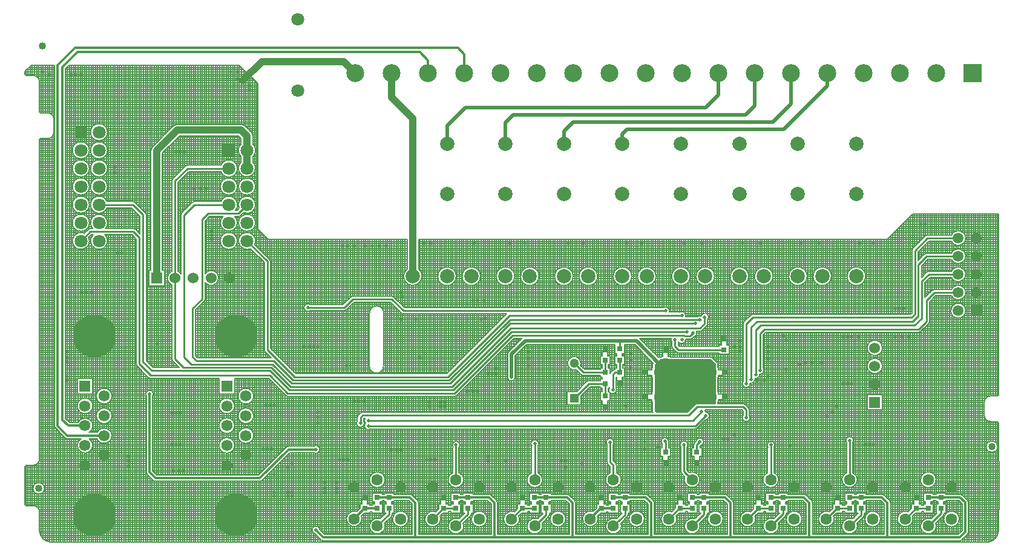
<source format=gbl>
%FSTAX23Y23*%
%MOIN*%
%SFA1B1*%

%IPPOS*%
%ADD10C,0.011810*%
%ADD16C,0.010000*%
%ADD17C,0.019680*%
%ADD21C,0.008000*%
%ADD33R,0.025000X0.030000*%
%ADD42R,0.030000X0.025000*%
%ADD48C,0.078740*%
%ADD65C,0.040000*%
%ADD85C,0.039370*%
%ADD88C,0.060000*%
%ADD89R,0.060000X0.060000*%
%ADD90R,0.060000X0.060000*%
%ADD91C,0.062990*%
%ADD92R,0.062000X0.062000*%
%ADD93C,0.062000*%
%ADD94C,0.236220*%
%ADD95C,0.070870*%
%ADD96R,0.051180X0.051180*%
%ADD97C,0.051180*%
%ADD98C,0.098430*%
%ADD99R,0.098430X0.098430*%
%ADD100R,0.070870X0.070870*%
%ADD101R,0.059060X0.059060*%
%ADD102C,0.059060*%
%ADD103C,0.019680*%
%LN8Â··ÖÇøµçÔ´¹ÜÀíÆ÷pcb-1*%
%LPD*%
G36*
X09308Y01123D02*
X09278Y01093D01*
Y00836*
X09288Y00826*
X09458*
X09505Y00873*
X09607*
X09614Y0088*
Y01097*
X09588Y01123*
X09308*
G37*
G54D10*
X0823Y027D02*
Y02805D01*
X08195Y0284D02*
X0823Y02805D01*
X06086Y0284D02*
X08195D01*
X0599Y02744D02*
X06086Y0284D01*
X0599Y00755D02*
Y02744D01*
X06016Y02732D02*
X061Y02816D01*
X06016Y00788D02*
X06047Y00756D01*
X0599Y00755D02*
X06043Y00701D01*
X06245*
X06016Y02732D02*
Y00788D01*
X0803Y027D02*
Y0277D01*
X07984Y02816D02*
X0803Y0277D01*
X061Y02816D02*
X07984D01*
X06047Y00756D02*
X0614D01*
X07411Y0018D02*
X07453Y00139D01*
X06495Y00499D02*
Y00931D01*
X07261Y00625D02*
X07412D01*
X07103Y00467D02*
X07261Y00625D01*
X06527Y00467D02*
X07103D01*
X06495Y00499D02*
X06527Y00467D01*
X07453Y00139D02*
X0796D01*
X1056D02*
X10958D01*
X1013D02*
X1056D01*
X09695D02*
X1013D01*
X09259D02*
X09695D01*
X08825D02*
X09259D01*
X08395D02*
X08825D01*
X0796D02*
X08395D01*
X10415Y00361D02*
X10529D01*
X1056Y0033*
Y00139D02*
Y0033D01*
X09985Y00361D02*
X10099D01*
X1013Y0033*
Y00139D02*
Y0033D01*
X0955Y00361D02*
X09664D01*
X09695Y0033*
Y00139D02*
Y0033D01*
X09114Y00361D02*
X09228D01*
X09259Y0033*
Y00139D02*
Y0033D01*
X0868Y00361D02*
X08794D01*
X08825Y0033*
Y00139D02*
Y0033D01*
X0825Y00361D02*
X08364D01*
X08395Y0033*
Y00139D02*
Y0033D01*
X0796Y00139D02*
Y0033D01*
X07929Y00361D02*
X0796Y0033D01*
X07815Y00361D02*
X07929D01*
X10958Y00139D02*
X10989Y0017D01*
Y00332*
X1096Y00361D02*
X10989Y00332D01*
X10855Y00361D02*
X1096D01*
X10785D02*
X10855D01*
X10351D02*
X10415D01*
X09917D02*
X09985D01*
X09484D02*
X0955D01*
X0905D02*
X09114D01*
X08985Y00299D02*
X0905D01*
X0898D02*
X08985D01*
X08922Y00241D02*
X0898Y00299D01*
X08615Y00361D02*
X0868D01*
X08183D02*
X0825D01*
X07681Y00299D02*
X0775D01*
X07679D02*
X07681D01*
X07622Y00241D02*
X07679Y00299D01*
X0775Y00361D02*
X07815D01*
G54D16*
X0951Y0065D02*
X09526Y00667D01*
X0951Y00611D02*
Y0065D01*
X09439Y00503D02*
Y00651D01*
Y00503D02*
X09484Y00457D01*
X0933Y00669D02*
X09337Y00662D01*
Y00611D02*
Y00662D01*
X09084Y01179D02*
Y01223D01*
X09047Y00953D02*
Y01037D01*
X0906Y0105*
X09084*
Y01117*
X09407Y01175D02*
X0966D01*
X0939Y01192D02*
X09407Y01175D01*
X0939Y01192D02*
Y01231D01*
X07894Y01389D02*
X09338D01*
X0783Y01453D02*
X07894Y01389D01*
X07614Y01453D02*
X0783D01*
X09525Y01341D02*
X09531D01*
X07568Y01407D02*
X07614Y01453D01*
X07367Y01407D02*
X07568D01*
X09782Y008D02*
Y00843D01*
X09765Y0086D02*
X09782Y00843D01*
X09511Y0086D02*
X09765D01*
X09464Y00813D02*
X09511Y0086D01*
X07669Y00813D02*
X09464D01*
X07657Y00801D02*
X07669Y00813D01*
X07657Y00769D02*
Y00801D01*
X09501Y00755D02*
X09557Y00811D01*
X07704Y00755D02*
X09501D01*
X09488Y00785D02*
X09536Y00833D01*
X07701Y00785D02*
X09488D01*
X08176Y00935D02*
X08496Y01254D01*
X07158Y01033D02*
X07256Y00935D01*
X08168Y00953D02*
X08488Y01273D01*
X07158Y01059D02*
X07264Y00953D01*
X08161Y00971D02*
X08485Y01295D01*
X07165Y01077D02*
X07271Y00971D01*
X08153Y00989D02*
X08483Y01319D01*
X07173Y01095D02*
X07279Y00989D01*
X08146Y01007D02*
X08481Y01341D01*
X0718Y01113D02*
X07286Y01007D01*
X07256Y00935D02*
X08176D01*
X07264Y00953D02*
X08168D01*
X07271Y00971D02*
X08161D01*
X07279Y00989D02*
X08153D01*
X07286Y01007D02*
X08146D01*
X08139Y01025D02*
X08479Y01365D01*
X07294Y01025D02*
X08139D01*
X07144Y01175D02*
X07294Y01025D01*
X10818Y0149D02*
X1095D01*
X10774Y01446D02*
X10818Y0149D01*
X10774Y01331D02*
Y01446D01*
X10731Y01288D02*
X10774Y01331D01*
X10749Y01348D02*
Y01552D01*
X10709Y01309D02*
X10749Y01348D01*
Y01552D02*
X10787Y0159D01*
X1073Y01359D02*
Y01644D01*
X107Y0133D02*
X1073Y01359D01*
Y01644D02*
X10776Y0169D01*
X09883Y01288D02*
X10731D01*
X09859Y01264D02*
X09883Y01288D01*
X09859Y01061D02*
Y01264D01*
X09836Y01283D02*
Y01038D01*
Y01283D02*
X09862Y01309D01*
X10709Y01309*
X09841Y0133D02*
X107D01*
X0981Y01299D02*
X09841Y0133D01*
X0981Y01011D02*
Y01299D01*
X09782Y00988D02*
Y01317D01*
Y00985D02*
Y00988D01*
Y01317D02*
X09817Y01352D01*
X10692*
X10855Y00272D02*
Y00299D01*
X10785Y00202D02*
X10855Y00272D01*
X1072Y00299D02*
X10785D01*
X10714D02*
X1072D01*
X10657Y00241D02*
X10714Y00299D01*
X10415Y00265D02*
Y00299D01*
X10351Y00202D02*
X10415Y00265D01*
X10285Y00299D02*
X10351D01*
X10281D02*
X10285D01*
X10223Y00241D02*
X10281Y00299D01*
X09985Y00269D02*
Y00299D01*
X09917Y00202D02*
X09985Y00269D01*
X0985Y00299D02*
X09917D01*
X09847D02*
X0985D01*
X09789Y00241D02*
X09847Y00299D01*
X0955Y00267D02*
Y00299D01*
X09484Y00202D02*
X0955Y00267D01*
X0942Y00299D02*
X09484D01*
X09413D02*
X0942D01*
X09356Y00241D02*
X09413Y00299D01*
X09114Y00265D02*
Y00299D01*
X0905Y00202D02*
X09114Y00265D01*
X0868Y00264D02*
Y00299D01*
X08617Y00202D02*
X0868Y00264D01*
X0855Y00299D02*
X08615D01*
X08546D02*
X0855D01*
X08489Y00241D02*
X08546Y00299D01*
X0825Y00268D02*
Y00299D01*
X08183Y00202D02*
X0825Y00268D01*
X08115Y00299D02*
X08183D01*
X08113D02*
X08115D01*
X08055Y00241D02*
X08113Y00299D01*
X0775Y00202D02*
X07815Y00267D01*
Y00299*
X09004Y0092D02*
X09005Y00919D01*
X09004Y0092D02*
Y00988D01*
X08914D02*
X09004D01*
X08834Y00907D02*
X08914Y00988D01*
X09004Y0105D02*
Y01117D01*
X08884Y0105D02*
X09004D01*
X08834Y011D02*
X08884Y0105D01*
X08496Y01254D02*
X09439D01*
X08488Y01273D02*
X09454D01*
X08485Y01295D02*
X09529D01*
X08483Y01319D02*
X09501D01*
X08481Y01341D02*
X09525D01*
X08479Y01365D02*
X09427D01*
X06509Y01059D02*
X07158D01*
X06683Y01077D02*
X07165D01*
X06725Y01095D02*
X07173D01*
X06501Y01033D02*
X07158D01*
X06754Y01113D02*
X0718D01*
X06732Y01135D02*
X06754Y01113D01*
X06685Y01135D02*
X06725Y01095D01*
X06635Y01125D02*
X06683Y01077D01*
X0646Y01108D02*
X06509Y01059D01*
X06439Y01096D02*
X06501Y01033D01*
X06732Y01135D02*
Y01402D01*
X06685Y01135D02*
Y01917D01*
X07144Y01175D02*
Y01663D01*
X07032Y01775D02*
X07144Y01663D01*
X09529Y01295D02*
X09553Y01319D01*
X09472Y01249D02*
X09489Y01266D01*
X09445Y01249D02*
X09472D01*
X09439Y01254D02*
X09445Y01249D01*
X06439Y01096D02*
Y01793D01*
X06405Y01827D02*
X06439Y01793D01*
X0646Y01108D02*
Y01919D01*
X06404Y01975D02*
X0646Y01919D01*
X06238Y01827D02*
X06405D01*
X06237Y01826D02*
X06238Y01827D01*
X06169Y01826D02*
X06237D01*
X06117Y01775D02*
X06169Y01826D01*
X09501Y0132D02*
X09502Y01319D01*
X09525Y01341D02*
X09526Y01341D01*
X06217Y01975D02*
X06404D01*
X06743D02*
X06932D01*
X06685Y01917D02*
X06743Y01975D01*
X06635Y01125D02*
Y0157D01*
X09553Y01319D02*
Y01355D01*
X06732Y01402D02*
X06784Y01454D01*
Y01892*
X06818Y01926*
X06635Y0157D02*
Y02106D01*
X06704Y02175*
X06818Y01926D02*
X06984D01*
X07032Y01975*
X06704Y02175D02*
X06932D01*
X10711Y0137D02*
Y01721D01*
X10692Y01352D02*
X10711Y0137D01*
X10787Y0159D02*
X1095D01*
X10776Y0169D02*
X1095D01*
X1078Y0179D02*
X1095D01*
X10711Y01721D02*
X1078Y0179D01*
X10351Y00458D02*
X10351Y00457D01*
X10351Y00458D02*
Y00674D01*
X09917Y00457D02*
Y00649D01*
X0905Y00457D02*
Y00537D01*
X09032Y00556D02*
X0905Y00537D01*
X09032Y00556D02*
Y00665D01*
X08617Y00457D02*
Y00657D01*
X08183Y00457D02*
Y0065D01*
G54D17*
X09177Y01224D02*
X09309Y01091D01*
X08489Y01047D02*
Y01149D01*
Y01023D02*
Y01047D01*
X08564Y01224D02*
X09177D01*
X08489Y01149D02*
X08564Y01224D01*
X1023Y0263D02*
Y027D01*
X0999Y0239D02*
X1023Y0263D01*
X09125Y0239D02*
X0999D01*
X091Y02365D02*
X09125Y0239D01*
X091Y0231D02*
Y02365D01*
X1003Y0253D02*
Y027D01*
X0993Y0243D02*
X1003Y0253D01*
X08828Y0243D02*
X0993D01*
X08778Y02379D02*
X08828Y0243D01*
X08778Y0231D02*
Y02379D01*
X0983Y0252D02*
Y027D01*
X0978Y0247D02*
X0983Y0252D01*
X085Y0247D02*
X0978D01*
X08456Y02426D02*
X085Y0247D01*
X08456Y0231D02*
Y02426D01*
X0963Y0258D02*
Y027D01*
X0956Y0251D02*
X0963Y0258D01*
X08235Y0251D02*
X0956D01*
X08134Y02409D02*
X08235Y0251D01*
X08134Y0231D02*
Y02409D01*
G54D21*
X10912Y01773D02*
D01*
D01*
G75*
G03X10991Y0179I00037J00017D01*
G74*G01*
D01*
D01*
G75*
G03X10912Y01807I-00041J0D01*
G74*G01*
X10991Y0169D02*
D01*
D01*
G75*
G03X10912Y01707I-00041J0D01*
G74*G01*
X1078Y01807D02*
D01*
D01*
G75*
G03X10767Y01802I-0J-00016D01*
G74*G01*
X1078Y01807D02*
D01*
D01*
G75*
G03X10767Y01802I-0J-00016D01*
G74*G01*
X10776Y01707D02*
D01*
D01*
G75*
G03X10763Y01702I-0J-00016D01*
G74*G01*
X10776Y01707D02*
D01*
D01*
G75*
G03X10763Y01702I-0J-00016D01*
G74*G01*
X10698Y01733D02*
D01*
D01*
G75*
G03X10694Y01721I00012J-00012D01*
G74*G01*
X10699Y01733D02*
D01*
D01*
G75*
G03X10694Y01721I00012J-00012D01*
G74*G01*
X10912Y01673D02*
D01*
D01*
G75*
G03X10991Y0169I00037J00017D01*
G74*G01*
Y0159D02*
D01*
D01*
G75*
G03X10912Y01607I-00041J0D01*
G74*G01*
Y01573D02*
D01*
D01*
G75*
G03X10991Y0159I00037J00017D01*
G74*G01*
Y0149D02*
D01*
D01*
G75*
G03X10912Y01507I-00041J0D01*
G74*G01*
X10818D02*
D01*
D01*
G75*
G03X10805Y01502I-0J-00016D01*
G74*G01*
X10787Y01607D02*
D01*
D01*
G75*
G03X10774Y01602I-0J-00016D01*
G74*G01*
X10787Y01607D02*
D01*
D01*
G75*
G03X10774Y01602I-0J-00016D01*
G74*G01*
X1044Y0158D02*
D01*
D01*
G75*
G03X10337I-00051J0D01*
G74*G01*
D01*
G75*
G03X1044I00051J0D01*
G74*G01*
X10252D02*
D01*
D01*
G75*
G03X10149I-00051J0D01*
G74*G01*
D01*
G75*
G03X10252I00051J0D01*
G74*G01*
X10118D02*
D01*
D01*
G75*
G03X10015I-00051J0D01*
G74*G01*
D01*
G75*
G03X10118I00051J0D01*
G74*G01*
X0993D02*
D01*
D01*
G75*
G03X09827I-00051J0D01*
G74*G01*
D01*
G75*
G03X0993I00051J0D01*
G74*G01*
X09796D02*
D01*
D01*
G75*
G03X09693I-00051J0D01*
G74*G01*
D01*
G75*
G03X09796I00051J0D01*
G74*G01*
X09608D02*
D01*
D01*
G75*
G03X09505I-00051J0D01*
G74*G01*
D01*
G75*
G03X09608I00051J0D01*
G74*G01*
X10912Y01473D02*
D01*
D01*
G75*
G03X10991Y0149I00037J00017D01*
G74*G01*
Y0139D02*
D01*
D01*
G75*
G03X10908I-00041J0D01*
G74*G01*
D01*
G75*
G03X10991I00041J0D01*
G74*G01*
X11166Y00919D02*
D01*
D01*
G75*
G03X11172Y00925I-0J00005D01*
G74*G01*
X10818Y01507D02*
D01*
D01*
G75*
G03X10805Y01502I-0J-00016D01*
G74*G01*
X10786Y01318D02*
D01*
D01*
G75*
G03X10791Y01331I-00012J00012D01*
G74*G01*
X10786Y01318D02*
D01*
D01*
G75*
G03X10791Y01331I-00012J00012D01*
G74*G01*
X10731Y01271D02*
D01*
D01*
G75*
G03X10743Y01275I0J00016D01*
G74*G01*
X10731Y01271D02*
D01*
D01*
G75*
G03X10743Y01276I0J00016D01*
G74*G01*
X10532Y01185D02*
D01*
D01*
G75*
G03X10448I-00042J0D01*
G74*G01*
D01*
G75*
G03X10532I00042J0D01*
G74*G01*
Y01085D02*
D01*
D01*
G75*
G03X10448I-00042J0D01*
G74*G01*
D01*
G75*
G03X10532I00042J0D01*
G74*G01*
X11171Y00773D02*
D01*
D01*
G75*
G03X11166Y00778I-00005J-0D01*
G74*G01*
X11127Y00919D02*
D01*
D01*
G75*
G03X11093Y00885I0J-00034D01*
G74*G01*
Y00813D02*
D01*
D01*
G75*
G03X11127Y00778I00034J0D01*
G74*G01*
X11171Y00572D02*
D01*
D01*
G75*
G03X11174Y00559I00034J0D01*
G74*G01*
X11167Y0064D02*
D01*
D01*
G75*
G03X11103I-00032J0D01*
G74*G01*
D01*
G75*
G03X11167I00032J0D01*
G74*G01*
X10368Y0066D02*
D01*
D01*
G75*
G03X10372Y00674I-00017J00013D01*
G74*G01*
D01*
D01*
G75*
G03X10334Y0066I-00021J-0D01*
G74*G01*
X09939Y00649D02*
D01*
D01*
G75*
G03X099Y00635I-00021J0D01*
G74*G01*
X09934D02*
D01*
D01*
G75*
G03X09939Y00649I-00017J00013D01*
G74*G01*
X09817Y01369D02*
D01*
D01*
G75*
G03X09804Y01364I-0J-00016D01*
G74*G01*
X09817Y01369D02*
D01*
D01*
G75*
G03X09804Y01364I-0J-00016D01*
G74*G01*
X0977Y01329D02*
D01*
D01*
G75*
G03X09765Y01317I00012J-00012D01*
G74*G01*
X09769Y01329D02*
D01*
D01*
G75*
G03X09765Y01317I00012J-00012D01*
G74*G01*
X0988Y01061D02*
D01*
D01*
G75*
G03X09876Y01074I-00021J-0D01*
G74*G01*
X09857Y01039D02*
D01*
D01*
G75*
G03X0988Y01061I00001J00021D01*
G74*G01*
X0957Y01342D02*
D01*
D01*
G75*
G03X09575Y01355I-00017J00013D01*
G74*G01*
D01*
D01*
G75*
G03X09532Y01361I-00021J-0D01*
G74*G01*
X09565Y01307D02*
D01*
D01*
G75*
G03X0957Y01319I-00012J00012D01*
G74*G01*
X09565Y01307D02*
D01*
D01*
G75*
G03X0957Y01319I-00012J00012D01*
G74*G01*
X09831Y01011D02*
D01*
D01*
G75*
G03X09831Y01016I-00021J-0D01*
G74*G01*
D01*
D01*
G75*
G03X09857Y01038I00004J00021D01*
G74*G01*
X09803Y0099D02*
D01*
D01*
G75*
G03X09831Y01011I00006J00020D01*
G74*G01*
X09765Y01001D02*
D01*
D01*
G75*
G03X09803Y00988I00017J-00013D01*
G74*G01*
X09799Y00843D02*
D01*
D01*
G75*
G03X09794Y00855I-00016J0D01*
G74*G01*
X09799Y00843D02*
D01*
D01*
G75*
G03X09794Y00855I-00016J0D01*
G74*G01*
X09777Y00872D02*
D01*
D01*
G75*
G03X09765Y00877I-00012J-00012D01*
G74*G01*
X09777Y00872D02*
D01*
D01*
G75*
G03X09765Y00877I-00012J-00012D01*
G74*G01*
Y00813D02*
D01*
D01*
G75*
G03X09803Y008I00017J-00013D01*
G74*G01*
D01*
D01*
G75*
G03X09799Y00813I-00021J0D01*
G74*G01*
X09579Y00811D02*
D01*
D01*
G75*
G03X09557Y00832I-00021J-0D01*
G74*G01*
X0956Y00789D02*
D01*
D01*
G75*
G03X09579Y00811I-00002J00021D01*
G74*G01*
X09473Y0158D02*
D01*
D01*
G75*
G03X09371I-00051J0D01*
G74*G01*
D01*
G75*
G03X09473I00051J0D01*
G74*G01*
X09448Y01365D02*
D01*
D01*
G75*
G03X09413Y01382I-00021J0D01*
G74*G01*
X09285Y0158D02*
D01*
D01*
G75*
G03X09183I-00051J0D01*
G74*G01*
D01*
G75*
G03X09285I00051J0D01*
G74*G01*
X09359Y01389D02*
D01*
D01*
G75*
G03X09324Y01406I-00021J-0D01*
G74*G01*
X09358Y01382D02*
D01*
D01*
G75*
G03X09359Y01389I-00020J00006D01*
G74*G01*
X09529Y01278D02*
D01*
D01*
G75*
G03X09541Y01283I0J00016D01*
G74*G01*
X09529Y01278D02*
D01*
D01*
G75*
G03X09541Y01282I0J00016D01*
G74*G01*
X09532Y01361D02*
D01*
D01*
G75*
G03X09513Y01358I-00006J-00020D01*
G74*G01*
X09447D02*
D01*
D01*
G75*
G03X09448Y01365I-00020J00006D01*
G74*G01*
X0951Y01266D02*
D01*
D01*
G75*
G03X09507Y01278I-00021J-0D01*
G74*G01*
X09491Y01244D02*
D01*
D01*
G75*
G03X0951Y01266I-00002J00021D01*
G74*G01*
X09472Y01232D02*
D01*
D01*
G75*
G03X09484Y01237I0J00016D01*
G74*G01*
X09472Y01232D02*
D01*
D01*
G75*
G03X09484Y01237I0J00016D01*
G74*G01*
X09408Y01218D02*
D01*
D01*
G75*
G03X09448Y0123I00018J00011D01*
G74*G01*
X09369Y01237D02*
D01*
D01*
G75*
G03X09373Y01217I00020J-00006D01*
G74*G01*
X09394Y01163D02*
D01*
D01*
G75*
G03X09407Y01158I00012J00012D01*
G74*G01*
X09373Y01192D02*
D01*
D01*
G75*
G03X09377Y01179I00016J-0D01*
G74*G01*
X09373Y01192D02*
D01*
D01*
G75*
G03X09378Y01179I00016J-0D01*
G74*G01*
X09394Y01162D02*
D01*
D01*
G75*
G03X09407Y01158I00012J00012D01*
G74*G01*
X09151Y0158D02*
D01*
D01*
G75*
G03X09049I-00051J0D01*
G74*G01*
D01*
G75*
G03X09151I00051J0D01*
G74*G01*
X08963D02*
D01*
D01*
G75*
G03X08861I-00051J0D01*
G74*G01*
D01*
G75*
G03X08963I00051J0D01*
G74*G01*
X08829D02*
D01*
D01*
G75*
G03X08726I-00051J0D01*
G74*G01*
D01*
G75*
G03X08829I00051J0D01*
G74*G01*
X08641D02*
D01*
D01*
G75*
G03X08538I-00051J0D01*
G74*G01*
D01*
G75*
G03X08641I00051J0D01*
G74*G01*
X09557Y00833D02*
D01*
D01*
G75*
G03X09555Y00843I-00021J-0D01*
G74*G01*
X09501Y00738D02*
D01*
D01*
G75*
G03X09513Y00743I-0J00017D01*
G74*G01*
X09501Y00738D02*
D01*
D01*
G75*
G03X09513Y00742I-0J00017D01*
G74*G01*
X09068Y00953D02*
D01*
D01*
G75*
G03X09064Y00966I-00021J0D01*
G74*G01*
X09548Y00667D02*
D01*
D01*
G75*
G03X09504Y00669I-00021J-0D01*
G74*G01*
X09528Y00645D02*
D01*
D01*
G75*
G03X09548Y00667I-00002J00021D01*
G74*G01*
X09497Y00662D02*
D01*
D01*
G75*
G03X09493Y0065I00012J-00012D01*
G74*G01*
X09498Y00662D02*
D01*
D01*
G75*
G03X09493Y0065I00012J-00012D01*
G74*G01*
X0946Y00651D02*
D01*
D01*
G75*
G03X09422Y00637I-00021J-0D01*
G74*G01*
X09456D02*
D01*
D01*
G75*
G03X0946Y00651I-00017J00013D01*
G74*G01*
X09422Y00503D02*
D01*
D01*
G75*
G03X09427Y00491I00016J-0D01*
G74*G01*
X09354Y0066D02*
D01*
D01*
G75*
G03X09355Y00669I-00019J00008D01*
G74*G01*
D01*
D01*
G75*
G03X0932Y00652I-00021J-0D01*
G74*G01*
X09049Y00651D02*
D01*
D01*
G75*
G03X09053Y00665I-00017J00013D01*
G74*G01*
X09422Y00503D02*
D01*
D01*
G75*
G03X09426Y00491I00016J-0D01*
G74*G01*
X09067Y00537D02*
D01*
D01*
G75*
G03X09062Y00549I-00017J-0D01*
G74*G01*
X09067Y00537D02*
D01*
D01*
G75*
G03X09062Y00549I-00016J0D01*
G74*G01*
X09057Y01066D02*
D01*
D01*
G75*
G03X09047Y01062I00003J-00016D01*
G74*G01*
X09057Y01066D02*
D01*
D01*
G75*
G03X09047Y01062I00003J-00016D01*
G74*G01*
X09034Y01049D02*
D01*
D01*
G75*
G03X09031Y01042I00012J-00012D01*
G74*G01*
X09035Y01049D02*
D01*
D01*
G75*
G03X09031Y01042I00011J-00012D01*
G74*G01*
X0903Y00966D02*
D01*
D01*
G75*
G03X09027Y00963I00017J-00013D01*
G74*G01*
D01*
D01*
G75*
G03X09027Y00943I00019J-00010D01*
G74*G01*
X08869Y01088D02*
D01*
D01*
G75*
G03X08871Y011I-00035J00011D01*
G74*G01*
D01*
D01*
G75*
G03X08845Y01064I-00037J-0D01*
G74*G01*
X08914Y01005D02*
D01*
D01*
G75*
G03X08902Y01I-0J-00016D01*
G74*G01*
X08914Y01005D02*
D01*
D01*
G75*
G03X08902Y01I-0J-00016D01*
G74*G01*
X08871Y01037D02*
D01*
D01*
G75*
G03X08884Y01033I00012J00012D01*
G74*G01*
X08871Y01038D02*
D01*
D01*
G75*
G03X08884Y01033I00012J00012D01*
G74*G01*
X09031Y00938D02*
D01*
D01*
G75*
G03X09068Y00953I00015J00014D01*
G74*G01*
X09027Y00943D02*
D01*
D01*
G75*
G03X09031Y00938I00019J00009D01*
G74*G01*
X09053Y00665D02*
D01*
D01*
G75*
G03X09015Y00651I-00021J-0D01*
G74*G01*
Y00556D02*
D01*
D01*
G75*
G03X09019Y00543I00016J-0D01*
G74*G01*
X09015Y00556D02*
D01*
D01*
G75*
G03X0902Y00543I00016J-0D01*
G74*G01*
X08634Y00643D02*
D01*
D01*
G75*
G03X08638Y00657I-00017J00013D01*
G74*G01*
D01*
D01*
G75*
G03X086Y00643I-00021J-0D01*
G74*G01*
X10828Y00457D02*
D01*
D01*
G75*
G03X10741I-00043J0D01*
G74*G01*
D01*
G75*
G03X10828I00043J0D01*
G74*G01*
X10972Y00373D02*
D01*
D01*
G75*
G03X1096Y00378I-00012J-00012D01*
G74*G01*
X10972Y00373D02*
D01*
D01*
G75*
G03X1096Y00378I-00012J-00012D01*
G74*G01*
X11006Y00332D02*
D01*
D01*
G75*
G03X11001Y00344I-00017J-0D01*
G74*G01*
X11006Y00332D02*
D01*
D01*
G75*
G03X11001Y00344I-00017J0D01*
G74*G01*
X10577Y0033D02*
D01*
D01*
G75*
G03X10572Y00342I-00017J0D01*
G74*G01*
X10541Y00373D02*
D01*
D01*
G75*
G03X10529Y00378I-00012J-00012D01*
G74*G01*
X10541Y00373D02*
D01*
D01*
G75*
G03X10529Y00378I-00012J-00012D01*
G74*G01*
X10577Y0033D02*
D01*
D01*
G75*
G03X10572Y00342I-00017J-0D01*
G74*G01*
X10394Y00457D02*
D01*
D01*
G75*
G03X10368Y00498I-00043J-0D01*
G74*G01*
X10334Y00497D02*
D01*
D01*
G75*
G03X10394Y00457I00017J-00039D01*
G74*G01*
X10111Y00373D02*
D01*
D01*
G75*
G03X10099Y00378I-00012J-00012D01*
G74*G01*
X10111Y00373D02*
D01*
D01*
G75*
G03X10099Y00378I-00012J-00012D01*
G74*G01*
X09961Y00457D02*
D01*
D01*
G75*
G03X09934Y00497I-00043J-0D01*
G74*G01*
X099D02*
D01*
D01*
G75*
G03X09961Y00457I00016J-00040D01*
G74*G01*
X10147Y0033D02*
D01*
D01*
G75*
G03X10142Y00342I-00017J0D01*
G74*G01*
X10147Y0033D02*
D01*
D01*
G75*
G03X10142Y00342I-00017J0D01*
G74*G01*
X11174Y00293D02*
D01*
D01*
G75*
G03X11171Y00281I00031J-00012D01*
G74*G01*
X10867Y0026D02*
D01*
D01*
G75*
G03X10872Y00272I-00012J00012D01*
G74*G01*
X10956Y00241D02*
D01*
D01*
G75*
G03X10869I-00043J0D01*
G74*G01*
D01*
G75*
G03X10956I00043J0D01*
G74*G01*
X10867Y0026D02*
D01*
D01*
G75*
G03X10872Y00272I-00012J00012D01*
G74*G01*
X10828Y00202D02*
D01*
D01*
G75*
G03X10825Y00218I-00043J0D01*
G74*G01*
X10801Y00242D02*
D01*
D01*
G75*
G03X10828Y00202I-00016J-00040D01*
G74*G01*
X10673Y00281D02*
D01*
D01*
G75*
G03X107Y00241I-00016J-00040D01*
G74*G01*
X10522D02*
D01*
D01*
G75*
G03X10435I-00043J0D01*
G74*G01*
D01*
G75*
G03X10522I00043J0D01*
G74*G01*
X107D02*
D01*
D01*
G75*
G03X10697Y00257I-00043J-0D01*
G74*G01*
X10427Y00253D02*
D01*
D01*
G75*
G03X10432Y00265I-00012J00012D01*
G74*G01*
X10427Y00253D02*
D01*
D01*
G75*
G03X10432Y00265I-00012J00012D01*
G74*G01*
X11001Y00157D02*
D01*
D01*
G75*
G03X11006Y0017I-00012J00012D01*
G74*G01*
X11001Y00157D02*
D01*
D01*
G75*
G03X11006Y0017I-00012J00012D01*
G74*G01*
X11107Y00114D02*
D01*
D01*
G75*
G03X11171Y00178I-0J00064D01*
G74*G01*
X10958Y00121D02*
D01*
D01*
G75*
G03X1097Y00126I0J00017D01*
G74*G01*
X10958Y00121D02*
D01*
D01*
G75*
G03X1097Y00126I-0J00017D01*
G74*G01*
X10239Y00281D02*
D01*
D01*
G75*
G03X10266Y00241I-00016J-00040D01*
G74*G01*
X10394Y00202D02*
D01*
D01*
G75*
G03X10391Y00218I-00043J-0D01*
G74*G01*
X10266Y00241D02*
D01*
D01*
G75*
G03X10263Y00257I-00043J-0D01*
G74*G01*
X10089Y00241D02*
D01*
D01*
G75*
G03X10002I-00043J0D01*
G74*G01*
D01*
G75*
G03X10089I00043J0D01*
G74*G01*
X09997Y00257D02*
D01*
D01*
G75*
G03X10002Y00269I-00012J00012D01*
G74*G01*
X09997Y00257D02*
D01*
D01*
G75*
G03X10002Y00269I-00012J00012D01*
G74*G01*
X09961Y00202D02*
D01*
D01*
G75*
G03X09958Y00218I-00043J-0D01*
G74*G01*
X10367Y00242D02*
D01*
D01*
G75*
G03X10394Y00202I-00016J-00040D01*
G74*G01*
X09934Y00242D02*
D01*
D01*
G75*
G03X09961Y00202I-00016J-00040D01*
G74*G01*
X09527Y00457D02*
D01*
D01*
G75*
G03X09468Y00498I-00043J0D01*
G74*G01*
X09443Y00474D02*
D01*
D01*
G75*
G03X09527Y00457I00040J-00016D01*
G74*G01*
X09676Y00373D02*
D01*
D01*
G75*
G03X09664Y00378I-00012J-00012D01*
G74*G01*
X09676Y00373D02*
D01*
D01*
G75*
G03X09664Y00378I-00012J-00012D01*
G74*G01*
X09712Y0033D02*
D01*
D01*
G75*
G03X09707Y00342I-00017J0D01*
G74*G01*
X09712Y0033D02*
D01*
D01*
G75*
G03X09707Y00342I-00017J-0D01*
G74*G01*
X09276Y0033D02*
D01*
D01*
G75*
G03X09271Y00342I-00017J0D01*
G74*G01*
X09276Y0033D02*
D01*
D01*
G75*
G03X09271Y00342I-00017J0D01*
G74*G01*
X0924Y00373D02*
D01*
D01*
G75*
G03X09228Y00378I-00012J-00012D01*
G74*G01*
X0924Y00373D02*
D01*
D01*
G75*
G03X09228Y00378I-00012J-00012D01*
G74*G01*
X09806Y00281D02*
D01*
D01*
G75*
G03X09833Y00241I-00016J-00040D01*
G74*G01*
X09655D02*
D01*
D01*
G75*
G03X09568I-00043J0D01*
G74*G01*
D01*
G75*
G03X09655I00043J0D01*
G74*G01*
X09372Y00281D02*
D01*
D01*
G75*
G03X09399Y00241I-00016J-00040D01*
G74*G01*
X09222D02*
D01*
D01*
G75*
G03X09135I-00043J0D01*
G74*G01*
D01*
G75*
G03X09222I00043J0D01*
G74*G01*
X09094Y00457D02*
D01*
D01*
G75*
G03X09067Y00497I-00043J0D01*
G74*G01*
X09033D02*
D01*
D01*
G75*
G03X09094Y00457I00017J-00040D01*
G74*G01*
X08806Y00373D02*
D01*
D01*
G75*
G03X08794Y00378I-00012J-00012D01*
G74*G01*
X08806Y00373D02*
D01*
D01*
G75*
G03X08794Y00378I-00012J-00012D01*
G74*G01*
X0866Y00457D02*
D01*
D01*
G75*
G03X08634Y00497I-00043J0D01*
G74*G01*
X086D02*
D01*
D01*
G75*
G03X0866Y00457I00017J-00040D01*
G74*G01*
X08842Y0033D02*
D01*
D01*
G75*
G03X08837Y00342I-00017J0D01*
G74*G01*
X08842Y0033D02*
D01*
D01*
G75*
G03X08837Y00342I-00017J0D01*
G74*G01*
X08938Y00282D02*
D01*
D01*
G75*
G03X08966Y00241I-00015J-00040D01*
G74*G01*
X08788D02*
D01*
D01*
G75*
G03X08701I-00043J0D01*
G74*G01*
D01*
G75*
G03X08788I00043J0D01*
G74*G01*
X09833D02*
D01*
D01*
G75*
G03X0983Y00257I-00043J0D01*
G74*G01*
X09562Y00255D02*
D01*
D01*
G75*
G03X09567Y00267I-00012J00012D01*
G74*G01*
X09562Y00255D02*
D01*
D01*
G75*
G03X09567Y00267I-00012J00012D01*
G74*G01*
X09527Y00202D02*
D01*
D01*
G75*
G03X09524Y00218I-00043J-0D01*
G74*G01*
X095Y00242D02*
D01*
D01*
G75*
G03X09527Y00202I-00016J-00040D01*
G74*G01*
X09126Y00253D02*
D01*
D01*
G75*
G03X09131Y00265I-00012J00012D01*
G74*G01*
X09126Y00253D02*
D01*
D01*
G75*
G03X09131Y00265I-00012J00012D01*
G74*G01*
X09399Y00241D02*
D01*
D01*
G75*
G03X09396Y00257I-00043J0D01*
G74*G01*
X08966Y00241D02*
D01*
D01*
G75*
G03X08963Y00256I-00043J0D01*
G74*G01*
X09094Y00202D02*
D01*
D01*
G75*
G03X09091Y00218I-00043J-0D01*
G74*G01*
X08692Y00252D02*
D01*
D01*
G75*
G03X08697Y00264I-00012J00012D01*
G74*G01*
X08692Y00252D02*
D01*
D01*
G75*
G03X08697Y00264I-00012J00012D01*
G74*G01*
X08532Y00241D02*
D01*
D01*
G75*
G03X08529Y00257I-00043J0D01*
G74*G01*
X0866Y00202D02*
D01*
D01*
G75*
G03X08657Y00218I-00043J0D01*
G74*G01*
X08633Y00242D02*
D01*
D01*
G75*
G03X0866Y00202I-00016J-00040D01*
G74*G01*
X09067Y00242D02*
D01*
D01*
G75*
G03X09094Y00202I-00016J-00040D01*
G74*G01*
X07079Y02275D02*
D01*
D01*
G75*
G03X07064Y0231I-00047J-0D01*
G74*G01*
Y02239D02*
D01*
D01*
G75*
G03X07079Y02275I-00031J00035D01*
G74*G01*
X07Y0221D02*
D01*
D01*
G75*
G03X07079Y02175I00031J-00035D01*
G74*G01*
D01*
D01*
G75*
G03X07064Y0221I-00047J-0D01*
G74*G01*
X07079Y01975D02*
D01*
D01*
G75*
G03X06989Y01955I-00047J0D01*
G74*G01*
X07079Y02075D02*
D01*
D01*
G75*
G03X06985I-00047J0D01*
G74*G01*
D01*
G75*
G03X07079I00047J0D01*
G74*G01*
X07064Y02354D02*
D01*
D01*
G75*
G03X07054Y02376I-00031J0D01*
G74*G01*
X07064Y02354D02*
D01*
D01*
G75*
G03X07054Y02376I-00031J0D01*
G74*G01*
X07022Y02409D02*
D01*
D01*
G75*
G03X07Y02418I-00022J-00022D01*
G74*G01*
X07022Y02409D02*
D01*
D01*
G75*
G03X07Y02418I-00022J-00022D01*
G74*G01*
X07Y0231D02*
D01*
D01*
G75*
G03Y02239I00031J-00035D01*
G74*G01*
X07013Y01931D02*
D01*
D01*
G75*
G03X07079Y01975I00019J00043D01*
G74*G01*
X06984Y01909D02*
D01*
D01*
G75*
G03X06996Y01914I-0J00017D01*
G74*G01*
X07079Y01875D02*
D01*
D01*
G75*
G03X06985I-00047J0D01*
G74*G01*
D01*
G75*
G03X07079I00047J0D01*
G74*G01*
X06984Y01909D02*
D01*
D01*
G75*
G03X06996Y01914I0J00016D01*
G74*G01*
X07079Y01775D02*
D01*
D01*
G75*
G03X07051Y01731I-00047J0D01*
G74*G01*
X06979Y02175D02*
D01*
D01*
G75*
G03X06888Y02192I-00047J-0D01*
G74*G01*
Y02158D02*
D01*
D01*
G75*
G03X06979Y02175I00044J00016D01*
G74*G01*
Y02075D02*
D01*
D01*
G75*
G03X06885I-00047J0D01*
G74*G01*
D01*
G75*
G03X06979I00047J0D01*
G74*G01*
Y01975D02*
D01*
D01*
G75*
G03X06888Y01992I-00047J-0D01*
G74*G01*
X06968Y01943D02*
D01*
D01*
G75*
G03X06979Y01975I-00035J00031D01*
G74*G01*
Y01875D02*
D01*
D01*
G75*
G03X06964Y01909I-00047J-0D01*
G74*G01*
X069D02*
D01*
D01*
G75*
G03X06979Y01875I00032J-00034D01*
G74*G01*
Y01775D02*
D01*
D01*
G75*
G03X06885I-00047J0D01*
G74*G01*
D01*
G75*
G03X06979I00047J0D01*
G74*G01*
X06743Y01992D02*
D01*
D01*
G75*
G03X0673Y01987I-0J-00016D01*
G74*G01*
X06743Y01992D02*
D01*
D01*
G75*
G03X0673Y01987I-0J-00016D01*
G74*G01*
X08507Y0158D02*
D01*
D01*
G75*
G03X08404I-00051J0D01*
G74*G01*
D01*
G75*
G03X08507I00051J0D01*
G74*G01*
X08319D02*
D01*
D01*
G75*
G03X08216I-00051J0D01*
G74*G01*
D01*
G75*
G03X08319I00051J0D01*
G74*G01*
X08185D02*
D01*
D01*
G75*
G03X08082I-00051J0D01*
G74*G01*
D01*
G75*
G03X08185I00051J0D01*
G74*G01*
X07997D02*
D01*
D01*
G75*
G03X07977Y0162I-00051J0D01*
G74*G01*
X07914D02*
D01*
D01*
G75*
G03X07997Y0158I00031J-00040D01*
G74*G01*
X07842Y01465D02*
D01*
D01*
G75*
G03X0783Y0147I-00012J-00012D01*
G74*G01*
X07842Y01465D02*
D01*
D01*
G75*
G03X0783Y0147I-00012J-00012D01*
G74*G01*
X08473Y01164D02*
D01*
D01*
G75*
G03X08467Y01149I00015J-00015D01*
G74*G01*
X08473Y01164D02*
D01*
D01*
G75*
G03X08467Y01149I00015J-00015D01*
G74*G01*
X07881Y01377D02*
D01*
D01*
G75*
G03X07894Y01372I00012J00012D01*
G74*G01*
X07881Y01376D02*
D01*
D01*
G75*
G03X07894Y01372I00012J00012D01*
G74*G01*
X07614Y0147D02*
D01*
D01*
G75*
G03X07601Y01465I-0J-00016D01*
G74*G01*
X07614Y0147D02*
D01*
D01*
G75*
G03X07601Y01465I-0J-00016D01*
G74*G01*
X07075Y01755D02*
D01*
D01*
G75*
G03X07079Y01775I-00043J00019D01*
G74*G01*
X07161Y01663D02*
D01*
D01*
G75*
G03X07156Y01675I-00016J0D01*
G74*G01*
X07161Y01663D02*
D01*
D01*
G75*
G03X07156Y01675I-00016J0D01*
G74*G01*
X06877Y0157D02*
D01*
D01*
G75*
G03X06801Y01594I-00042J-0D01*
G74*G01*
Y01545D02*
D01*
D01*
G75*
G03X06877Y0157I00033J00024D01*
G74*G01*
X06796Y01441D02*
D01*
D01*
G75*
G03X06801Y01454I-00012J00012D01*
G74*G01*
X06796Y01441D02*
D01*
D01*
G75*
G03X06801Y01454I-00012J00012D01*
G74*G01*
X07785Y01377D02*
D01*
D01*
G75*
G03X07706Y01379I-00039J0D01*
G74*G01*
X07568Y0139D02*
D01*
D01*
G75*
G03X0758Y01394I0J00016D01*
G74*G01*
X07568Y0139D02*
D01*
D01*
G75*
G03X0758Y01395I0J00016D01*
G74*G01*
X0738Y01424D02*
D01*
D01*
G75*
G03Y0139I-00013J-00017D01*
G74*G01*
X07127Y01175D02*
D01*
D01*
G75*
G03X07131Y01162I00016J-0D01*
G74*G01*
X07127Y01175D02*
D01*
D01*
G75*
G03X07132Y01162I00016J-0D01*
G74*G01*
X06649Y02418D02*
D01*
D01*
G75*
G03X06626Y02409I-0J-00031D01*
G74*G01*
X06649Y02418D02*
D01*
D01*
G75*
G03X06626Y02409I-0J-00031D01*
G74*G01*
X06704Y02192D02*
D01*
D01*
G75*
G03X06691Y02187I-0J-00016D01*
G74*G01*
X06704Y02192D02*
D01*
D01*
G75*
G03X06691Y02187I-0J-00016D01*
G74*G01*
X06512Y02295D02*
D01*
D01*
G75*
G03X06503Y02273I00022J-00022D01*
G74*G01*
X06512Y02295D02*
D01*
D01*
G75*
G03X06503Y02273I00022J-00022D01*
G74*G01*
X06264Y02375D02*
D01*
D01*
G75*
G03X0617I-00047J0D01*
G74*G01*
D01*
G75*
G03X06264I00047J0D01*
G74*G01*
Y02275D02*
D01*
D01*
G75*
G03X0617I-00047J0D01*
G74*G01*
D01*
G75*
G03X06264I00047J0D01*
G74*G01*
Y02175D02*
D01*
D01*
G75*
G03X0617I-00047J0D01*
G74*G01*
D01*
G75*
G03X06264I00047J0D01*
G74*G01*
X06623Y02118D02*
D01*
D01*
G75*
G03X06618Y02106I00012J-00012D01*
G74*G01*
X06622Y02118D02*
D01*
D01*
G75*
G03X06618Y02106I00012J-00012D01*
G74*G01*
X06416Y01987D02*
D01*
D01*
G75*
G03X06404Y01992I-00012J-00012D01*
G74*G01*
X06416Y01987D02*
D01*
D01*
G75*
G03X06404Y01992I-00012J-00012D01*
G74*G01*
X06264Y02075D02*
D01*
D01*
G75*
G03X0617I-00047J0D01*
G74*G01*
D01*
G75*
G03X06264I00047J0D01*
G74*G01*
X06261Y01992D02*
D01*
D01*
G75*
G03Y01958I-00044J-00017D01*
G74*G01*
X05968Y02447D02*
D01*
D01*
G75*
G03X05934Y02481I-00034J-0D01*
G74*G01*
X05889Y02486D02*
D01*
D01*
G75*
G03X05894Y02481I00005J-0D01*
G74*G01*
X05889Y02653D02*
D01*
D01*
G75*
G03X05855Y02688I-00034J-0D01*
G74*G01*
X0581Y02693D02*
D01*
D01*
G75*
G03X05816Y02688I00005J-0D01*
G74*G01*
X05934Y0234D02*
D01*
D01*
G75*
G03X05968Y02374I0J00034D01*
G74*G01*
X05894Y0234D02*
D01*
D01*
G75*
G03X05889Y02335I0J-00005D01*
G74*G01*
X06164Y02275D02*
D01*
D01*
G75*
G03X0607I-00047J0D01*
G74*G01*
D01*
G75*
G03X06164I00047J0D01*
G74*G01*
Y02175D02*
D01*
D01*
G75*
G03X0607I-00047J0D01*
G74*G01*
D01*
G75*
G03X06164I00047J0D01*
G74*G01*
Y02075D02*
D01*
D01*
G75*
G03X0607I-00047J0D01*
G74*G01*
D01*
G75*
G03X06164I00047J0D01*
G74*G01*
Y01975D02*
D01*
D01*
G75*
G03X0607I-00047J0D01*
G74*G01*
D01*
G75*
G03X06164I00047J0D01*
G74*G01*
X06673Y01929D02*
D01*
D01*
G75*
G03X06668Y01917I00012J-00012D01*
G74*G01*
X06672Y01929D02*
D01*
D01*
G75*
G03X06668Y01917I00012J-00012D01*
G74*G01*
X06477Y01919D02*
D01*
D01*
G75*
G03X06472Y01931I-00016J0D01*
G74*G01*
X06477Y01919D02*
D01*
D01*
G75*
G03X06472Y01931I-00016J0D01*
G74*G01*
X06417Y01839D02*
D01*
D01*
G75*
G03X06405Y01844I-00012J-00012D01*
G74*G01*
X06417Y01839D02*
D01*
D01*
G75*
G03X06405Y01844I-00012J-00012D01*
G74*G01*
X06253D02*
D01*
D01*
G75*
G03X06264Y01875I-00035J00030D01*
G74*G01*
Y01775D02*
D01*
D01*
G75*
G03X06249Y0181I-00047J-0D01*
G74*G01*
X06668Y01595D02*
D01*
D01*
G75*
G03X06652Y01608I-00033J-00026D01*
G74*G01*
X06618D02*
D01*
D01*
G75*
G03Y01531I00017J-00038D01*
G74*G01*
X06264Y01875D02*
D01*
D01*
G75*
G03X06181Y01843I-00047J0D01*
G74*G01*
X06169D02*
D01*
D01*
G75*
G03X06157Y01838I-0J-00016D01*
G74*G01*
X06164Y01875D02*
D01*
D01*
G75*
G03X0607I-00047J0D01*
G74*G01*
D01*
G75*
G03X06164I00047J0D01*
G74*G01*
X06185Y01809D02*
D01*
D01*
G75*
G03X06264Y01775I00032J-00034D01*
G74*G01*
X06164D02*
D01*
D01*
G75*
G03X0616Y01794I-00047J0D01*
G74*G01*
X06169Y01843D02*
D01*
D01*
G75*
G03X06157Y01838I-0J-00016D01*
G74*G01*
X06136Y01818D02*
D01*
D01*
G75*
G03X06164Y01775I-00019J-00043D01*
G74*G01*
X08467Y01023D02*
D01*
D01*
G75*
G03X0851I00021J0D01*
G74*G01*
X08467D02*
D01*
D01*
G75*
G03X0851I00021J0D01*
G74*G01*
X08176Y00918D02*
D01*
D01*
G75*
G03X08188Y00922I0J00016D01*
G74*G01*
X08176Y00918D02*
D01*
D01*
G75*
G03X08188Y00923I0J00016D01*
G74*G01*
X08376Y00373D02*
D01*
D01*
G75*
G03X08364Y00378I-00012J-00012D01*
G74*G01*
X08376Y00373D02*
D01*
D01*
G75*
G03X08364Y00378I-00012J-00012D01*
G74*G01*
X082Y00636D02*
D01*
D01*
G75*
G03X08205Y0065I-00017J00013D01*
G74*G01*
D01*
D01*
G75*
G03X08166Y00636I-00021J0D01*
G74*G01*
X08227Y00457D02*
D01*
D01*
G75*
G03X082Y00497I-00043J0D01*
G74*G01*
X08166D02*
D01*
D01*
G75*
G03X08227Y00457I00017J-00040D01*
G74*G01*
X07706Y01083D02*
D01*
D01*
G75*
G03X07785Y01086I00039J00002D01*
G74*G01*
X07685Y0077D02*
D01*
D01*
G75*
G03X07714Y00738I00015J-00015D01*
G74*G01*
X07682Y00796D02*
D01*
D01*
G75*
G03X07685Y0077I00018J-00011D01*
G74*G01*
X07669Y0083D02*
D01*
D01*
G75*
G03X07656Y00825I-0J-00016D01*
G74*G01*
X07669Y0083D02*
D01*
D01*
G75*
G03X07656Y00825I-0J-00016D01*
G74*G01*
X0764Y00782D02*
D01*
D01*
G75*
G03X07678Y00769I00017J-00013D01*
G74*G01*
D01*
D01*
G75*
G03X07674Y00782I-00021J-0D01*
G74*G01*
X07941Y00373D02*
D01*
D01*
G75*
G03X07929Y00378I-00012J-00012D01*
G74*G01*
X07941Y00373D02*
D01*
D01*
G75*
G03X07929Y00378I-00012J-00012D01*
G74*G01*
X07793Y00457D02*
D01*
D01*
G75*
G03X07706I-00043J0D01*
G74*G01*
D01*
G75*
G03X07793I00043J0D01*
G74*G01*
X08412Y0033D02*
D01*
D01*
G75*
G03X08407Y00342I-00017J-0D01*
G74*G01*
X08412Y0033D02*
D01*
D01*
G75*
G03X08407Y00342I-00017J0D01*
G74*G01*
X08262Y00256D02*
D01*
D01*
G75*
G03X08267Y00268I-00012J00012D01*
G74*G01*
X08262Y00256D02*
D01*
D01*
G75*
G03X08267Y00268I-00012J00012D01*
G74*G01*
X08099Y00241D02*
D01*
D01*
G75*
G03X08095Y00257I-00043J0D01*
G74*G01*
X08505Y00281D02*
D01*
D01*
G75*
G03X08532Y00241I-00016J-00040D01*
G74*G01*
X08355D02*
D01*
D01*
G75*
G03X08268I-00043J0D01*
G74*G01*
D01*
G75*
G03X08355I00043J0D01*
G74*G01*
X08227Y00202D02*
D01*
D01*
G75*
G03X08223Y00218I-00043J0D01*
G74*G01*
X08199Y00242D02*
D01*
D01*
G75*
G03X08227Y00202I-00016J-00040D01*
G74*G01*
X07977Y0033D02*
D01*
D01*
G75*
G03X07972Y00342I-00017J-0D01*
G74*G01*
X07977Y0033D02*
D01*
D01*
G75*
G03X07972Y00342I-00017J-0D01*
G74*G01*
X07827Y00255D02*
D01*
D01*
G75*
G03X07832Y00267I-00012J00012D01*
G74*G01*
X07827Y00255D02*
D01*
D01*
G75*
G03X07832Y00267I-00012J00012D01*
G74*G01*
X07665Y00241D02*
D01*
D01*
G75*
G03X07662Y00256I-00043J-0D01*
G74*G01*
X08071Y00281D02*
D01*
D01*
G75*
G03X08099Y00241I-00016J-00040D01*
G74*G01*
X07921D02*
D01*
D01*
G75*
G03X07834I-00043J0D01*
G74*G01*
D01*
G75*
G03X07921I00043J0D01*
G74*G01*
X07793Y00202D02*
D01*
D01*
G75*
G03X0779Y00218I-00043J0D01*
G74*G01*
X07637Y00282D02*
D01*
D01*
G75*
G03X07665Y00241I-00015J-00040D01*
G74*G01*
X07766Y00242D02*
D01*
D01*
G75*
G03X07793Y00202I-00016J-00040D01*
G74*G01*
X07244Y00922D02*
D01*
D01*
G75*
G03X07256Y00918I00012J00012D01*
G74*G01*
X07244Y00923D02*
D01*
D01*
G75*
G03X07256Y00918I00012J00012D01*
G74*G01*
X06618Y01125D02*
D01*
D01*
G75*
G03X06623Y01112I00016J-0D01*
G74*G01*
X06618Y01125D02*
D01*
D01*
G75*
G03X06622Y01112I00016J-0D01*
G74*G01*
X07069Y00919D02*
D01*
D01*
G75*
G03X06983I-00043J0D01*
G74*G01*
D01*
G75*
G03X07069I00043J0D01*
G74*G01*
Y0081D02*
D01*
D01*
G75*
G03X06983I-00043J0D01*
G74*G01*
D01*
G75*
G03X07069I00043J0D01*
G74*G01*
X06964Y00865D02*
D01*
D01*
G75*
G03X06878I-00043J0D01*
G74*G01*
D01*
G75*
G03X06964I00043J0D01*
G74*G01*
X06422Y01096D02*
D01*
D01*
G75*
G03X06427Y01083I00016J-0D01*
G74*G01*
X06422Y01096D02*
D01*
D01*
G75*
G03X06426Y01083I00016J-0D01*
G74*G01*
X06489Y01021D02*
D01*
D01*
G75*
G03X06501Y01016I00012J00012D01*
G74*G01*
X06489Y01021D02*
D01*
D01*
G75*
G03X06501Y01016I00012J00012D01*
G74*G01*
X06516Y00931D02*
D01*
D01*
G75*
G03X06477Y00918I-00021J0D01*
G74*G01*
X06512D02*
D01*
D01*
G75*
G03X06516Y00931I-00017J00012D01*
G74*G01*
X06288Y00919D02*
D01*
D01*
G75*
G03X06202I-00043J0D01*
G74*G01*
D01*
G75*
G03X06288I00043J0D01*
G74*G01*
Y0081D02*
D01*
D01*
G75*
G03X06202I-00043J0D01*
G74*G01*
D01*
G75*
G03X06288I00043J0D01*
G74*G01*
X06183Y00865D02*
D01*
D01*
G75*
G03X06097I-00043J0D01*
G74*G01*
D01*
G75*
G03X06183I00043J0D01*
G74*G01*
X07644Y00813D02*
D01*
D01*
G75*
G03X0764Y00801I00012J-00012D01*
G74*G01*
X07645Y00813D02*
D01*
D01*
G75*
G03X0764Y00801I00012J-00012D01*
G74*G01*
X07261Y00642D02*
D01*
D01*
G75*
G03X07248Y00637I0J-00017D01*
G74*G01*
X07261Y00642D02*
D01*
D01*
G75*
G03X07248Y00637I0J-00017D01*
G74*G01*
X07433Y00625D02*
D01*
D01*
G75*
G03X07399Y00642I-00021J0D01*
G74*G01*
Y00607D02*
D01*
D01*
G75*
G03X07433Y00625I00012J00017D01*
G74*G01*
X0744Y00126D02*
D01*
D01*
G75*
G03X07453Y00121I00012J00012D01*
G74*G01*
X07103Y00449D02*
D01*
D01*
G75*
G03X07115Y00454I0J00017D01*
G74*G01*
X07433Y00183D02*
D01*
D01*
G75*
G03X07406Y00159I-00021J-00002D01*
G74*G01*
X07103Y00449D02*
D01*
D01*
G75*
G03X07115Y00454I0J00017D01*
G74*G01*
X07069Y00701D02*
D01*
D01*
G75*
G03X06983I-00043J0D01*
G74*G01*
D01*
G75*
G03X07069I00043J0D01*
G74*G01*
X06964Y00756D02*
D01*
D01*
G75*
G03X06878I-00043J0D01*
G74*G01*
D01*
G75*
G03X06964I00043J0D01*
G74*G01*
Y00647D02*
D01*
D01*
G75*
G03X06878I-00043J0D01*
G74*G01*
D01*
G75*
G03X06964I00043J0D01*
G74*G01*
X06514Y00454D02*
D01*
D01*
G75*
G03X06527Y00449I00012J00012D01*
G74*G01*
X06514Y00454D02*
D01*
D01*
G75*
G03X06527Y00449I00012J00012D01*
G74*G01*
X0744Y00126D02*
D01*
D01*
G75*
G03X07453Y00121I00012J00012D01*
G74*G01*
X06288Y00701D02*
D01*
D01*
G75*
G03X06206Y00719I-00042J0D01*
G74*G01*
Y00683D02*
D01*
D01*
G75*
G03X06288Y00701I00039J00017D01*
G74*G01*
X06183Y00756D02*
D01*
D01*
G75*
G03X06101Y00774I-00042J0D01*
G74*G01*
X06162Y00719D02*
D01*
D01*
G75*
G03X06183Y00756I-00021J00037D01*
G74*G01*
X05972Y00755D02*
D01*
D01*
G75*
G03X05977Y00742I00017J0D01*
G74*G01*
X05972Y00755D02*
D01*
D01*
G75*
G03X05977Y00742I00017J0D01*
G74*G01*
X0603Y00689D02*
D01*
D01*
G75*
G03X06043Y00683I00012J00012D01*
G74*G01*
X06117D02*
D01*
D01*
G75*
G03X06183Y00647I00023J-00036D01*
G74*G01*
D01*
D01*
G75*
G03X06164Y00683I-00042J0D01*
G74*G01*
X0603Y00689D02*
D01*
D01*
G75*
G03X06043Y00683I00012J00012D01*
G74*G01*
X06477Y00499D02*
D01*
D01*
G75*
G03X06482Y00486I00017J0D01*
G74*G01*
X06477Y00499D02*
D01*
D01*
G75*
G03X06482Y00486I00017J0D01*
G74*G01*
X05855Y00538D02*
D01*
D01*
G75*
G03X05889Y00572I-0J00034D01*
G74*G01*
X05917Y0041D02*
D01*
D01*
G75*
G03X05853I-00032J0D01*
G74*G01*
D01*
G75*
G03X05917I00032J0D01*
G74*G01*
X05889Y00178D02*
D01*
D01*
G75*
G03X05953Y00114I00064J-0D01*
G74*G01*
X05889Y00281D02*
D01*
D01*
G75*
G03X05855Y00315I-00034J0D01*
G74*G01*
X05816Y00538D02*
D01*
D01*
G75*
G03X0581Y00532I0J-00005D01*
G74*G01*
Y00321D02*
D01*
D01*
G75*
G03X05816Y00315I00005J0D01*
G74*G01*
X10974Y01823D02*
Y01923D01*
X10962Y01829D02*
Y01923D01*
X10956Y01831D02*
X11172D01*
X10938Y01829D02*
Y01923D01*
X10926Y01823D02*
Y01923D01*
X1095Y01831D02*
Y01923D01*
X10987Y01807D02*
X11172D01*
X10979Y01819D02*
X11172D01*
X10991Y01795D02*
X11172D01*
X10986Y0181D02*
Y01923D01*
X10914Y0181D02*
Y01923D01*
X10666Y01891D02*
X11172D01*
X10654Y01879D02*
X11172D01*
X10642Y01867D02*
X11172D01*
X10698Y01923D02*
X11172D01*
X1069Y01915D02*
X11172D01*
X10678Y01903D02*
X11172D01*
X1063Y01855D02*
X11172D01*
X10618Y01843D02*
X11172D01*
X10606Y01831D02*
X10943D01*
X10594Y01819D02*
X1092D01*
X1078Y01807D02*
X10912D01*
X1099Y01783D02*
X11172D01*
X10986Y01771D02*
X11172D01*
X10977Y01759D02*
X11172D01*
X10974Y01723D02*
Y01756D01*
X10962Y01729D02*
Y0175D01*
X1095Y01731D02*
Y01748D01*
X10985Y01711D02*
X11172D01*
X10975Y01723D02*
X11172D01*
X1099Y01699D02*
X11172D01*
X10991Y01687D02*
X11172D01*
X10986Y0171D02*
Y01769D01*
X10988Y01675D02*
X11172D01*
X10938Y01729D02*
Y0175D01*
X10761Y01747D02*
X11172D01*
X10749Y01735D02*
X11172D01*
X10787Y01773D02*
X10912D01*
X10785Y01771D02*
X10913D01*
X10773Y01759D02*
X10922D01*
X10926Y01723D02*
Y01756D01*
X10737Y01723D02*
X10924D01*
X10914Y0171D02*
Y01769D01*
X10728Y01711D02*
X10914D01*
X10783Y01673D02*
X10912D01*
X1089Y01807D02*
Y01923D01*
X10878Y01807D02*
Y01923D01*
X10902Y01807D02*
Y01923D01*
X10854Y01807D02*
Y01923D01*
X10842Y01807D02*
Y01923D01*
X10866Y01807D02*
Y01923D01*
X10818Y01807D02*
Y01923D01*
X10806Y01807D02*
Y01923D01*
X1083Y01807D02*
Y01923D01*
X10794Y01807D02*
Y01923D01*
X10782Y01807D02*
Y01923D01*
X10794Y01707D02*
Y01773D01*
X10582Y01807D02*
X1078D01*
X10912*
X1077Y01803D02*
Y01923D01*
X10758Y01792D02*
Y01923D01*
X10746Y0178D02*
Y01923D01*
X10734Y01768D02*
Y01923D01*
X10699Y01733D02*
X10767Y01802D01*
X1071Y01744D02*
Y01923D01*
X10698Y01731D02*
Y01923D01*
X10722Y01756D02*
Y01923D01*
X1089Y01707D02*
Y01773D01*
X10878Y01707D02*
Y01773D01*
X10902Y01707D02*
Y01773D01*
X10854Y01707D02*
Y01773D01*
X10842Y01707D02*
Y01773D01*
X10866Y01707D02*
Y01773D01*
X1083Y01707D02*
Y01773D01*
X10818Y01707D02*
Y01773D01*
X10776Y01707D02*
X10912D01*
X10806D02*
Y01773D01*
X10782Y01707D02*
Y01767D01*
X1077Y01705D02*
Y01755D01*
X10728Y01713D02*
X10787Y01773D01*
X10728Y01699D02*
X1076D01*
X10758Y01696D02*
Y01743D01*
X10728Y01666D02*
X10763Y01702D01*
X10728Y01687D02*
X10748D01*
X10746Y01684D02*
Y01731D01*
X10734Y01672D02*
Y01719D01*
X10728Y01675D02*
X10736D01*
X11172Y00925D02*
Y01923D01*
X10981Y01663D02*
X11172D01*
X10968Y01627D02*
X11172D01*
X1113Y00919D02*
Y01923D01*
X10986Y0161D02*
Y01669D01*
X10974Y01623D02*
Y01656D01*
X11154Y00919D02*
Y01923D01*
X11142Y00919D02*
Y01923D01*
X11166Y00919D02*
Y01923D01*
X11106Y00912D02*
Y01923D01*
X11094Y00892D02*
Y01923D01*
X11118Y00918D02*
Y01923D01*
X10964Y01651D02*
X11172D01*
X10749Y01639D02*
X11172D01*
X10773Y01663D02*
X10918D01*
X10761Y01651D02*
X10935D01*
X1095Y01631D02*
Y01648D01*
X10962Y01629D02*
Y0165D01*
X10938Y01629D02*
Y0165D01*
X10926Y01623D02*
Y01656D01*
X10914Y0161D02*
Y01669D01*
X10747Y01627D02*
X10931D01*
X1099Y01579D02*
X11172D01*
X10984Y01567D02*
X11172D01*
X10972Y01555D02*
X11172D01*
X10989Y01603D02*
X11172D01*
X10983Y01615D02*
X11172D01*
X10991Y01591D02*
X11172D01*
X10986Y0151D02*
Y01569D01*
X10956Y01531D02*
X11172D01*
X10979Y01519D02*
X11172D01*
X10974Y01523D02*
Y01556D01*
X10962Y01529D02*
Y0155D01*
X1095Y01531D02*
Y01548D01*
X10776Y01555D02*
X10927D01*
X10766Y01543D02*
X11172D01*
X10787Y01607D02*
X10912D01*
X10747Y01615D02*
X10916D01*
X10788Y01567D02*
X10915D01*
X10938Y01529D02*
Y0155D01*
X10766Y01531D02*
X10943D01*
X10926Y01523D02*
Y01556D01*
X10914Y0151D02*
Y01569D01*
X10766Y01519D02*
X1092D01*
X1089Y01607D02*
Y01673D01*
X10878Y01607D02*
Y01673D01*
X10902Y01607D02*
Y01673D01*
X10854Y01607D02*
Y01673D01*
X10842Y01607D02*
Y01673D01*
X10866Y01607D02*
Y01673D01*
X10818Y01607D02*
Y01673D01*
X10806Y01607D02*
Y01673D01*
X1083Y01607D02*
Y01673D01*
X10794Y01607D02*
Y01673D01*
X10782Y01606D02*
Y01671D01*
X1077Y01597D02*
Y01659D01*
X10728Y01666D02*
Y01713D01*
X10694Y01377D02*
Y01721D01*
X10747Y01636D02*
X10783Y01673D01*
X10686Y01369D02*
Y01911D01*
X10674Y01369D02*
Y01899D01*
X10662Y01369D02*
Y01887D01*
X1065Y01369D02*
Y01875D01*
X10638Y01369D02*
Y01863D01*
X10626Y01369D02*
Y01851D01*
X10614Y01369D02*
Y01839D01*
X10602Y01369D02*
Y01827D01*
X1059Y01369D02*
Y01815D01*
X10902Y01507D02*
Y01573D01*
X1089Y01507D02*
Y01573D01*
X10794D02*
X10912D01*
X10866Y01507D02*
Y01573D01*
X10854Y01507D02*
Y01573D01*
X10878Y01507D02*
Y01573D01*
X1083Y01507D02*
Y01573D01*
X10818Y01507D02*
Y01573D01*
X10842Y01507D02*
Y01573D01*
X10806Y01502D02*
Y01573D01*
X10794Y0149D02*
Y01572D01*
X10747Y01603D02*
X10776D01*
X10758Y01585D02*
Y01647D01*
X10747Y01591D02*
X10763D01*
X10747Y01579D02*
X10751D01*
X10766Y01544D02*
X10794Y01573D01*
X10747Y01574D02*
X10774Y01602D01*
X10782Y01478D02*
Y0156D01*
X1077Y01466D02*
Y01548D01*
X10747Y01574D02*
Y01636D01*
X10766Y01462D02*
Y01544D01*
X1057Y01795D02*
X1076D01*
X10557Y01782D02*
X10698Y01923D01*
X10558Y01783D02*
X10748D01*
X10386Y01631D02*
Y01782D01*
X10374Y01629D02*
Y01782D01*
X10398Y0163D02*
Y01782D01*
X10422Y01619D02*
Y01782D01*
X1041Y01626D02*
Y01782D01*
X10434Y01604D02*
Y01782D01*
X1035Y01613D02*
Y01782D01*
X10338Y01585D02*
Y01782D01*
X10362Y01623D02*
Y01782D01*
X10206Y01631D02*
Y01782D01*
X10194Y0163D02*
Y01782D01*
X10218Y01628D02*
Y01782D01*
X10086Y01627D02*
Y01782D01*
X10074Y0163D02*
Y01782D01*
X10182Y01627D02*
Y01782D01*
X1023Y01622D02*
Y01782D01*
X1017Y0162D02*
Y01782D01*
X10242Y01611D02*
Y01782D01*
X1011Y01607D02*
Y01782D01*
X10098Y0162D02*
Y01782D01*
X10158Y01608D02*
Y01782D01*
X10426Y01615D02*
X10694D01*
X10409Y01627D02*
X10694D01*
X10434Y01603D02*
X10694D01*
X10439Y01591D02*
X10694D01*
X10246Y01603D02*
X10343D01*
X10251Y01591D02*
X10338D01*
X1044Y01579D02*
X10694D01*
X10438Y01567D02*
X10694D01*
X10424Y01543D02*
X10694D01*
X10252Y01579D02*
X10337D01*
X1025Y01567D02*
X10339D01*
X10433Y01555D02*
X10694D01*
X10221Y01627D02*
X10368D01*
X10087D02*
X1018D01*
X10238Y01615D02*
X10351D01*
X10112Y01603D02*
X10155D01*
X10104Y01615D02*
X10163D01*
X10117Y01591D02*
X1015D01*
X10245Y01555D02*
X10344D01*
X10236Y01543D02*
X10353D01*
X10102D02*
X10165D01*
X10118Y01579D02*
X10149D01*
X10116Y01567D02*
X10151D01*
X10111Y01555D02*
X10156D01*
X1005Y01628D02*
Y01782D01*
X09894Y01629D02*
Y01782D01*
X10062Y01631D02*
Y01782D01*
X0987Y0163D02*
Y01782D01*
X09858Y01626D02*
Y01782D01*
X09882Y01631D02*
Y01782D01*
X10026Y01611D02*
Y01782D01*
X0993Y01585D02*
Y01782D01*
X10038Y01622D02*
Y01782D01*
X09906Y01623D02*
Y01782D01*
X09846Y01619D02*
Y01782D01*
X09918Y01613D02*
Y01782D01*
X09762Y01628D02*
Y01782D01*
X0975Y01631D02*
Y01782D01*
X09774Y01622D02*
Y01782D01*
X09726Y01627D02*
Y01782D01*
X09582Y01624D02*
Y01782D01*
X09738Y0163D02*
Y01782D01*
X09786Y0161D02*
Y01782D01*
X09714Y01621D02*
Y01782D01*
X09834Y01604D02*
Y01782D01*
X09606Y01594D02*
Y01782D01*
X09594Y01615D02*
Y01782D01*
X09702Y01608D02*
Y01782D01*
X09916Y01615D02*
X10029D01*
X09899Y01627D02*
X10046D01*
X09924Y01603D02*
X1002D01*
X09929Y01591D02*
X10016D01*
X0979Y01603D02*
X09832D01*
X09794Y01591D02*
X09828D01*
X09928Y01567D02*
X10017D01*
X09923Y01555D02*
X10022D01*
X09914Y01543D02*
X10031D01*
X0993Y01579D02*
X10015D01*
X09796D02*
X09827D01*
X09794Y01567D02*
X09829D01*
X09765Y01627D02*
X09858D01*
X09577D02*
X09724D01*
X09782Y01615D02*
X09841D01*
X09602Y01603D02*
X09698D01*
X09594Y01615D02*
X09707D01*
X09606Y01591D02*
X09694D01*
X09789Y01555D02*
X09834D01*
X0978Y01543D02*
X09843D01*
X09592D02*
X09709D01*
X09608Y01579D02*
X09693D01*
X09606Y01567D02*
X09695D01*
X09601Y01555D02*
X09699D01*
X10494Y01369D02*
Y01782D01*
X10482Y01369D02*
Y01782D01*
X10506Y01369D02*
Y01782D01*
X10458Y01369D02*
Y01782D01*
X10446Y01369D02*
Y01782D01*
X1047Y01369D02*
Y01782D01*
X10578Y01369D02*
Y01803D01*
X10566Y01369D02*
Y01791D01*
X10554Y01369D02*
Y01782D01*
X1053Y01369D02*
Y01782D01*
X10518Y01369D02*
Y01782D01*
X10542Y01369D02*
Y01782D01*
X10326Y01369D02*
Y01782D01*
X10314Y01369D02*
Y01782D01*
X10302Y01369D02*
Y01782D01*
X1029Y01369D02*
Y01782D01*
X10266Y01369D02*
Y01782D01*
X10254Y01369D02*
Y01782D01*
X10278Y01369D02*
Y01782D01*
X10134Y01369D02*
Y01782D01*
X10122Y01369D02*
Y01782D01*
X10146Y01369D02*
Y01782D01*
X10434Y01369D02*
Y01555D01*
X10422Y01369D02*
Y0154D01*
X10404Y01531D02*
X10694D01*
X1041Y01369D02*
Y01533D01*
X10398Y01369D02*
Y01529D01*
X10386Y01369D02*
Y01528D01*
X10362Y01369D02*
Y01536D01*
X1035Y01369D02*
Y01546D01*
X10374Y01369D02*
Y0153D01*
X10338Y01369D02*
Y01574D01*
X10242Y01369D02*
Y01549D01*
X1023Y01369D02*
Y01537D01*
X10218Y01369D02*
Y01531D01*
X10216Y01531D02*
X10373D01*
X10194Y01369D02*
Y01529D01*
X10182Y01369D02*
Y01532D01*
X10082Y01531D02*
X10185D01*
X1017Y01369D02*
Y01539D01*
X10158Y01369D02*
Y01551D01*
X10206Y01369D02*
Y01528D01*
X1011Y01369D02*
Y01552D01*
X10098Y01369D02*
Y01539D01*
X10086Y01369D02*
Y01532D01*
X10002Y01369D02*
Y01782D01*
X0999Y01369D02*
Y01782D01*
X10014Y01369D02*
Y01782D01*
X09978Y01369D02*
Y01782D01*
X09966Y01369D02*
Y01782D01*
X09954Y01369D02*
Y01782D01*
X09942Y01369D02*
Y01782D01*
X0993Y01369D02*
Y01574D01*
X09822Y01369D02*
Y01782D01*
X0981Y01367D02*
Y01782D01*
X09834Y01369D02*
Y01555D01*
X09798Y01357D02*
Y01782D01*
X09678Y01199D02*
Y01782D01*
X09666Y01222D02*
Y01782D01*
X09654Y01222D02*
Y01782D01*
X0969Y00877D02*
Y01782D01*
X09642Y01199D02*
Y01782D01*
X09702Y00877D02*
Y01551D01*
X0963Y01192D02*
Y01782D01*
X09618Y01192D02*
Y01782D01*
X09606Y01192D02*
Y01565D01*
X10074Y01369D02*
Y01529D01*
X09894Y01531D02*
X10051D01*
X10062Y01369D02*
Y01528D01*
X10038Y01369D02*
Y01537D01*
X10026Y01369D02*
Y01548D01*
X1005Y01369D02*
Y01531D01*
X09918Y01369D02*
Y01546D01*
X09906Y01369D02*
Y01536D01*
X09894Y01369D02*
Y0153D01*
X0987Y01369D02*
Y01529D01*
X09858Y01369D02*
Y01533D01*
X09882Y01369D02*
Y01528D01*
X09846Y01369D02*
Y0154D01*
X09786Y01345D02*
Y01549D01*
X0976Y01531D02*
X09863D01*
X09774Y01333D02*
Y01537D01*
X09582Y01192D02*
Y01535D01*
X09572Y01531D02*
X09729D01*
X09762Y00996D02*
Y01531D01*
X09738Y00877D02*
Y01529D01*
X0975Y00877D02*
Y01528D01*
X09714Y00877D02*
Y01538D01*
X09594Y01192D02*
Y01544D01*
X09726Y00877D02*
Y01532D01*
X10986Y01471D02*
X11172D01*
X10977Y01459D02*
X11172D01*
X10975Y01423D02*
X11172D01*
X10991Y01495D02*
X11172D01*
X10987Y01507D02*
X11172D01*
X1099Y01483D02*
X11172D01*
X1099Y01399D02*
X11172D01*
X10985Y01411D02*
X11172D01*
X10991Y01387D02*
X11172D01*
X10988Y01375D02*
X11172D01*
X10986Y0141D02*
Y01469D01*
X10981Y01363D02*
X11172D01*
X10799Y01447D02*
X11172D01*
X10791Y01435D02*
X11172D01*
X10938Y01429D02*
Y0145D01*
X10811Y01459D02*
X10922D01*
X1095Y01431D02*
Y01448D01*
X10974Y01423D02*
Y01456D01*
X10962Y01429D02*
Y0145D01*
X10926Y01423D02*
Y01456D01*
X10791Y01423D02*
X10924D01*
X10791Y01363D02*
X10918D01*
X1079Y01327D02*
X11172D01*
X10782Y01315D02*
X11172D01*
X1077Y01303D02*
X11172D01*
X10964Y01351D02*
X11172D01*
X10791D02*
X10935D01*
X10791Y01339D02*
X11172D01*
X10758Y01291D02*
X11172D01*
X10746Y01279D02*
X11172D01*
X10531Y01183D02*
X11172D01*
X10531Y01087D02*
X11172D01*
X11127Y00919D02*
X11166D01*
X10529Y01171D02*
X11172D01*
X10522Y01159D02*
X11172D01*
X10507Y01147D02*
X11172D01*
X10526Y01207D02*
X11172D01*
X10515Y01219D02*
X11172D01*
X1053Y01195D02*
X11172D01*
X1053Y01075D02*
X11172D01*
X10525Y01063D02*
X11172D01*
X10514Y01051D02*
X11172D01*
X10523Y01111D02*
X11172D01*
X10508Y01123D02*
X11172D01*
X10529Y01099D02*
X11172D01*
X10818Y01507D02*
X10912D01*
X10818D02*
X10912D01*
X10823Y01471D02*
X10913D01*
X10791Y01438D02*
X10825Y01473D01*
X10912*
X10914Y0141D02*
Y01469D01*
X10791Y01411D02*
X10914D01*
X10791Y01375D02*
X10911D01*
X10791Y01399D02*
X10909D01*
X10791Y01331D02*
Y01438D01*
Y01387D02*
X10908D01*
X10766Y01462D02*
X10805Y01502D01*
X10766Y01507D02*
X10818D01*
X10766Y01495D02*
X10798D01*
X10766Y01471D02*
X10774D01*
X10766Y01483D02*
X10786D01*
X10685Y01369D02*
X10694Y01377D01*
X10743Y01276D02*
X10786Y01318D01*
X10506Y01224D02*
Y01271D01*
X1053Y01198D02*
Y01271D01*
X10518Y01216D02*
Y01271D01*
X10506Y01124D02*
Y01146D01*
X10494Y01227D02*
Y01271D01*
X10482Y01226D02*
Y01271D01*
X10494Y01127D02*
Y01143D01*
X1053Y01098D02*
Y01172D01*
X10518Y01116D02*
Y01154D01*
X1053Y00927D02*
Y01072D01*
X10518Y00927D02*
Y01054D01*
X10506Y00927D02*
Y01046D01*
X10494Y00927D02*
Y01043D01*
X0989Y01271D02*
X10731D01*
X10482Y01126D02*
Y01144D01*
X1047Y01222D02*
Y01271D01*
X10458Y01212D02*
Y01271D01*
X1047Y01122D02*
Y01148D01*
X10482Y00927D02*
Y01044D01*
X10448Y00927D02*
X10532D01*
X10458D02*
Y01058D01*
Y01112D02*
Y01158D01*
X1047Y00927D02*
Y01048D01*
X1113Y00671D02*
Y00778D01*
X11127D02*
X11166D01*
X11093Y00813D02*
Y00885D01*
X11166Y00647D02*
Y00778D01*
X11154Y00665D02*
Y00778D01*
X11171Y00572D02*
Y00773D01*
X11118Y00667D02*
Y0078D01*
X11106Y00653D02*
Y00786D01*
X11142Y00671D02*
Y00778D01*
X10532Y00907D02*
X111D01*
X10532Y00919D02*
X1112D01*
X10532Y00895D02*
X11094D01*
X10532Y00871D02*
X11093D01*
X10532Y00883D02*
X11093D01*
X10532Y00859D02*
X11093D01*
X10532Y00847D02*
X11093D01*
X10364Y00691D02*
X11171D01*
X10372Y00679D02*
X11171D01*
X10818Y00486D02*
Y01465D01*
X10806Y00496D02*
Y01453D01*
X10794Y005D02*
Y01441D01*
X11163Y00655D02*
X11171D01*
X11152Y00667D02*
X11171D01*
X11166Y00643D02*
X11171D01*
X11165Y00631D02*
X11171D01*
X10371Y00667D02*
X11117D01*
X10368Y00631D02*
X11104D01*
X10799Y00499D02*
X11174D01*
X10825Y00475D02*
X11174D01*
X11159Y00619D02*
X11171D01*
X10817Y00487D02*
X11174D01*
X10368Y00595D02*
X11171D01*
X10368Y00607D02*
X11171D01*
X10368Y00583D02*
X11171D01*
X10368Y00643D02*
X11103D01*
X10368Y00655D02*
X11106D01*
X10368Y00619D02*
X1111D01*
X10368Y00523D02*
X11174D01*
X10368Y00535D02*
X11174D01*
X10368Y00511D02*
X11174D01*
X10368Y00559D02*
X11174D01*
X10368Y00571D02*
X11171D01*
X10368Y00547D02*
X11174D01*
X10532Y00843D02*
Y00927D01*
X10448Y00843D02*
Y00927D01*
Y00843D02*
X10532D01*
X10362Y00692D02*
Y01271D01*
X1035Y00695D02*
Y01271D01*
X10782Y00501D02*
Y01314D01*
X1077Y00498D02*
Y01302D01*
X10758Y00492D02*
Y0129D01*
X10746Y00477D02*
Y01278D01*
X10386Y00484D02*
Y01271D01*
X10374Y00495D02*
Y01271D01*
X10338Y00691D02*
Y01271D01*
X0993Y00667D02*
X1033D01*
X09918Y0067D02*
Y01271D01*
X09906Y00667D02*
Y01271D01*
X0993Y00667D02*
Y01271D01*
X10314Y0048D02*
Y01271D01*
X09954Y00482D02*
Y01271D01*
X10326Y00493D02*
Y01271D01*
X09942Y00494D02*
Y01271D01*
X09894Y00494D02*
Y01271D01*
X09934Y00607D02*
X10334D01*
X09934Y00619D02*
X10334D01*
X10368Y00499D02*
X1077D01*
X09938Y00643D02*
X10334D01*
X09938Y00655D02*
X10334D01*
X09934Y00631D02*
X10334D01*
X10383Y00487D02*
X10752D01*
X10368Y00498D02*
Y0066D01*
X10391Y00475D02*
X10744D01*
X10334Y00497D02*
Y0066D01*
X0995Y00487D02*
X10319D01*
X09957Y00475D02*
X10311D01*
X09934Y00559D02*
X10334D01*
X09934Y00571D02*
X10334D01*
X09934Y00547D02*
X10334D01*
X09934Y00595D02*
X10334D01*
X09934Y00583D02*
X10334D01*
X09934Y00523D02*
X10334D01*
X09934Y00535D02*
X10334D01*
X09934Y00511D02*
X10334D01*
X09934Y00497D02*
Y00635D01*
X099Y00497D02*
Y00635D01*
X09934Y00499D02*
X10334D01*
X09817Y01369D02*
X10685D01*
X0977Y01329D02*
X09804Y01364D01*
X09575Y01351D02*
X09791D01*
X09886Y01267D02*
X11172D01*
X09876Y01255D02*
X11172D01*
X09876Y01243D02*
X11172D01*
X09876Y01256D02*
X0989Y01271D01*
X09876Y01074D02*
Y01256D01*
X09359Y01387D02*
X10694D01*
X09357Y01399D02*
X10694D01*
X09564Y01375D02*
X10691D01*
X09574Y01363D02*
X09803D01*
X0957Y01339D02*
X09779D01*
X0957Y01327D02*
X09768D01*
X0951Y01267D02*
X09765D01*
X09507Y01255D02*
X09765D01*
X0949Y01243D02*
X09765D01*
X0957Y01315D02*
X09765D01*
X09561Y01303D02*
X09765D01*
X09549Y01291D02*
X09765D01*
X09876Y01219D02*
X10464D01*
X09876Y01231D02*
X11172D01*
X09876Y01207D02*
X10453D01*
X09876Y01183D02*
X10448D01*
X09876Y01195D02*
X10449D01*
X09876Y01171D02*
X1045D01*
X09876Y01135D02*
X11172D01*
X09876Y01147D02*
X10472D01*
X09876Y01123D02*
X10471D01*
X0988Y01063D02*
X10454D01*
X09876Y01159D02*
X10457D01*
X09878Y01051D02*
X10465D01*
X09876Y01099D02*
X1045D01*
X09876Y01111D02*
X10456D01*
X09876Y01087D02*
X10448D01*
X09674Y01207D02*
X09765D01*
X09674Y01219D02*
X09765D01*
X09687Y01195D02*
X09765D01*
X09876Y01075D02*
X10449D01*
X09857Y01039D02*
X11172D01*
X09651Y01063D02*
X09765D01*
X09651Y01051D02*
X09765D01*
X09674Y01199D02*
Y01222D01*
X09645D02*
X09674D01*
Y01199D02*
X09687D01*
X09645D02*
Y01222D01*
X09633Y01199D02*
X09645D01*
X09633Y01192D02*
Y01199D01*
X09687Y01171D02*
X09765D01*
X09687Y01183D02*
X09765D01*
X09687Y01159D02*
X09765D01*
X09687Y0115D02*
Y01199D01*
X09606Y01122D02*
Y01158D01*
X09594Y01133D02*
Y01158D01*
X09534Y01279D02*
X09765D01*
X0957Y01319D02*
Y01342D01*
X09448Y01231D02*
X09765D01*
X09445Y01219D02*
X09645D01*
X09407Y01207D02*
X09645D01*
X09414Y01192D02*
X09633D01*
X09411Y01195D02*
X09633D01*
X09582Y01135D02*
Y01158D01*
X09633Y0115D02*
X09687D01*
X09626Y01087D02*
X09765D01*
X09628Y01075D02*
X09765D01*
X09642Y01063D02*
Y0115D01*
X09633D02*
Y01158D01*
X09626Y01076D02*
Y01097D01*
X09651Y01039D02*
X09765D01*
X09628Y01063D02*
X09651D01*
X09628Y01034D02*
X09651D01*
X0963Y01063D02*
Y01158D01*
X09628Y01063D02*
Y01076D01*
X09651Y01034D02*
Y01063D01*
X09407Y01158D02*
X09633D01*
X09352Y01147D02*
X09765D01*
X09589Y01135D02*
X09765D01*
X09588Y01135D02*
X09592Y01134D01*
X09365Y01135D02*
X09588D01*
X09592Y01134D02*
X09596Y01131D01*
X09617Y01111D02*
X09765D01*
X09605Y01123D02*
X09765D01*
X09625Y01099D02*
X09765D01*
X09618Y0111D02*
Y01158D01*
X09596Y01131D02*
X09622Y01105D01*
X09625Y01101D02*
X09626Y01097D01*
X09854Y01027D02*
X11172D01*
X09831Y01015D02*
X11172D01*
X0983Y01003D02*
X11172D01*
X09818Y00991D02*
X11172D01*
X09801Y00979D02*
X11172D01*
X09799Y00835D02*
X11093D01*
X098Y00811D02*
X11093D01*
X09882Y00482D02*
Y01262D01*
X09799Y00823D02*
X11093D01*
X09788Y00967D02*
X11172D01*
X09626Y00955D02*
X11172D01*
X09626Y00943D02*
X11172D01*
X09628Y00931D02*
X11172D01*
X09651Y00919D02*
X10448D01*
X0979Y00859D02*
X10448D01*
X09778Y00871D02*
X10448D01*
X09798Y00847D02*
X10448D01*
X09651Y00907D02*
X10448D01*
X09628Y00895D02*
X10448D01*
X09626Y00883D02*
X10448D01*
X09799Y00787D02*
X11105D01*
X09545Y00775D02*
X11171D01*
X09533Y00763D02*
X11171D01*
X09803Y00799D02*
X11096D01*
X09545Y00679D02*
X10329D01*
X09548Y00667D02*
X09905D01*
X09537Y00607D02*
X099D01*
X09537Y00619D02*
X099D01*
X09537Y00595D02*
X099D01*
X09544Y00655D02*
X09896D01*
X09527Y00643D02*
X09896D01*
X09537Y00631D02*
X099D01*
X09521Y00751D02*
X11171D01*
X09507Y00739D02*
X11171D01*
X09524Y00583D02*
X099D01*
X09524Y00571D02*
X099D01*
X09456Y00559D02*
X099D01*
X09456Y00547D02*
X099D01*
X09456Y00523D02*
X099D01*
X09456Y00535D02*
X099D01*
X09456Y00511D02*
X099D01*
X09516Y00487D02*
X09885D01*
X09498Y00499D02*
X099D01*
X09524Y00475D02*
X09877D01*
X09765Y01001D02*
Y01317D01*
X09678Y00877D02*
Y0115D01*
X09762Y00877D02*
Y00979D01*
X09642Y00929D02*
Y01034D01*
X0963Y00929D02*
Y01034D01*
X09651Y009D02*
Y00929D01*
X09798Y00848D02*
Y00973D01*
X09774Y00874D02*
Y00967D01*
X09786Y00863D02*
Y00966D01*
X09666Y00877D02*
Y0115D01*
X09654Y00877D02*
Y0115D01*
X09642Y00877D02*
Y009D01*
X09628Y01027D02*
X09765D01*
X09626Y01015D02*
X09765D01*
X09626Y01003D02*
X09765D01*
X09628Y01022D02*
Y01034D01*
X09626Y00991D02*
X0976D01*
X09626Y00979D02*
X09762D01*
X09628Y00929D02*
X09651D01*
X09626Y00967D02*
X09775D01*
X09628Y009D02*
X09651D01*
X09628Y00929D02*
Y00942D01*
X09626D02*
Y01022D01*
X09628Y00888D02*
Y009D01*
X09777Y00872D02*
X09794Y00855D01*
X0963Y00877D02*
Y009D01*
X09799Y00813D02*
Y00843D01*
X09762Y00808D02*
Y00838D01*
X09757Y00843D02*
X09765Y00835D01*
Y00813D02*
Y00835D01*
X09625Y00877D02*
X09765D01*
X09557Y00835D02*
X09765D01*
X09576Y00823D02*
X09765D01*
X09626Y0088D02*
Y00888D01*
X09625Y00877D02*
X09626Y0088D01*
X09555Y00843D02*
X09757D01*
X09579Y00811D02*
X09763D01*
X09576Y00799D02*
X0976D01*
X09557Y00787D02*
X09764D01*
X09558Y01631D02*
Y01782D01*
X09546Y0163D02*
Y01782D01*
X0957Y01629D02*
Y01782D01*
X09534Y01626D02*
Y01782D01*
X09522Y01617D02*
Y01782D01*
X0946Y01615D02*
X09519D01*
X0951Y01601D02*
Y01782D01*
X09468Y01603D02*
X0951D01*
X09472Y01591D02*
X09506D01*
X09486Y01358D02*
Y01782D01*
X09462Y01612D02*
Y01782D01*
X09473Y01579D02*
X09505D01*
X09438Y01629D02*
Y01782D01*
X09426Y01631D02*
Y01782D01*
X09443Y01627D02*
X09536D01*
X09414Y0163D02*
Y01782D01*
X09402Y01627D02*
Y01782D01*
X09255Y01627D02*
X09401D01*
X0945Y01623D02*
Y01782D01*
X0939Y01619D02*
Y01782D01*
X09378Y01605D02*
Y01782D01*
X09272Y01615D02*
X09385D01*
X0928Y01603D02*
X09376D01*
X09546Y01376D02*
Y01529D01*
X09438Y01531D02*
X09541D01*
X09558Y01377D02*
Y01528D01*
X09472Y01567D02*
X09507D01*
X09467Y01555D02*
X09511D01*
X09458Y01543D02*
X09521D01*
X0957Y0137D02*
Y0153D01*
X09534Y01364D02*
Y01533D01*
X09446Y01375D02*
X09543D01*
X09522Y01362D02*
Y01542D01*
X0951Y01358D02*
Y01558D01*
X09448Y01363D02*
X09533D01*
X09438Y01383D02*
Y0153D01*
X0925Y01531D02*
X09407D01*
X09426Y01386D02*
Y01528D01*
X09284Y01567D02*
X09372D01*
X09279Y01555D02*
X09377D01*
X0927Y01543D02*
X09386D01*
X09414Y01382D02*
Y01529D01*
X09358Y01382D02*
X09413D01*
X0939D02*
Y0154D01*
X09378Y01382D02*
Y01554D01*
X09402Y01382D02*
Y01532D01*
X09282Y01599D02*
Y01782D01*
X0927Y01617D02*
Y01782D01*
X09342Y0141D02*
Y01782D01*
X09246Y0163D02*
Y01782D01*
X09234Y01631D02*
Y01782D01*
X09258Y01625D02*
Y01782D01*
X09354Y01403D02*
Y01782D01*
X0933Y01409D02*
Y01782D01*
X09366Y01382D02*
Y01782D01*
X09306Y01406D02*
Y01782D01*
X09294Y01406D02*
Y01782D01*
X09318Y01406D02*
Y01782D01*
X09222Y01629D02*
Y01782D01*
X0921Y01625D02*
Y01782D01*
X09121Y01627D02*
X09213D01*
X09126Y01624D02*
Y01782D01*
X09114Y01629D02*
Y01782D01*
X09198Y01616D02*
Y01782D01*
X09186Y01596D02*
Y01782D01*
X09174Y01406D02*
Y01782D01*
X0915Y01593D02*
Y01782D01*
X09138Y01615D02*
Y01782D01*
X09162Y01406D02*
Y01782D01*
X09285Y01579D02*
X09371D01*
X09284Y01591D02*
X09372D01*
X09282Y01406D02*
Y0156D01*
X0927Y01406D02*
Y01542D01*
X0921Y01406D02*
Y01534D01*
X09258Y01406D02*
Y01534D01*
X09246Y01406D02*
Y01529D01*
X09222Y01406D02*
Y0153D01*
X09198Y01406D02*
Y01543D01*
X09234Y01406D02*
Y01528D01*
X09146Y01603D02*
X09188D01*
X09138Y01615D02*
X09197D01*
X09145Y01555D02*
X09189D01*
X09151Y01579D02*
X09183D01*
X0915Y01591D02*
X09184D01*
X0915Y01567D02*
X09184D01*
X09186Y01406D02*
Y01563D01*
X09136Y01543D02*
X09198D01*
X09115Y01531D02*
X09219D01*
X0915Y01406D02*
Y01566D01*
X09138Y01406D02*
Y01544D01*
X09126Y01406D02*
Y01535D01*
X09541Y01283D02*
X09565Y01307D01*
X09507Y01278D02*
X09529D01*
X0951Y01272D02*
Y01278D01*
X0957Y01192D02*
Y01314D01*
X09558Y01192D02*
Y01299D01*
X09546Y01192D02*
Y01287D01*
X09534Y01192D02*
Y01278D01*
X09522Y01192D02*
Y01278D01*
X0951Y01192D02*
Y01259D01*
X09498Y01358D02*
Y01782D01*
X09474Y01358D02*
Y01782D01*
X09447Y01358D02*
X09513D01*
X09462D02*
Y01547D01*
X0945Y01358D02*
Y01536D01*
X09498Y01192D02*
Y01246D01*
X09486Y01192D02*
Y01238D01*
X09484Y01237D02*
X09491Y01244D01*
X09546Y01135D02*
Y01158D01*
X09534Y01135D02*
Y01158D01*
X0957Y01135D02*
Y01158D01*
X09474Y01192D02*
Y01232D01*
X09462Y01192D02*
Y01232D01*
X09522Y01135D02*
Y01158D01*
X0951Y01135D02*
Y01158D01*
X09558Y01135D02*
Y01158D01*
X09486Y01135D02*
Y01158D01*
X09474Y01135D02*
Y01158D01*
X09498Y01135D02*
Y01158D01*
X0945Y01192D02*
Y01232D01*
X09448D02*
X09472D01*
X09438Y01192D02*
Y01211D01*
X09414Y01192D02*
Y01212D01*
X09407Y01199D02*
X09414Y01192D01*
X0945Y01135D02*
Y01158D01*
X09438Y01135D02*
Y01158D01*
X09462Y01135D02*
Y01158D01*
X09426Y01135D02*
Y01158D01*
Y01192D02*
Y01208D01*
X09414Y01135D02*
Y01158D01*
X09373Y01192D02*
Y01217D01*
X09407Y01199D02*
Y01217D01*
X0933Y01161D02*
Y01237D01*
X0927Y01161D02*
Y01237D01*
X09342Y01161D02*
Y01237D01*
X09354Y01138D02*
Y01237D01*
X09318Y01138D02*
Y01237D01*
X09366Y01135D02*
Y01237D01*
X09294Y01137D02*
Y01237D01*
X09282Y01149D02*
Y01237D01*
X09306Y01134D02*
Y01237D01*
X092Y01231D02*
X09368D01*
X09194Y01237D02*
X09369D01*
X09212Y01219D02*
X09371D01*
X0921Y01221D02*
Y01237D01*
X09198Y01233D02*
Y01237D01*
X09222Y01209D02*
Y01237D01*
X09258Y01173D02*
Y01237D01*
X09194D02*
X09299Y01132D01*
X09224Y01207D02*
X09373D01*
X09246Y01185D02*
Y01237D01*
X09234Y01197D02*
Y01237D01*
X0915Y0083D02*
Y01202D01*
X09378Y01179D02*
X09394Y01163D01*
X09352Y01159D02*
X09401D01*
X09323Y01161D02*
X09352D01*
X0939Y01135D02*
Y01167D01*
X09402Y01135D02*
Y01158D01*
X09378Y01135D02*
Y01179D01*
X09352Y01138D02*
Y01161D01*
X09323Y01138D02*
Y01161D01*
X09248Y01183D02*
X09375D01*
X09236Y01195D02*
X09373D01*
X0926Y01171D02*
X09386D01*
X0921Y0083D02*
Y0116D01*
X09167Y01202D02*
X09268Y01101D01*
X09272Y01159D02*
X09323D01*
X09186Y0083D02*
Y01184D01*
X09174Y0083D02*
Y01196D01*
X09198Y0083D02*
Y01172D01*
X09138Y0083D02*
Y01202D01*
X09126Y0083D02*
Y01202D01*
X09162Y0083D02*
Y01202D01*
X0909Y0163D02*
Y01782D01*
X09078Y01626D02*
Y01782D01*
X09102Y01631D02*
Y01782D01*
X08958Y01603D02*
Y01782D01*
X08946Y01618D02*
Y01782D01*
X09066Y01618D02*
Y01782D01*
X09054Y01601D02*
Y01782D01*
X09018Y01406D02*
Y01782D01*
X08982Y01406D02*
Y01782D01*
X0897Y01406D02*
Y01782D01*
X09006Y01406D02*
Y01782D01*
X08934Y01626D02*
Y01782D01*
X08922Y0163D02*
Y01782D01*
X08933Y01627D02*
X09079D01*
X0891Y01631D02*
Y01782D01*
X08898Y01629D02*
Y01782D01*
X08799Y01627D02*
X08891D01*
X08886Y01624D02*
Y01782D01*
X08815Y01615D02*
X08874D01*
X08862Y01589D02*
Y01782D01*
X0885Y01406D02*
Y01782D01*
X08874Y01614D02*
Y01782D01*
X08958Y01603D02*
X09054D01*
X0895Y01615D02*
X09062D01*
X08957Y01555D02*
X09055D01*
X08963Y01579D02*
X09049D01*
X08962Y01591D02*
X0905D01*
X08962Y01567D02*
X0905D01*
X09114Y01406D02*
Y0153D01*
X08927Y01531D02*
X09085D01*
X09102Y01406D02*
Y01528D01*
X08948Y01543D02*
X09064D01*
X08934Y01406D02*
Y01533D01*
X08922Y01406D02*
Y01529D01*
X08824Y01603D02*
X08866D01*
X08823Y01555D02*
X08867D01*
X08813Y01543D02*
X08876D01*
X08829Y01579D02*
X08861D01*
X08828Y01591D02*
X08862D01*
X08828Y01567D02*
X08862D01*
X08898Y01406D02*
Y0153D01*
X08793Y01531D02*
X08897D01*
X0891Y01406D02*
Y01528D01*
X08874Y01406D02*
Y01545D01*
X08862Y01406D02*
Y0157D01*
X08886Y01406D02*
Y01535D01*
X08802Y01625D02*
Y01782D01*
X0879Y0163D02*
Y01782D01*
X08814Y01616D02*
Y01782D01*
X08766Y01629D02*
Y01782D01*
X08754Y01625D02*
Y01782D01*
X08778Y01631D02*
Y01782D01*
X08838Y01406D02*
Y01782D01*
X08826Y01599D02*
Y01782D01*
X0873Y01597D02*
Y01782D01*
X08634Y01607D02*
Y01782D01*
X08742Y01616D02*
Y01782D01*
X0861Y01627D02*
Y01782D01*
X08598Y0163D02*
Y01782D01*
X08611Y01627D02*
X08757D01*
X08574Y01628D02*
Y01782D01*
X08562Y01622D02*
Y01782D01*
X08586Y01631D02*
Y01782D01*
X08622Y0162D02*
Y01782D01*
X0855Y01611D02*
Y01782D01*
X08514Y01406D02*
Y01782D01*
X08502Y01603D02*
Y01782D01*
X08526Y01406D02*
Y01782D01*
X08636Y01603D02*
X08732D01*
X08627Y01615D02*
X0874D01*
X08635Y01555D02*
X08733D01*
X08641Y01579D02*
X08726D01*
X0864Y01591D02*
X08728D01*
X0864Y01567D02*
X08728D01*
X08826Y01406D02*
Y0156D01*
X08814Y01406D02*
Y01543D01*
X08802Y01406D02*
Y01534D01*
X08634Y01406D02*
Y01552D01*
X08625Y01543D02*
X08742D01*
X08622Y01406D02*
Y01539D01*
X08502Y01603D02*
X08544D01*
X08493Y01615D02*
X08552D01*
X08501Y01555D02*
X08545D01*
X08507Y01579D02*
X08538D01*
X08506Y01591D02*
X0854D01*
X08505Y01567D02*
X0854D01*
X08605Y01531D02*
X08762D01*
X08598Y01406D02*
Y01529D01*
X08586Y01406D02*
Y01528D01*
X08562Y01406D02*
Y01537D01*
X08491Y01543D02*
X08554D01*
X08574Y01406D02*
Y01531D01*
X09078Y01406D02*
Y01533D01*
X09066Y01406D02*
Y01541D01*
X0909Y01406D02*
Y01529D01*
X09042Y01406D02*
Y01782D01*
X0903Y01406D02*
Y01782D01*
X09054Y01406D02*
Y01558D01*
X09114Y0083D02*
Y01202D01*
X09111Y01154D02*
Y01202D01*
X09167*
X09054Y01065D02*
Y01202D01*
X09042Y01056D02*
Y01202D01*
X09057Y01154D02*
Y01202D01*
X09018Y01164D02*
Y01202D01*
X09006Y01164D02*
Y01202D01*
X08573D02*
X09057D01*
X08994Y01406D02*
Y01782D01*
X08958Y01406D02*
Y01556D01*
X08946Y01406D02*
Y01541D01*
X08934Y01067D02*
Y01202D01*
X0891Y01067D02*
Y01202D01*
X0903Y01141D02*
Y01202D01*
X08826Y01136D02*
Y01202D01*
X08814Y01131D02*
Y01202D01*
X08898Y01067D02*
Y01202D01*
X09111Y01171D02*
X09199D01*
X09111Y01183D02*
X09187D01*
X09111Y01159D02*
X09211D01*
X09111Y01195D02*
X09175D01*
X08994Y01164D02*
Y01202D01*
X08989Y01164D02*
X09018D01*
Y01159D02*
X09057D01*
X09018Y01141D02*
Y01164D01*
X09098Y01141D02*
Y01154D01*
X08982Y01141D02*
Y01202D01*
X0897Y01067D02*
Y01202D01*
X08989Y01141D02*
Y01164D01*
X08565Y01195D02*
X09057D01*
X08553Y01183D02*
X09057D01*
X08541Y01171D02*
X09057D01*
X0885Y01134D02*
Y01202D01*
X08838Y01137D02*
Y01202D01*
X08529Y01159D02*
X08989D01*
X08946Y01067D02*
Y01202D01*
X08922Y01067D02*
Y01202D01*
X08958Y01067D02*
Y01202D01*
X08874Y01084D02*
Y01202D01*
X08862Y01125D02*
Y01202D01*
X08886Y01072D02*
Y01202D01*
X0879Y01406D02*
Y01529D01*
X08766Y01406D02*
Y0153D01*
X08778Y01406D02*
Y01528D01*
X08742Y01406D02*
Y01543D01*
X0873Y01406D02*
Y01562D01*
X08754Y01406D02*
Y01534D01*
X08718Y01406D02*
Y01782D01*
X08706Y01406D02*
Y01782D01*
X08718Y0083D02*
Y01202D01*
X08682Y01406D02*
Y01782D01*
X0867Y01406D02*
Y01782D01*
X08694Y01406D02*
Y01782D01*
X08658Y01406D02*
Y01782D01*
X08646Y01406D02*
Y01782D01*
X0861Y01406D02*
Y01532D01*
X08538Y01406D02*
Y01782D01*
X08502Y01406D02*
Y01556D01*
X0855Y01406D02*
Y01548D01*
X08538Y01228D02*
Y01237D01*
X08503D02*
X08546D01*
X08496Y01231D02*
X0854D01*
X08526Y01216D02*
Y01237D01*
X08514Y01204D02*
Y01237D01*
X08502Y01192D02*
Y01236D01*
X0879Y0083D02*
Y01202D01*
X08778Y0083D02*
Y01202D01*
X08802Y01119D02*
Y01202D01*
X08754Y0083D02*
Y01202D01*
X08742Y0083D02*
Y01202D01*
X08766Y0083D02*
Y01202D01*
X08706Y0083D02*
Y01202D01*
X08694Y0083D02*
Y01202D01*
X0873Y0083D02*
Y01202D01*
X0867Y0083D02*
Y01202D01*
X08658Y0083D02*
Y01202D01*
X08682Y0083D02*
Y01202D01*
X08574Y0083D02*
Y01202D01*
X0851Y01139D02*
X08573Y01202D01*
X08562Y0083D02*
Y01191D01*
X0855Y0083D02*
Y01179D01*
X08538Y0083D02*
Y01167D01*
X08526Y0083D02*
Y01155D01*
X08634Y0083D02*
Y01202D01*
X08622Y0083D02*
Y01202D01*
X08646Y0083D02*
Y01202D01*
X08598Y0083D02*
Y01202D01*
X08586Y0083D02*
Y01202D01*
X0861Y0083D02*
Y01202D01*
X09365Y01135D02*
Y01138D01*
X09311D02*
X09323D01*
X09352D02*
X09365D01*
X09311Y01135D02*
Y01138D01*
X09284Y01147D02*
X09323D01*
X09296Y01135D02*
X09306D01*
X09303Y01134D02*
X09308Y01135D01*
X09299Y01132D02*
X09303Y01134D01*
X09266Y01097D02*
X09268Y01101D01*
X09265Y01076D02*
Y01093D01*
X09266Y01097*
X09262Y01063D02*
Y01076D01*
X09111Y01099D02*
X09267D01*
X09101Y01087D02*
X09265D01*
X09262Y01076D02*
X09265D01*
X09258Y01063D02*
Y01112D01*
X09111Y01111D02*
X09259D01*
X09101Y01075D02*
X09262D01*
X09239Y01034D02*
X09262D01*
X09239Y01063D02*
X09262D01*
Y01022D02*
X09265D01*
X09262D02*
Y01034D01*
X09258Y00929D02*
Y01034D01*
X09111Y01027D02*
X09262D01*
X09558Y00832D02*
Y00843D01*
X09265Y00836D02*
X09266Y00831D01*
X09265Y00942D02*
Y01022D01*
X09262Y00942D02*
X09265D01*
Y00836D02*
Y00888D01*
X0957Y00829D02*
Y00843D01*
X09513Y00743D02*
X0956Y00789D01*
X09342Y00689D02*
Y00738D01*
X0933Y0069D02*
Y00738D01*
X09064Y00967D02*
X09265D01*
X09064Y00979D02*
X09265D01*
X09068Y00955D02*
X09265D01*
X09098Y01003D02*
X09265D01*
X09098Y01015D02*
X09265D01*
X09064Y00991D02*
X09265D01*
X09262Y00929D02*
Y00942D01*
X09066Y00943D02*
X09265D01*
X09262Y00888D02*
X09265D01*
X09262D02*
Y009D01*
X09239Y00929D02*
X09262D01*
X09239Y009D02*
X09262D01*
X09111Y01135D02*
X09235D01*
X09111Y01092D02*
Y01141D01*
Y01123D02*
X09247D01*
X09102Y01141D02*
Y01154D01*
X09101Y01092D02*
X09111D01*
X09101Y01074D02*
Y01092D01*
X09234Y0083D02*
Y01136D01*
X09222Y0083D02*
Y01148D01*
X09246Y01063D02*
Y01124D01*
X09111Y01025D02*
Y01074D01*
X09102D02*
Y01092D01*
X09101Y01074D02*
X09111D01*
X09098Y01147D02*
X09223D01*
X09098Y01154D02*
X09111D01*
X09098Y01141D02*
X09111D01*
X09069D02*
Y01154D01*
X09066Y01141D02*
Y01154D01*
X09057D02*
X09069D01*
X09057Y01092D02*
X09067D01*
X09057Y01141D02*
X09069D01*
X09067Y01074D02*
Y01092D01*
X09066Y01074D02*
Y01092D01*
X09057D02*
Y01141D01*
Y01066D02*
Y01074D01*
X09111Y01051D02*
X09239D01*
X09111Y01063D02*
X09239D01*
X09111Y01039D02*
X09239D01*
Y01034D02*
Y01063D01*
X09098Y01025D02*
X09111D01*
X09098Y01002D02*
Y01025D01*
X09246Y0083D02*
Y009D01*
Y00929D02*
Y01034D01*
X09258Y0083D02*
Y009D01*
X09102Y0083D02*
Y01025D01*
X0909Y0083D02*
Y01002D01*
X09239Y009D02*
Y00929D01*
X09064Y01015D02*
X09069D01*
X09064Y01025D02*
X09069D01*
Y01002D02*
X09098D01*
X09069D02*
Y01025D01*
X09057Y01074D02*
X09067D01*
X09064Y01003D02*
X09069D01*
X09078Y0083D02*
Y01002D01*
X09066Y00963D02*
Y01025D01*
Y0083D02*
Y00942D01*
X09064Y00966D02*
Y01025D01*
X09054Y0083D02*
Y00932D01*
X09546Y00677D02*
Y00775D01*
X09534Y00687D02*
Y00763D01*
X09522Y00688D02*
Y00751D01*
X0951Y00681D02*
Y0074D01*
X09498Y00662D02*
Y00738D01*
X09534Y00635D02*
Y00646D01*
X09527Y00635D02*
Y00643D01*
X09498Y00662D02*
X09504Y00669D01*
X09493Y00635D02*
Y0065D01*
X09453Y00667D02*
X09502D01*
X09353Y00679D02*
X09508D01*
X0945Y00669D02*
Y00738D01*
X09438Y00672D02*
Y00738D01*
X0946Y00655D02*
X09493D01*
X09486Y00635D02*
Y00738D01*
X09474Y005D02*
Y00738D01*
X09459Y00643D02*
X09493D01*
X09462Y00504D02*
Y00738D01*
X09537Y00586D02*
Y00635D01*
X09527D02*
X09537D01*
X09524Y00586D02*
X09537D01*
X09483Y00635D02*
X09493D01*
X09483Y00586D02*
Y00635D01*
X09524Y00563D02*
Y00586D01*
X09522Y00479D02*
Y00563D01*
X0951Y00493D02*
Y00563D01*
X09495D02*
X09524D01*
X09495D02*
Y00586D01*
X09486Y00501D02*
Y00586D01*
X09498Y00499D02*
Y00563D01*
X09483Y00586D02*
X09495D01*
X09456Y00595D02*
X09483D01*
X09456Y00583D02*
X09495D01*
X09456Y00619D02*
X09483D01*
X09456Y00631D02*
X09483D01*
X09456Y00607D02*
X09483D01*
X09456Y00571D02*
X09495D01*
X09456Y0051D02*
Y00637D01*
Y0051D02*
X09468Y00498D01*
X09083Y00487D02*
X09431D01*
X0909Y00475D02*
X09443D01*
X09426Y00668D02*
Y00738D01*
X09355Y00667D02*
X09424D01*
X09354Y00655D02*
X09417D01*
X09354Y00677D02*
Y00738D01*
X09318Y00683D02*
Y00738D01*
X09422Y00503D02*
Y00637D01*
X09354Y00643D02*
X09418D01*
X09364Y00586D02*
Y00635D01*
X09354D02*
Y0066D01*
Y00635D02*
Y0066D01*
X0932Y00635D02*
Y00652D01*
X09318Y00635D02*
Y00654D01*
X09049Y00643D02*
X0932D01*
X09053Y00667D02*
X09312D01*
X09051Y00655D02*
X09317D01*
X0909Y00476D02*
Y00738D01*
X09078Y00491D02*
Y00738D01*
X0931Y00635D02*
X0932D01*
X09066Y00544D02*
Y00738D01*
X09054Y00558D02*
Y00738D01*
X09049Y00563D02*
Y00651D01*
X09364Y00619D02*
X09422D01*
X09364Y00631D02*
X09422D01*
X09364Y00607D02*
X09422D01*
X09364Y00595D02*
X09422D01*
X09354Y00635D02*
X09364D01*
X09351Y00586D02*
X09364D01*
X09351Y00571D02*
X09422D01*
X09351Y00583D02*
X09422D01*
X09351Y00563D02*
Y00586D01*
X09322Y00563D02*
Y00586D01*
Y00563D02*
X09351D01*
X0931Y00586D02*
X09322D01*
X09053Y00559D02*
X09422D01*
X09064Y00547D02*
X09422D01*
X0931Y00586D02*
Y00635D01*
X09049Y00631D02*
X0931D01*
X09067Y00523D02*
X09422D01*
X09067Y00535D02*
X09422D01*
X09067Y00499D02*
X09422D01*
X09067Y00497D02*
Y00537D01*
Y00511D02*
X09422D01*
X09031Y01123D02*
X09057D01*
X09031Y01135D02*
X09057D01*
X09031Y01111D02*
X09057D01*
X09031Y01099D02*
X09057D01*
X09031Y01092D02*
Y01141D01*
X09021Y01092D02*
X09031D01*
X09021Y01087D02*
X09067D01*
X0903Y01074D02*
Y01092D01*
X09021Y01074D02*
Y01092D01*
X09031Y01042D02*
Y01074D01*
X09018Y01147D02*
X09069D01*
X08517D02*
X08989D01*
X09018Y01141D02*
X09031D01*
X08977Y01092D02*
X08987D01*
X08977Y01141D02*
X08989D01*
X08871Y01087D02*
X08987D01*
X09021Y01075D02*
X09067D01*
X08987Y01074D02*
Y01092D01*
X09021Y01074D02*
X09031D01*
X08982D02*
Y01092D01*
X08883Y01075D02*
X08987D01*
X08977Y01074D02*
X08987D01*
X09035Y01049D02*
X09047Y01062D01*
X09031Y01063D02*
X09049D01*
X09031Y01051D02*
X09036D01*
X08989Y01012D02*
Y01025D01*
X09021Y00963D02*
X09027D01*
X09021Y00955D02*
X09025D01*
X09021Y00943D02*
Y00963D01*
Y00943D02*
X09027D01*
X08977Y01025D02*
X08989D01*
X08509Y01015D02*
X08989D01*
X08977Y01012D02*
X08989D01*
X08982D02*
Y01025D01*
X08977Y01005D02*
Y01012D01*
X08914Y01005D02*
X08977D01*
Y00963D02*
X08987D01*
X08905Y00955D02*
X08987D01*
X08977Y00943D02*
X08987D01*
X08977Y00963D02*
Y00971D01*
X08921D02*
X08977D01*
X08917Y00967D02*
X08977D01*
X08863Y01123D02*
X08977D01*
X08847Y01135D02*
X08977D01*
X08869Y01111D02*
X08977D01*
Y01092D02*
Y01141D01*
X08871Y01099D02*
X08977D01*
Y01067D02*
Y01074D01*
X08869Y01088D02*
X08891Y01067D01*
X08977*
X08845Y01064D02*
X08871Y01038D01*
X0884Y01063D02*
X08846D01*
X08838Y00945D02*
Y01062D01*
X0851Y01123D02*
X08804D01*
X0851Y01135D02*
X0882D01*
X0851Y01075D02*
X08805D01*
X0851Y01099D02*
X08796D01*
X0851Y01111D02*
X08798D01*
X0851Y01087D02*
X08798D01*
X08826Y00945D02*
Y01063D01*
X0851Y01063D02*
X08827D01*
X08802Y00945D02*
Y0108D01*
X0851Y01047D02*
Y01139D01*
X08814Y00945D02*
Y01068D01*
X08977Y01025D02*
Y01033D01*
X0897Y01005D02*
Y01033D01*
X08884D02*
X08977D01*
X08946Y01005D02*
Y01033D01*
X08934Y01005D02*
Y01033D01*
X08958Y01005D02*
Y01033D01*
X08922Y01005D02*
Y01033D01*
X08898Y00995D02*
Y01033D01*
X08886Y00983D02*
Y01033D01*
X0891Y01004D02*
Y01033D01*
X0851Y01027D02*
X08977D01*
X0851Y01023D02*
Y01047D01*
Y01051D02*
X08858D01*
X0851Y01039D02*
X0887D01*
X08874Y00971D02*
Y01036D01*
X08497Y01003D02*
X08906D01*
X08847Y00945D02*
X08902Y01D01*
X08862Y00959D02*
Y01047D01*
X0885Y00947D02*
Y01059D01*
X08796Y00945D02*
X08847D01*
X09031Y00907D02*
X09239D01*
X09031Y00931D02*
X09262D01*
X09031Y00895D02*
X09262D01*
X09031Y00919D02*
X09239D01*
X09042Y00684D02*
Y00738D01*
Y0083D02*
Y00931D01*
X09048Y00679D02*
X09314D01*
X09031Y00894D02*
Y00938D01*
X0903Y0083D02*
Y00894D01*
Y00686D02*
Y00738D01*
X09018Y00883D02*
X09265D01*
X09018Y00894D02*
X09031D01*
X08871Y00871D02*
X09265D01*
X09018Y00871D02*
Y00894D01*
X08989Y00871D02*
X09018D01*
X09018Y0083D02*
Y00871D01*
Y00681D02*
Y00738D01*
X09015Y00556D02*
Y00651D01*
X08638Y00655D02*
X09012D01*
X08634Y00643D02*
X09015D01*
X08634Y00631D02*
X09015D01*
X09049Y00583D02*
X09322D01*
X09049Y00607D02*
X0931D01*
X09049Y00571D02*
X09322D01*
X09049Y00595D02*
X0931D01*
X09049Y00619D02*
X0931D01*
X09049Y00563D02*
X09062Y00549D01*
X0903Y00496D02*
Y00533D01*
X0902Y00543D02*
X09033Y0053D01*
Y00497D02*
Y0053D01*
X09018Y00486D02*
Y00546D01*
X08634Y00571D02*
X09015D01*
X08634Y00583D02*
X09015D01*
X08634Y00559D02*
X09015D01*
X08634Y00607D02*
X09015D01*
X08634Y00619D02*
X09015D01*
X08634Y00595D02*
X09015D01*
X08634Y00511D02*
X09033D01*
X08634Y00523D02*
X09033D01*
X08634Y00499D02*
X09033D01*
X08634Y00535D02*
X09028D01*
X08634Y00547D02*
X09017D01*
X08649Y00487D02*
X09018D01*
X08989Y00871D02*
Y00894D01*
X08987Y00943D02*
Y00963D01*
X08977Y00894D02*
X08989D01*
X08982Y00943D02*
Y00963D01*
X0897Y0083D02*
Y00971D01*
X08977Y00894D02*
Y00943D01*
X08946Y0083D02*
Y00971D01*
X08934Y0083D02*
Y00971D01*
X08958Y0083D02*
Y00971D01*
X08922Y0083D02*
Y00971D01*
X0891Y0083D02*
Y00959D01*
X08898Y0083D02*
Y00947D01*
X08893Y00943D02*
X08977D01*
X08881Y00931D02*
X08977D01*
X08871Y00919D02*
X08977D01*
X08871Y00907D02*
X08977D01*
X08871Y00921D02*
X08921Y00971D01*
X08871Y00895D02*
X08977D01*
X08886Y0083D02*
Y00935D01*
X08874Y0083D02*
Y00923D01*
X08871Y0087D02*
Y00921D01*
X08514Y0083D02*
Y01143D01*
X08502Y0083D02*
Y01005D01*
X08796Y0087D02*
Y00945D01*
X08994Y0083D02*
Y00871D01*
X08871Y00883D02*
X08989D01*
X09006Y0083D02*
Y00871D01*
X08982Y0083D02*
Y00894D01*
X08796Y0087D02*
X08871D01*
X08862Y0083D02*
Y0087D01*
X08838Y0083D02*
Y0087D01*
X08826Y0083D02*
Y0087D01*
X0885Y0083D02*
Y0087D01*
X08814Y0083D02*
Y0087D01*
X08802Y0083D02*
Y0087D01*
X08646Y0049D02*
Y00738D01*
X08636Y00667D02*
X0901D01*
X08634Y0067D02*
Y00738D01*
X0861Y00677D02*
Y00738D01*
X08598Y00667D02*
Y00738D01*
X08622Y00678D02*
Y00738D01*
X08634Y00497D02*
Y00643D01*
X086Y00497D02*
Y00643D01*
X08586Y00488D02*
Y00738D01*
X08598Y00497D02*
Y00646D01*
X10914Y00378D02*
Y01369D01*
X10902Y00378D02*
Y01473D01*
X10926Y00378D02*
Y01356D01*
X1089Y00378D02*
Y01473D01*
X10878Y00385D02*
Y01473D01*
X10882Y00378D02*
Y00385D01*
X10998Y00348D02*
Y01923D01*
X10986Y0036D02*
Y01369D01*
X10974Y00372D02*
Y01356D01*
X10962Y00378D02*
Y0135D01*
X10938Y00378D02*
Y0135D01*
X1095Y00378D02*
Y01348D01*
X10828Y00463D02*
X11174D01*
X10827Y00451D02*
X11174D01*
X10824Y00439D02*
X11174D01*
X10815Y00427D02*
X11174D01*
X10791Y00415D02*
X11174D01*
X10854Y00385D02*
Y01473D01*
X10842Y00385D02*
Y01473D01*
X10866Y00385D02*
Y01473D01*
X1083Y00385D02*
Y01473D01*
X10818Y00378D02*
Y00429D01*
X10828Y00378D02*
Y00385D01*
X10979Y00367D02*
X11174D01*
X10882Y00379D02*
X11174D01*
X10991Y00355D02*
X11174D01*
X10882Y00378D02*
X1096D01*
X11003Y00343D02*
X11174D01*
X11006Y00331D02*
X11174D01*
X10972Y00373D02*
X11001Y00344D01*
X10882Y00343D02*
X10952D01*
X10828Y00385D02*
X10882D01*
X10812Y00379D02*
X10828D01*
X10882Y00343D02*
X10952D01*
X10812D02*
X10828D01*
X10812Y00378D02*
X10828D01*
X10812Y00343D02*
X10828D01*
X10882Y00336D02*
Y00343D01*
X10869Y00336D02*
X10882D01*
X10869Y00331D02*
X10964D01*
X10828Y00336D02*
X1084D01*
X10828D02*
Y00343D01*
X10799Y00331D02*
X1084D01*
X10806Y00385D02*
Y00419D01*
X10794Y00385D02*
Y00415D01*
X10782Y00385D02*
Y00414D01*
X10758Y00385D02*
Y00423D01*
X10554Y00361D02*
Y01271D01*
X1077Y00385D02*
Y00417D01*
X10758Y00336D02*
Y00385D01*
X10734Y00346D02*
Y01271D01*
X10758Y00336D02*
Y00385D01*
X1071Y00346D02*
Y01271D01*
X10566Y00349D02*
Y01271D01*
X10722Y00346D02*
Y01271D01*
X10458Y00378D02*
Y00843D01*
X10446Y00378D02*
Y01271D01*
X1047Y00378D02*
Y00843D01*
X10422Y00385D02*
Y01271D01*
X1041Y00385D02*
Y01271D01*
X10434Y00385D02*
Y01271D01*
X10542Y00373D02*
Y01271D01*
X1053Y00378D02*
Y00843D01*
X10518Y00378D02*
Y00843D01*
X10494Y00378D02*
Y00843D01*
X10482Y00378D02*
Y00843D01*
X10506Y00378D02*
Y00843D01*
X10812Y00378D02*
Y00385D01*
X10758D02*
X10812D01*
X1056Y00355D02*
X10758D01*
X10734Y00343D02*
X10758D01*
X10705Y00346D02*
X10734D01*
X10572Y00343D02*
X10705D01*
X10812Y00336D02*
Y00343D01*
X10799Y00336D02*
X10812D01*
X10758D02*
X1077D01*
X10577Y00331D02*
X10705D01*
X10734D02*
X1077D01*
X10442Y00379D02*
X10758D01*
X10548Y00367D02*
X10758D01*
X10442Y00378D02*
X10529D01*
X10442D02*
Y00385D01*
X10541Y00373D02*
X10572Y00342D01*
X10442Y00343D02*
X10521D01*
X10429Y00331D02*
X10533D01*
X10442Y00336D02*
Y00343D01*
X10521*
X10429Y00336D02*
X10442D01*
X11166Y00152D02*
Y00632D01*
X11154Y00134D02*
Y00614D01*
X11174Y00293D02*
Y00559D01*
X11142Y00124D02*
Y00608D01*
X11118Y00115D02*
Y00612D01*
X1113Y00118D02*
Y00608D01*
X11094Y00114D02*
Y00806D01*
X11082Y00114D02*
Y01923D01*
X11106Y00114D02*
Y00626D01*
X11058Y00114D02*
Y01923D01*
X11046Y00114D02*
Y01923D01*
X1107Y00114D02*
Y01923D01*
X10926Y00282D02*
Y00343D01*
X10914Y00284D02*
Y00343D01*
X10952D02*
X10971Y00324D01*
X10902Y00283D02*
Y00343D01*
X1089Y00278D02*
Y00343D01*
X10869Y00323D02*
Y00336D01*
X11022Y00114D02*
Y01923D01*
X1101Y00114D02*
Y01923D01*
X11034Y00114D02*
Y01923D01*
X10938Y00276D02*
Y00343D01*
X10818Y00259D02*
Y00343D01*
X1095Y00264D02*
Y00343D01*
X11006Y00319D02*
X11174D01*
X10882D02*
X10971D01*
X11006Y00307D02*
X11174D01*
X10878Y00323D02*
Y00336D01*
X10869Y00323D02*
X10882D01*
Y00307D02*
X10971D01*
X11006Y00295D02*
X11174D01*
X11006Y0017D02*
Y00332D01*
X10882Y00295D02*
X10971D01*
Y00177D02*
Y00324D01*
X10962Y00168D02*
Y00333D01*
X10882Y00274D02*
Y00323D01*
X1084D02*
Y00336D01*
X1083Y00323D02*
Y00336D01*
X10828Y00323D02*
X1084D01*
X10806D02*
Y00336D01*
X10799Y00323D02*
Y00336D01*
X10758Y00323D02*
X1077D01*
X10812Y00307D02*
X10828D01*
X10812Y00319D02*
X10828D01*
X10812Y00295D02*
X10828D01*
X10812Y00274D02*
Y00323D01*
X10799D02*
X10812D01*
X10828Y00274D02*
Y00323D01*
X10746D02*
Y00438D01*
X10734Y00323D02*
Y00346D01*
X10705Y00323D02*
Y00346D01*
X10686Y00294D02*
Y01271D01*
X10662Y00284D02*
Y01271D01*
X10698Y00323D02*
Y01271D01*
X1065Y00284D02*
Y01271D01*
X10638Y0028D02*
Y01271D01*
X10674Y00282D02*
Y01271D01*
X10614Y00247D02*
Y01271D01*
X10602Y00156D02*
Y01271D01*
X10626Y00271D02*
Y01271D01*
X10521Y00343D02*
X10542Y00322D01*
X10494Y00282D02*
Y00343D01*
X10482Y00284D02*
Y00343D01*
X1047Y00283D02*
Y00343D01*
X10434Y00323D02*
Y00336D01*
X1059Y00156D02*
Y01271D01*
X10578Y00156D02*
Y01271D01*
X10518Y00261D02*
Y00343D01*
X10458Y00279D02*
Y00343D01*
X10446Y00269D02*
Y00343D01*
X10506Y00275D02*
Y00343D01*
X1077Y00323D02*
Y00336D01*
X10758Y00323D02*
Y00336D01*
X1077Y00323D02*
Y00336D01*
X10734Y00323D02*
X10747D01*
X10693D02*
X10705D01*
X10747Y00319D02*
X10758D01*
Y00316D02*
Y00323D01*
Y00316D02*
Y00323D01*
X10747Y00316D02*
X10758D01*
X10747D02*
Y00323D01*
X10693Y00301D02*
Y00323D01*
X10673Y00281D02*
X10693Y00301D01*
X10577Y00307D02*
X10693D01*
X10577Y00319D02*
X10693D01*
X10442Y00307D02*
X10542D01*
X10429Y00323D02*
X10442D01*
X10429D02*
Y00336D01*
X10442Y00319D02*
X10542D01*
X10577Y00156D02*
Y0033D01*
X10542Y00156D02*
Y00322D01*
X10442Y00295D02*
X10542D01*
X1053Y00156D02*
Y00334D01*
X10442Y00274D02*
Y00323D01*
X10542Y00156D02*
Y00322D01*
X1039Y00439D02*
X10745D01*
X10381Y00427D02*
X10754D01*
X10358Y00415D02*
X10778D01*
X10394Y00463D02*
X10741D01*
X10394Y00451D02*
X10742D01*
X10398Y00385D02*
Y01271D01*
X10386Y00378D02*
Y00431D01*
X10374Y00385D02*
Y0042D01*
X10338Y00385D02*
Y00416D01*
X10326Y00385D02*
Y00422D01*
X10362Y00385D02*
Y00415D01*
X09957Y00439D02*
X10312D01*
X09948Y00427D02*
X1032D01*
X10098Y00378D02*
Y01271D01*
X09961Y00463D02*
X10308D01*
X0996Y00451D02*
X10308D01*
X10278Y00346D02*
Y01271D01*
X10146Y00338D02*
Y01271D01*
X1029Y00346D02*
Y01271D01*
X10122Y00363D02*
Y01271D01*
X1011Y00375D02*
Y01271D01*
X10134Y00351D02*
Y01271D01*
X10388Y00378D02*
Y00385D01*
X10442*
X10378Y00379D02*
X10388D01*
X10378Y00378D02*
Y00385D01*
X1035D02*
Y00414D01*
X10324Y00385D02*
X10378D01*
Y00343D02*
X10388D01*
X10378Y00378D02*
X10388D01*
Y00336D02*
X104D01*
X10388D02*
Y00343D01*
X10378Y00343D02*
X10388D01*
X10366Y00336D02*
X10378D01*
X10012Y00379D02*
X10324D01*
X09924Y00415D02*
X10344D01*
X10118Y00367D02*
X10324D01*
X10012Y00378D02*
X10099D01*
X10299Y00343D02*
X10324D01*
X1013Y00355D02*
X10324D01*
Y00336D02*
X10336D01*
X1027Y00346D02*
X10299D01*
X10111Y00373D02*
X10142Y00342D01*
X10142Y00343D02*
X1027D01*
X1005Y00378D02*
Y01271D01*
X10002Y00385D02*
Y01271D01*
X10062Y00378D02*
Y01271D01*
X09978Y00385D02*
Y01271D01*
X09966Y00385D02*
Y01271D01*
X0999Y00385D02*
Y01271D01*
X10074Y00378D02*
Y01271D01*
X10038Y00378D02*
Y01271D01*
X10086Y00378D02*
Y01271D01*
X10026Y00378D02*
Y01271D01*
X10014Y00378D02*
Y01271D01*
X09954Y00378D02*
Y00433D01*
X09514Y00427D02*
X09887D01*
X09527Y00463D02*
X09874D01*
X09527Y00451D02*
X09874D01*
X09523Y00439D02*
X09878D01*
X09942Y00385D02*
Y00421D01*
X0993Y00385D02*
Y00416D01*
X09906Y00385D02*
Y00416D01*
X09858Y00346D02*
Y01039D01*
X09846Y00346D02*
Y01018D01*
X09894Y00385D02*
Y00421D01*
X10012Y00378D02*
Y00385D01*
X09958D02*
X10012D01*
Y00343D02*
X10091D01*
X09958Y00378D02*
Y00385D01*
X09944Y00379D02*
X09958D01*
X09944Y00378D02*
X09958D01*
X10012Y00343D02*
X10091D01*
X10012Y00336D02*
Y00343D01*
X09999Y00336D02*
X10012D01*
X09958D02*
Y00343D01*
X09944D02*
X09958D01*
Y00336D02*
X0997D01*
X09944Y00378D02*
Y00385D01*
X09918D02*
Y00414D01*
X0989Y00385D02*
X09944D01*
X09577Y00379D02*
X0989D01*
X09491Y00415D02*
X09911D01*
X09683Y00367D02*
X0989D01*
X09944Y00336D02*
Y00343D01*
X09695Y00355D02*
X0989D01*
X09944Y00343D02*
X09958D01*
X0989Y00336D02*
Y00385D01*
X09835Y00346D02*
X09864D01*
Y00343D02*
X0989D01*
X104Y00323D02*
Y00336D01*
X10378D02*
Y00343D01*
X10374Y00323D02*
Y00336D01*
X10336Y00323D02*
Y00336D01*
X10324D02*
Y00385D01*
X10366Y00323D02*
Y00336D01*
X10386Y0026D02*
Y00343D01*
X10314Y00316D02*
Y00435D01*
X10326Y00323D02*
Y00336D01*
X10302Y00323D02*
Y01271D01*
X10299Y00323D02*
Y00346D01*
X1027Y00323D02*
Y00346D01*
X10254Y00295D02*
Y01271D01*
X1023Y00284D02*
Y01271D01*
X10266Y00323D02*
Y01271D01*
X10218Y00284D02*
Y01271D01*
X10206Y00281D02*
Y01271D01*
X10194Y00273D02*
Y01271D01*
X10242Y00283D02*
Y01271D01*
X1017Y00156D02*
Y01271D01*
X10158Y00156D02*
Y01271D01*
X10182Y00254D02*
Y01271D01*
X10398Y00323D02*
Y00336D01*
X10366Y00331D02*
X104D01*
X10388Y00323D02*
X104D01*
X10366D02*
X10378D01*
X10324D02*
X10336D01*
X10378Y00319D02*
X10388D01*
Y00274D02*
Y00323D01*
X10378Y00307D02*
X10388D01*
X10378Y00295D02*
X10388D01*
X10324Y00316D02*
Y00323D01*
X10312Y00316D02*
Y00323D01*
X10378Y00274D02*
Y00323D01*
X10299D02*
X10312D01*
X10299Y00331D02*
X10336D01*
X10312Y00319D02*
X10324D01*
X10258Y00323D02*
X1027D01*
X10147Y00331D02*
X1027D01*
X10147Y00319D02*
X10258D01*
X10312Y00316D02*
X10324D01*
X10258Y00299D02*
Y00323D01*
X10147Y00307D02*
X10258D01*
X10239Y00281D02*
X10258Y00299D01*
X10147Y00156D02*
Y0033D01*
Y00295D02*
X10253D01*
X10091Y00343D02*
X10112Y00322D01*
X1005Y00284D02*
Y00343D01*
X09999Y00331D02*
X10103D01*
X10038Y00284D02*
Y00343D01*
X10002Y00323D02*
Y00336D01*
X09999Y00323D02*
Y00336D01*
X10086Y00258D02*
Y00343D01*
X10074Y00274D02*
Y00343D01*
X10098Y00156D02*
Y00336D01*
X10026Y0028D02*
Y00343D01*
X10014Y00271D02*
Y00343D01*
X10062Y00281D02*
Y00343D01*
X09966Y00323D02*
Y00336D01*
X09932D02*
X09944D01*
X0997Y00323D02*
Y00336D01*
X09932Y00323D02*
Y00336D01*
X0989D02*
X09903D01*
X09942Y00323D02*
Y00336D01*
X09954Y00262D02*
Y00343D01*
X09903Y00323D02*
Y00336D01*
X09894Y00323D02*
Y00336D01*
X09882Y00316D02*
Y00433D01*
X0987Y00323D02*
Y01042D01*
X09864Y00323D02*
Y00346D01*
X10012Y00319D02*
X10112D01*
X09999Y00323D02*
X10012D01*
Y00307D02*
X10112D01*
X09958Y00323D02*
X0997D01*
X09944Y00319D02*
X09958D01*
X09944Y00307D02*
X09958D01*
X10112Y00156D02*
Y00322D01*
X1011Y00156D02*
Y00324D01*
X10012Y00295D02*
X10112D01*
X09958Y00274D02*
Y00323D01*
X09944Y00274D02*
Y00323D01*
X10012Y00274D02*
Y00323D01*
X09932Y00331D02*
X0997D01*
X09864D02*
X09903D01*
X09932Y00323D02*
X09944D01*
X09823D02*
X09835D01*
X09712Y00331D02*
X09835D01*
X0989Y00323D02*
X09903D01*
X09877Y00316D02*
X0989D01*
X09877Y00319D02*
X0989D01*
X09944Y00295D02*
X09958D01*
X09877Y00316D02*
Y00323D01*
X09864D02*
X09877D01*
X0989Y00316D02*
Y00323D01*
X11006Y00283D02*
X11171D01*
X10925D02*
X10971D01*
X10882D02*
X109D01*
X10872Y00274D02*
X10882D01*
X10871Y00271D02*
X10881D01*
X11171Y00232D02*
Y00281D01*
X11006Y00271D02*
X11171D01*
X11006Y00259D02*
X11171D01*
X10944Y00271D02*
X10971D01*
X10878Y00267D02*
Y00274D01*
X10952Y00259D02*
X10971D01*
X1083Y00271D02*
Y00274D01*
X10828D02*
X10833D01*
X10812Y00283D02*
X10828D01*
X10758Y00274D02*
X10812D01*
X1071Y00271D02*
X10829D01*
X10865Y00259D02*
X10873D01*
X10825Y00218D02*
X10867Y0026D01*
X10801Y00242D02*
X10833Y00274D01*
X10698Y00259D02*
X10817D01*
X11006Y00235D02*
X11171D01*
X11006Y00247D02*
X11171D01*
X11006Y00223D02*
X11171D01*
X10956Y00247D02*
X10971D01*
X10955Y00235D02*
X10971D01*
X10952Y00223D02*
X10971D01*
X11006Y00199D02*
X11171D01*
X11006Y00211D02*
X11171D01*
X11006Y00187D02*
X11171D01*
Y00178D02*
Y00232D01*
X11006Y00175D02*
X11171D01*
X11005Y00163D02*
X11169D01*
X10829Y00223D02*
X10873D01*
X10827Y00211D02*
X10881D01*
X10944D02*
X10971D01*
X10853Y00247D02*
X10869D01*
X10841Y00235D02*
X10869D01*
X10922Y00199D02*
X10971D01*
X10825Y00187D02*
X10971D01*
X10819Y00175D02*
X10968D01*
X10828Y00199D02*
X10903D01*
X10804Y00163D02*
X10956D01*
X10758Y00274D02*
Y00282D01*
X10747D02*
X10758D01*
Y00274D02*
Y00282D01*
X10747Y00274D02*
Y00282D01*
X10714Y00274D02*
X10747D01*
X10697Y00257D02*
X10714Y00274D01*
X10794Y00244D02*
Y00274D01*
X10782Y00245D02*
Y00274D01*
X10806Y00247D02*
Y00274D01*
X10758Y00236D02*
Y00274D01*
X10746Y00221D02*
Y00274D01*
X1077Y00242D02*
Y00274D01*
X10669Y00283D02*
X10674D01*
X10577Y00295D02*
X10686D01*
X10577Y00283D02*
X10644D01*
X10492D02*
X10542D01*
X10442D02*
X10466D01*
X10432Y00274D02*
X10442D01*
X10577Y00271D02*
X10625D01*
X10511D02*
X10542D01*
X10432Y00265D02*
Y00274D01*
Y00271D02*
X10447D01*
X107Y00247D02*
X10805D01*
X107Y00235D02*
X10756D01*
X10696Y00223D02*
X10746D01*
X10577Y00247D02*
X10613D01*
X10577Y00235D02*
X10614D01*
X10688Y00211D02*
X10742D01*
X10577Y00175D02*
X1075D01*
X10577Y00163D02*
X10765D01*
X10577Y00211D02*
X10625D01*
X10577Y00223D02*
X10617D01*
X10666Y00199D02*
X10741D01*
X10577Y00259D02*
X10617D01*
X10519D02*
X10542D01*
X10522Y00247D02*
X10542D01*
X1043Y00259D02*
X10439D01*
X10577Y00199D02*
X10647D01*
X10518Y00223D02*
X10542D01*
X10577Y00187D02*
X10744D01*
X10522Y00235D02*
X10542D01*
X1051Y00211D02*
X10542D01*
X10489Y00199D02*
X10542D01*
X1095Y00156D02*
X10971Y00177D01*
X1095Y00156D02*
Y00218D01*
X10926Y00156D02*
Y00199D01*
X10914Y00156D02*
Y00197D01*
X1097Y00126D02*
X11001Y00157D01*
X10995Y00151D02*
X11165D01*
X10998Y00114D02*
Y00153D01*
X10938Y00156D02*
Y00205D01*
X10986Y00114D02*
Y00141D01*
X1083Y00156D02*
Y00223D01*
X10818Y00156D02*
Y00173D01*
X10577Y00156D02*
X1095D01*
X10806D02*
Y00163D01*
X10758Y00156D02*
Y00167D01*
X1077Y00156D02*
Y00161D01*
X1089Y00156D02*
Y00204D01*
X10878Y00156D02*
Y00215D01*
X10902Y00156D02*
Y00199D01*
X10866Y00156D02*
Y00259D01*
X10854Y00156D02*
Y00247D01*
X10842Y00156D02*
Y00235D01*
X10983Y00139D02*
X11158D01*
X10971Y00127D02*
X11145D01*
X10962Y00114D02*
Y00121D01*
X10902Y00114D02*
Y00121D01*
X10974Y00114D02*
Y00129D01*
X1095Y00114D02*
Y00121D01*
X10938Y00114D02*
Y00121D01*
X10914Y00114D02*
Y00121D01*
X1089Y00114D02*
Y00121D01*
X10926Y00114D02*
Y00121D01*
X10806Y00114D02*
Y00121D01*
X10794Y00114D02*
Y00121D01*
X1056D02*
X10958D01*
X1077Y00114D02*
Y00121D01*
X10758Y00114D02*
Y00121D01*
X10782Y00114D02*
Y00121D01*
X10866Y00114D02*
Y00121D01*
X10854Y00114D02*
Y00121D01*
X10878Y00114D02*
Y00121D01*
X1083Y00114D02*
Y00121D01*
X10818Y00114D02*
Y00121D01*
X10842Y00114D02*
Y00121D01*
X10734Y00156D02*
Y00274D01*
X10722Y00156D02*
Y00274D01*
X10746Y00156D02*
Y00182D01*
X1071Y00156D02*
Y0027D01*
X10698Y00156D02*
Y00226D01*
X10686Y00156D02*
Y00208D01*
Y00114D02*
Y00121D01*
X10674Y00156D02*
Y00201D01*
Y00114D02*
Y00121D01*
X10662Y00156D02*
Y00198D01*
X1065Y00156D02*
Y00198D01*
X10662Y00114D02*
Y00121D01*
X1047Y00156D02*
Y00198D01*
X10458Y00156D02*
Y00203D01*
X10482Y00156D02*
Y00198D01*
X10434Y00156D02*
Y00274D01*
X10422Y00156D02*
Y00248D01*
X10446Y00156D02*
Y00213D01*
X10626Y00156D02*
Y0021D01*
X10614Y00156D02*
Y00235D01*
X10638Y00156D02*
Y00202D01*
X10518Y00156D02*
Y00221D01*
X10506Y00156D02*
Y00207D01*
X10494Y00156D02*
Y002D01*
X10626Y00114D02*
Y00121D01*
X10614Y00114D02*
Y00121D01*
X10638Y00114D02*
Y00121D01*
X1059Y00114D02*
Y00121D01*
X10578Y00114D02*
Y00121D01*
X10602Y00114D02*
Y00121D01*
X10734Y00114D02*
Y00121D01*
X10722Y00114D02*
Y00121D01*
X10746Y00114D02*
Y00121D01*
X10698Y00114D02*
Y00121D01*
X1065Y00114D02*
Y00121D01*
X1071Y00114D02*
Y00121D01*
X10482Y00114D02*
Y00121D01*
X1047Y00114D02*
Y00121D01*
X10494Y00114D02*
Y00121D01*
X10446Y00114D02*
Y00121D01*
X10434Y00114D02*
Y00121D01*
X10458Y00114D02*
Y00121D01*
X10554Y00114D02*
Y00121D01*
X10542Y00114D02*
Y00121D01*
X10566Y00114D02*
Y00121D01*
X10518Y00114D02*
Y00121D01*
X10506Y00114D02*
Y00121D01*
X1053Y00114D02*
Y00121D01*
X10388Y00274D02*
X10398D01*
X10378Y00283D02*
X10388D01*
X10324Y00274D02*
X10378D01*
X10324D02*
Y00282D01*
X10312D02*
X10324D01*
X10374Y00248D02*
Y00274D01*
X10362Y00244D02*
Y00274D01*
X1035Y00245D02*
Y00274D01*
X10367Y00242D02*
X10398Y00272D01*
X10326Y00237D02*
Y00274D01*
X10314Y00224D02*
Y00282D01*
X10338Y00243D02*
Y00274D01*
X10312D02*
Y00282D01*
X1028Y00274D02*
X10312D01*
X10277Y00271D02*
X10396D01*
X10236Y00283D02*
X10241D01*
X10147D02*
X1021D01*
X10077Y00271D02*
X10112D01*
X10263Y00257D02*
X1028Y00274D01*
X10265Y00259D02*
X10384D01*
X10266Y0025D02*
Y00259D01*
X10147Y00271D02*
X10191D01*
X10147Y00259D02*
X10183D01*
X1042Y00247D02*
X10436D01*
X10408Y00235D02*
X10436D01*
X10396Y00223D02*
X10439D01*
X10391Y00218D02*
X10427Y00253D01*
X10266Y00247D02*
X10372D01*
X10266Y00235D02*
X10323D01*
X10392Y00187D02*
X10542D01*
X10385Y00175D02*
X10542D01*
X1037Y00163D02*
X10542D01*
X10393Y00211D02*
X10448D01*
X10394Y00199D02*
X10469D01*
X10262Y00223D02*
X10313D01*
X10254Y00211D02*
X10308D01*
X10147Y00235D02*
X1018D01*
X10147Y00247D02*
X1018D01*
X10147Y00223D02*
X10184D01*
X10147Y00175D02*
X10317D01*
X10147Y00187D02*
X1031D01*
X10147Y00163D02*
X10332D01*
X10147Y00199D02*
X10213D01*
X10147Y00211D02*
X10192D01*
X10233Y00199D02*
X10308D01*
X10058Y00283D02*
X10112D01*
X10012D02*
X10033D01*
X10002Y00271D02*
X10013D01*
X09958Y00274D02*
X09966D01*
X09944Y00283D02*
X09958D01*
X10002Y00274D02*
X10012D01*
X10002Y00269D02*
Y00274D01*
X09942Y0025D02*
Y00274D01*
X09934Y00242D02*
X09966Y00274D01*
X0989D02*
X09944D01*
X09877Y00282D02*
X0989D01*
X09843Y00271D02*
X09962D01*
X0989Y00274D02*
Y00282D01*
X09877Y00274D02*
Y00282D01*
X09847Y00274D02*
X09877D01*
X09918Y00245D02*
Y00274D01*
X09906Y00243D02*
Y00274D01*
X0993Y00243D02*
Y00274D01*
X09894Y00238D02*
Y00274D01*
X09882Y00226D02*
Y00282D01*
X0983Y00257D02*
X09847Y00274D01*
X10088Y00247D02*
X10112D01*
X10085Y00259D02*
X10112D01*
X10088Y00235D02*
X10112D01*
X09998Y00259D02*
X10006D01*
X09986Y00247D02*
X10002D01*
X09974Y00235D02*
X10002D01*
X10085Y00223D02*
X10112D01*
X10076Y00211D02*
X10112D01*
X10055Y00199D02*
X10112D01*
X09962Y00223D02*
X10006D01*
X0996Y00211D02*
X10014D01*
X09961Y00199D02*
X10036D01*
X09958Y00218D02*
X09997Y00257D01*
X09831Y00259D02*
X0995D01*
X09833Y00247D02*
X09938D01*
X09832Y00235D02*
X09889D01*
X09829Y00223D02*
X09879D01*
X09821Y00211D02*
X09875D01*
X09958Y00187D02*
X10112D01*
X09951Y00175D02*
X10112D01*
X09799Y00199D02*
X09874D01*
X09712Y00187D02*
X09877D01*
X09712Y00175D02*
X09883D01*
X10398Y00156D02*
Y00224D01*
X10386Y00156D02*
Y00175D01*
X10374Y00156D02*
Y00164D01*
X10326Y00156D02*
Y00166D01*
X10338Y00156D02*
Y0016D01*
X1041Y00114D02*
Y00121D01*
Y00156D02*
Y00236D01*
X1035Y00114D02*
Y00121D01*
X10326Y00114D02*
Y00121D01*
X10314Y00156D02*
Y00179D01*
X10338Y00114D02*
Y00121D01*
X1023Y00156D02*
Y00198D01*
X10218Y00156D02*
Y00198D01*
X10147Y00156D02*
X10542D01*
X10194D02*
Y00209D01*
X10182Y00156D02*
Y00228D01*
X10206Y00156D02*
Y00201D01*
X10302Y00156D02*
Y00274D01*
X1029Y00156D02*
Y00274D01*
X10278Y00156D02*
Y00271D01*
X10266Y00156D02*
Y00232D01*
X10254Y00156D02*
Y0021D01*
X10242Y00156D02*
Y00202D01*
X1029Y00114D02*
Y00121D01*
X10278Y00114D02*
Y00121D01*
X10302Y00114D02*
Y00121D01*
X10254Y00114D02*
Y00121D01*
X10242Y00114D02*
Y00121D01*
X10266Y00114D02*
Y00121D01*
X10398Y00114D02*
Y00121D01*
X10386Y00114D02*
Y00121D01*
X10422Y00114D02*
Y00121D01*
X10362Y00114D02*
Y00121D01*
X10314Y00114D02*
Y00121D01*
X10374Y00114D02*
Y00121D01*
X1023Y00114D02*
Y00121D01*
X10206Y00114D02*
Y00121D01*
X1013D02*
X1056D01*
X10182Y00114D02*
Y00121D01*
X09695D02*
X1013D01*
X10194Y00114D02*
Y00121D01*
X1017Y00114D02*
Y00121D01*
X10158Y00114D02*
Y00121D01*
X10218Y00114D02*
Y00121D01*
X10134Y00114D02*
Y00121D01*
X10122Y00114D02*
Y00121D01*
X10146Y00114D02*
Y00121D01*
X10002Y00156D02*
Y00274D01*
X0999Y00156D02*
Y0025D01*
X10014Y00156D02*
Y00211D01*
X09978Y00156D02*
Y00238D01*
X09966Y00156D02*
Y00226D01*
X09954Y00156D02*
Y00177D01*
X10086Y00156D02*
Y00224D01*
X10074Y00156D02*
Y00208D01*
X10062Y00156D02*
Y00201D01*
X10038Y00156D02*
Y00198D01*
X10026Y00156D02*
Y00202D01*
X1005Y00156D02*
Y00198D01*
X09942Y00156D02*
Y00165D01*
X09937Y00163D02*
X10112D01*
X09894Y00156D02*
Y00165D01*
X09712Y00163D02*
X09898D01*
X09906Y00156D02*
Y0016D01*
X0993Y00156D02*
Y0016D01*
X09882Y00156D02*
Y00177D01*
X09712Y00156D02*
X10112D01*
X0987D02*
Y00274D01*
X09858Y00156D02*
Y00274D01*
X09846Y00156D02*
Y00273D01*
X10026Y00114D02*
Y00121D01*
X10014Y00114D02*
Y00121D01*
X10038Y00114D02*
Y00121D01*
X0999Y00114D02*
Y00121D01*
X09978Y00114D02*
Y00121D01*
X10002Y00114D02*
Y00121D01*
X10098Y00114D02*
Y00121D01*
X10086Y00114D02*
Y00121D01*
X1011Y00114D02*
Y00121D01*
X10062Y00114D02*
Y00121D01*
X1005Y00114D02*
Y00121D01*
X10074Y00114D02*
Y00121D01*
X09894Y00114D02*
Y00121D01*
X09882Y00114D02*
Y00121D01*
X09906Y00114D02*
Y00121D01*
X09858Y00114D02*
Y00121D01*
X09846Y00114D02*
Y00121D01*
X0987Y00114D02*
Y00121D01*
X09954Y00114D02*
Y00121D01*
X09942Y00114D02*
Y00121D01*
X09966Y00114D02*
Y00121D01*
X09918Y00114D02*
Y00121D01*
X0993Y00114D02*
Y00121D01*
X0963Y00378D02*
Y00843D01*
X09618Y00378D02*
Y00843D01*
X09642Y00378D02*
Y00843D01*
X09594Y00378D02*
Y00843D01*
X09582Y00378D02*
Y00843D01*
X09606Y00378D02*
Y00843D01*
X09834Y00323D02*
Y01016D01*
X09702Y00348D02*
Y00843D01*
X0969Y0036D02*
Y00843D01*
X09666Y00378D02*
Y00843D01*
X09654Y00378D02*
Y00843D01*
X09678Y00372D02*
Y00843D01*
X09558Y00385D02*
Y00787D01*
X09546Y00385D02*
Y00657D01*
X09523Y00385D02*
X09577D01*
X09534D02*
Y00586D01*
X09577Y00378D02*
Y00385D01*
X0957D02*
Y00792D01*
X09523Y00378D02*
Y00385D01*
X09522Y00378D02*
Y00436D01*
X09457Y00385D02*
X09511D01*
Y00378D02*
Y00385D01*
X09707Y00343D02*
X09835D01*
X09577Y00343D02*
X09656D01*
X09577Y00378D02*
X09664D01*
X09577Y00343D02*
X09656D01*
X09835Y00323D02*
Y00346D01*
X09676Y00373D02*
X09707Y00342D01*
X09577Y00336D02*
Y00343D01*
X0957Y00323D02*
Y00336D01*
X09523D02*
Y00343D01*
X09511Y00343D02*
X09523D01*
X09564Y00336D02*
X09577D01*
X09511Y00378D02*
X09523D01*
X09511Y00379D02*
X09523D01*
X09511Y00343D02*
X09523D01*
X09564Y00331D02*
X09668D01*
X09523Y00336D02*
X09535D01*
X09523Y00323D02*
X09535D01*
X09511Y00336D02*
Y00343D01*
X09499Y00336D02*
X09511D01*
X09499Y00331D02*
X09535D01*
X0951Y00385D02*
Y00422D01*
X09498Y00385D02*
Y00416D01*
X09474Y00385D02*
Y00415D01*
X09427Y00491D02*
X09443Y00474D01*
X09222Y00378D02*
Y00738D01*
X09462Y00385D02*
Y0042D01*
X09414Y00346D02*
Y00738D01*
X0927Y00344D02*
Y00738D01*
X09426Y00346D02*
Y00492D01*
X09246Y00368D02*
Y00738D01*
X09234Y00377D02*
Y00738D01*
X09258Y00356D02*
Y00738D01*
X09138Y00385D02*
Y00738D01*
X09093Y00463D02*
X09441D01*
X09093Y00451D02*
X09441D01*
X09114Y00385D02*
Y00738D01*
X09102Y00385D02*
Y00738D01*
X09126Y00385D02*
Y00738D01*
X09198Y00378D02*
Y00738D01*
X09186Y00378D02*
Y00738D01*
X0921Y00378D02*
Y00738D01*
X09162Y00378D02*
Y00738D01*
X0915Y00378D02*
Y00738D01*
X09174Y00378D02*
Y00738D01*
X09486Y00385D02*
Y00414D01*
X09259Y00355D02*
X09457D01*
Y00336D02*
X09469D01*
X09434Y00343D02*
X09457D01*
X09405Y00346D02*
X09434D01*
X09271Y00343D02*
X09405D01*
X09499Y00323D02*
Y00336D01*
X09457D02*
Y00385D01*
X09434Y00331D02*
X09469D01*
X09276D02*
X09405D01*
X09141Y00379D02*
X09457D01*
X09247Y00367D02*
X09457D01*
X09141Y00378D02*
X09228D01*
X09141D02*
Y00385D01*
X0924Y00373D02*
X09271Y00342D01*
X09141Y00343D02*
X0922D01*
X09128Y00331D02*
X09232D01*
X09141Y00336D02*
Y00343D01*
X0922*
X09128Y00336D02*
X09141D01*
X09822Y00297D02*
Y00992D01*
X0981Y00285D02*
Y00989D01*
X09798Y00284D02*
Y00785D01*
X09786Y00284D02*
Y00778D01*
X09774Y00281D02*
Y00779D01*
X09656Y00343D02*
X09677Y00322D01*
X0975Y00258D02*
Y00843D01*
X09738Y00156D02*
Y00843D01*
X09762Y00274D02*
Y00791D01*
X09726Y00156D02*
Y00843D01*
X09714Y00156D02*
Y00843D01*
X09654Y00253D02*
Y00343D01*
X09618Y00284D02*
Y00343D01*
X09564Y00323D02*
Y00336D01*
X09535Y00323D02*
Y00336D01*
X09469Y00323D02*
Y00336D01*
X09462Y00323D02*
Y00336D01*
X0951Y00323D02*
Y00336D01*
X0963Y00281D02*
Y00343D01*
X09606Y00284D02*
Y00343D01*
X09642Y00273D02*
Y00343D01*
X09582Y00272D02*
Y00343D01*
X09522Y00263D02*
Y00343D01*
X09594Y0028D02*
Y00343D01*
X09823Y00298D02*
Y00323D01*
X09712Y00319D02*
X09823D01*
X09712Y00307D02*
X09823D01*
X09712Y00295D02*
X09819D01*
X09577Y00319D02*
X09677D01*
X09712Y00283D02*
X09777D01*
X09806Y00281D02*
X09823Y00298D01*
X09712Y00156D02*
Y0033D01*
X09666Y00156D02*
Y00333D01*
X09577Y00274D02*
Y00323D01*
X09677Y00156D02*
Y00322D01*
X09564Y00323D02*
X09577D01*
X09534D02*
Y00336D01*
X09577Y00307D02*
X09677D01*
X09499Y00323D02*
X09511D01*
X09457D02*
X09469D01*
X09511Y00319D02*
X09523D01*
X09577Y00295D02*
X09677D01*
X09511D02*
X09523D01*
Y00274D02*
Y00323D01*
X09511Y00274D02*
Y00323D01*
Y00307D02*
X09523D01*
X0945Y00316D02*
Y00431D01*
X09438Y00323D02*
Y0048D01*
X09434Y00323D02*
Y00346D01*
X09402Y00323D02*
Y00738D01*
X0939Y00299D02*
Y00738D01*
X09405Y00323D02*
Y00346D01*
X09378Y00287D02*
Y00738D01*
X09366Y00283D02*
Y00738D01*
X09354Y00284D02*
Y00586D01*
X0933Y00276D02*
Y00563D01*
X09318Y00261D02*
Y00586D01*
X09342Y00282D02*
Y00563D01*
X09198Y0028D02*
Y00343D01*
X09186Y00284D02*
Y00343D01*
X0922D02*
X09241Y00322D01*
X09174Y00284D02*
Y00343D01*
X09162Y00281D02*
Y00343D01*
X09128Y00323D02*
Y00336D01*
X09294Y00156D02*
Y00738D01*
X09282Y00156D02*
Y00738D01*
X09306Y00156D02*
Y00738D01*
X0921Y00271D02*
Y00343D01*
X0915Y00274D02*
Y00343D01*
X09222Y00245D02*
Y00341D01*
X09457Y00316D02*
Y00323D01*
X09434D02*
X09447D01*
Y00319D02*
X09457D01*
X09447Y00316D02*
Y00323D01*
X09393D02*
X09405D01*
X09276Y00319D02*
X09393D01*
X09447Y00316D02*
X09457D01*
X09393Y00302D02*
Y00323D01*
X09372Y00281D02*
X09393Y00302D01*
X09276Y00156D02*
Y0033D01*
Y00295D02*
X09385D01*
X09276Y00307D02*
X09393D01*
X09141Y00319D02*
X09241D01*
X09141Y00307D02*
X09241D01*
X09138Y00323D02*
Y00336D01*
X09099Y00323D02*
Y00336D01*
X09128Y00323D02*
X09141D01*
X09241Y00156D02*
Y00322D01*
X09234Y00156D02*
Y00329D01*
X09141Y00295D02*
X09241D01*
X09141Y00274D02*
Y00323D01*
Y00283D02*
X09165D01*
X09089Y00439D02*
X09445D01*
X09081Y00427D02*
X09453D01*
X09057Y00415D02*
X09477D01*
X09087Y00385D02*
X09141D01*
X0909D02*
Y00439D01*
X09078Y00378D02*
Y00424D01*
X09066Y00385D02*
Y00417D01*
X09042Y00385D02*
Y00415D01*
X0903Y00385D02*
Y00419D01*
X09054Y00385D02*
Y00414D01*
X08656Y00439D02*
X09011D01*
X08647Y00427D02*
X0902D01*
X08624Y00415D02*
X09043D01*
X0866Y00463D02*
X09007D01*
X08657Y00475D02*
X0901D01*
X0866Y00451D02*
X09007D01*
X08982Y00346D02*
Y00738D01*
X08838Y00342D02*
Y00738D01*
X08994Y00346D02*
Y00738D01*
X08814Y00366D02*
Y00738D01*
X08802Y00377D02*
Y00738D01*
X08826Y00354D02*
Y00738D01*
X09087Y00378D02*
Y00385D01*
X09077Y00379D02*
X09087D01*
X09077Y00378D02*
X09087D01*
X09077D02*
Y00385D01*
X09023D02*
X09077D01*
Y00343D02*
X09087D01*
Y00336D02*
X09099D01*
X09087D02*
Y00343D01*
X09064Y00331D02*
X09099D01*
X09077Y00343D02*
X09087D01*
X09077Y00336D02*
Y00343D01*
X09064Y00336D02*
X09077D01*
X08813Y00367D02*
X09023D01*
X08707Y00379D02*
X09023D01*
X08825Y00355D02*
X09023D01*
X0897Y00346D02*
X08999D01*
X09023Y00336D02*
X09035D01*
X08999Y00343D02*
X09023D01*
X08999Y00331D02*
X09035D01*
X09023Y00336D02*
Y00385D01*
X08806Y00373D02*
X08837Y00342D01*
X08837Y00343D02*
X0897D01*
X08706Y00385D02*
Y00738D01*
X08694Y00385D02*
Y00738D01*
X08718Y00378D02*
Y00738D01*
X08682Y00385D02*
Y00738D01*
X0867Y00385D02*
Y00738D01*
X08658Y00385D02*
Y00443D01*
X08778Y00378D02*
Y00738D01*
X08766Y00378D02*
Y00738D01*
X0879Y00378D02*
Y00738D01*
X08742Y00378D02*
Y00738D01*
X0873Y00378D02*
Y00738D01*
X08754Y00378D02*
Y00738D01*
X08658Y00472D02*
Y00738D01*
X08634Y00385D02*
Y00417D01*
X08574Y00463D02*
Y00738D01*
X08622Y00385D02*
Y00414D01*
X08646Y00378D02*
Y00425D01*
X08598Y00385D02*
Y00418D01*
X0861Y00385D02*
Y00415D01*
X0855Y00346D02*
Y00738D01*
X08538Y00346D02*
Y00738D01*
X08562Y00346D02*
Y00738D01*
X08707Y00378D02*
Y00385D01*
X08653D02*
X08707D01*
Y00378D02*
X08794D01*
X08653D02*
Y00385D01*
X08642Y00378D02*
Y00385D01*
Y00378D02*
X08653D01*
X08707Y00343D02*
X08786D01*
X08707Y00343D02*
X08786D01*
X08694Y00336D02*
X08707D01*
Y00343*
X08653Y00336D02*
Y00343D01*
Y00336D02*
X08665D01*
X08642Y00343D02*
X08653D01*
X08642Y00379D02*
X08653D01*
X08642Y00343D02*
X08653D01*
X08588Y00385D02*
X08642D01*
X08535Y00346D02*
X08564D01*
Y00343D02*
X08588D01*
X08642Y00336D02*
Y00343D01*
X08629Y00336D02*
X08642D01*
X08629Y00331D02*
X08665D01*
X08588Y00336D02*
X086D01*
X08588D02*
Y00385D01*
X08564Y00331D02*
X086D01*
X09066Y00323D02*
Y00336D01*
X09064Y00323D02*
Y00336D01*
X0909Y00323D02*
Y00336D01*
X0903Y00323D02*
Y00336D01*
X0897Y00323D02*
Y00346D01*
X09035Y00323D02*
Y00336D01*
X09018Y00316D02*
Y00429D01*
X09006Y00323D02*
Y00738D01*
X09078Y00253D02*
Y00343D01*
X0897Y00323D02*
Y00738D01*
X08958Y00323D02*
Y00738D01*
X08999Y00323D02*
Y00346D01*
X08934Y00283D02*
Y00738D01*
X08922Y00284D02*
Y00738D01*
X08946Y00289D02*
Y00738D01*
X08786Y00343D02*
X08807Y00322D01*
X08898Y00277D02*
Y00738D01*
X08886Y00264D02*
Y00738D01*
X0891Y00283D02*
Y00738D01*
X08862Y00156D02*
Y00738D01*
X0885Y00156D02*
Y00738D01*
X08874Y00156D02*
Y00738D01*
X09087Y00323D02*
X09099D01*
X09064D02*
X09077D01*
Y00319D02*
X09087D01*
X09023Y00323D02*
X09035D01*
X09012Y00316D02*
Y00323D01*
Y00319D02*
X09023D01*
X09087Y00274D02*
Y00323D01*
X09077Y00307D02*
X09087D01*
X09077Y00295D02*
X09087D01*
X09077Y00274D02*
Y00323D01*
X09023Y00316D02*
Y00323D01*
X09012Y00316D02*
X09023D01*
X08958Y00323D02*
X0897D01*
X08842Y00331D02*
X0897D01*
X08999Y00323D02*
X09012D01*
X08958Y00301D02*
Y00323D01*
X08842Y00319D02*
X08958D01*
X08842Y00307D02*
X08958D01*
Y00301D02*
Y00323D01*
X08938Y00282D02*
X08958Y00301D01*
X08842Y00156D02*
Y0033D01*
X08807Y00156D02*
Y00322D01*
X08842Y00295D02*
X08951D01*
X08742Y00284D02*
Y00343D01*
X08706Y00323D02*
Y00336D01*
X08694Y00331D02*
X08798D01*
X08665Y00323D02*
Y00336D01*
X08658Y00323D02*
Y00336D01*
X08694Y00323D02*
Y00336D01*
X08778Y00269D02*
Y00343D01*
X08766Y00279D02*
Y00343D01*
X0879Y00156D02*
Y00339D01*
X0873Y00282D02*
Y00343D01*
X08718Y00275D02*
Y00343D01*
X08754Y00283D02*
Y00343D01*
X08629Y00323D02*
Y00336D01*
X086Y00323D02*
Y00336D01*
X08634Y00323D02*
Y00336D01*
X08574Y00323D02*
Y00452D01*
X08564Y00323D02*
Y00346D01*
X08598Y00323D02*
Y00336D01*
X08586Y00316D02*
Y00427D01*
X08535Y00323D02*
Y00346D01*
X08646Y00254D02*
Y00343D01*
X08514Y0029D02*
Y00738D01*
X08502Y00282D02*
Y00738D01*
X08526Y00323D02*
Y00738D01*
X08707Y00307D02*
X08807D01*
X08707Y00319D02*
X08807D01*
X08707Y00295D02*
X08807D01*
X08694Y00323D02*
X08707D01*
X08653D02*
X08665D01*
X08642Y00307D02*
X08653D01*
X08802Y00156D02*
Y00327D01*
X08757Y00283D02*
X08807D01*
X08653Y00274D02*
Y00323D01*
X08642Y00274D02*
Y00323D01*
X08707Y00274D02*
Y00323D01*
X08629D02*
X08642D01*
X08588D02*
X086D01*
X08642Y00319D02*
X08653D01*
X08564Y00323D02*
X08577D01*
X08523D02*
X08535D01*
X08577Y00319D02*
X08588D01*
Y00316D02*
Y00323D01*
X08577Y00316D02*
X08588D01*
X08642Y00295D02*
X08653D01*
X08577Y00316D02*
Y00323D01*
X08523Y00299D02*
Y00323D01*
X08505Y00281D02*
X08523Y00299D01*
X09802Y00283D02*
X09807D01*
X09625D02*
X09677D01*
X09712Y00271D02*
X09758D01*
X09577Y00283D02*
X09599D01*
X09567Y00267D02*
Y00274D01*
X09644Y00271D02*
X09677D01*
X09834Y00156D02*
Y00261D01*
X09712Y00259D02*
X0975D01*
X09652D02*
X09677D01*
X0957Y00251D02*
Y00274D01*
X09655Y00247D02*
X09677D01*
X09567Y00271D02*
X0958D01*
X09567Y00274D02*
X09577D01*
X09564Y00259D02*
X09572D01*
X09523Y00274D02*
X09532D01*
X09511Y00283D02*
X09523D01*
X09409Y00271D02*
X09529D01*
X09553Y00247D02*
X09569D01*
X09524Y00218D02*
X09562Y00255D01*
X095Y00242D02*
X09532Y00274D01*
X09558Y00156D02*
Y00251D01*
X09712Y00223D02*
X0975D01*
X09712Y00235D02*
X09746D01*
X09712Y00211D02*
X09758D01*
X09712Y00247D02*
X09746D01*
X09655Y00235D02*
X09677D01*
X09651Y00223D02*
X09677D01*
X09822Y00156D02*
Y00212D01*
X0981Y00156D02*
Y00202D01*
X09712Y00199D02*
X0978D01*
X0975Y00156D02*
Y00224D01*
X09643Y00211D02*
X09677D01*
X09762Y00156D02*
Y00208D01*
X09527Y00199D02*
X09602D01*
X09526Y00211D02*
X09581D01*
X09621Y00199D02*
X09677D01*
X09541Y00235D02*
X09569D01*
X09529Y00223D02*
X09572D01*
X09525Y00187D02*
X09677D01*
X09518Y00175D02*
X09677D01*
X09503Y00163D02*
X09677D01*
X09546Y00156D02*
Y00239D01*
X09534Y00156D02*
Y00227D01*
X09457Y00274D02*
X09511D01*
X09457D02*
Y00282D01*
X09397Y00259D02*
X09517D01*
X09447Y00274D02*
Y00282D01*
X09457*
X09413Y00274D02*
X09447D01*
X09498Y00243D02*
Y00274D01*
X09486Y00245D02*
Y00274D01*
X0951Y00251D02*
Y00274D01*
X09462Y00239D02*
Y00274D01*
X0945Y00228D02*
Y00282D01*
X09474Y00244D02*
Y00274D01*
X09369Y00283D02*
X09373D01*
X09276D02*
X09343D01*
X09276Y00271D02*
X09324D01*
X09191Y00283D02*
X09241D01*
X09131Y00274D02*
X09141D01*
X0921Y00271D02*
X09241D01*
X09396Y00257D02*
X09413Y00274D01*
X09138Y00256D02*
Y00274D01*
X09131Y00271D02*
X09146D01*
X09131Y00265D02*
Y00274D01*
X09399Y00247D02*
X09505D01*
X09399Y00235D02*
X09455D01*
X09276Y00247D02*
X09313D01*
X09276Y00259D02*
X09316D01*
X09276Y00235D02*
X09313D01*
X09395Y00223D02*
X09446D01*
X09387Y00211D02*
X09441D01*
X09276Y00163D02*
X09465D01*
X09276Y00199D02*
X09346D01*
X09276Y00223D02*
X09316D01*
X09365Y00199D02*
X0944D01*
X09221Y00247D02*
X09241D01*
X09218Y00259D02*
X09241D01*
X09221Y00235D02*
X09241D01*
X09218Y00223D02*
X09241D01*
X09129Y00259D02*
X09138D01*
X09209Y00211D02*
X09241D01*
X09276Y00187D02*
X09443D01*
X09276Y00211D02*
X09325D01*
X09276Y00175D02*
X0945D01*
X0921Y00156D02*
Y00211D01*
X09138Y00156D02*
Y00225D01*
X09188Y00199D02*
X09241D01*
X09834Y00114D02*
Y00121D01*
X09798Y00156D02*
Y00198D01*
Y00114D02*
Y00121D01*
X09774Y00156D02*
Y002D01*
X09654Y00156D02*
Y00229D01*
X09786Y00156D02*
Y00198D01*
X09726Y00114D02*
Y00121D01*
X09714Y00114D02*
Y00121D01*
X0981Y00114D02*
Y00121D01*
X0969Y00114D02*
Y00121D01*
X09678Y00114D02*
Y00121D01*
X09702Y00114D02*
Y00121D01*
X09642Y00156D02*
Y00209D01*
X0963Y00156D02*
Y00201D01*
X09618Y00156D02*
Y00198D01*
X09594Y00156D02*
Y00201D01*
X09582Y00156D02*
Y0021D01*
X09606Y00156D02*
Y00198D01*
X0957Y00156D02*
Y00231D01*
X09276Y00156D02*
X09677D01*
X09259Y00121D02*
X09695D01*
X09522Y00156D02*
Y0018D01*
X0951Y00156D02*
Y00166D01*
X09498Y00156D02*
Y0016D01*
X09654Y00114D02*
Y00121D01*
X09642Y00114D02*
Y00121D01*
X09666Y00114D02*
Y00121D01*
X09618Y00114D02*
Y00121D01*
X09606Y00114D02*
Y00121D01*
X0963Y00114D02*
Y00121D01*
X09786Y00114D02*
Y00121D01*
X09774Y00114D02*
Y00121D01*
X09822Y00114D02*
Y00121D01*
X0975Y00114D02*
Y00121D01*
X09738Y00114D02*
Y00121D01*
X09762Y00114D02*
Y00121D01*
X0951Y00114D02*
Y00121D01*
X09498Y00114D02*
Y00121D01*
X09522Y00114D02*
Y00121D01*
X09474Y00114D02*
Y00121D01*
X09462Y00114D02*
Y00121D01*
X09486Y00114D02*
Y00121D01*
X09582Y00114D02*
Y00121D01*
X0957Y00114D02*
Y00121D01*
X09594Y00114D02*
Y00121D01*
X09546Y00114D02*
Y00121D01*
X09534Y00114D02*
Y00121D01*
X09558Y00114D02*
Y00121D01*
X0945Y00156D02*
Y00175D01*
X09438Y00156D02*
Y00274D01*
X09462Y00156D02*
Y00164D01*
X09426Y00156D02*
Y00274D01*
X09414Y00156D02*
Y00274D01*
X0939Y00156D02*
Y00213D01*
X09438Y00114D02*
Y00121D01*
X09426Y00114D02*
Y00121D01*
X0945Y00114D02*
Y00121D01*
X09402Y00156D02*
Y00263D01*
X09378Y00156D02*
Y00203D01*
X09366Y00156D02*
Y00199D01*
X09198Y00156D02*
Y00202D01*
X09186Y00156D02*
Y00198D01*
X09174Y00156D02*
Y00198D01*
X0915Y00156D02*
Y00208D01*
X09126Y00156D02*
Y00253D01*
X09162Y00156D02*
Y00201D01*
X09354Y00156D02*
Y00197D01*
X09342Y00156D02*
Y002D01*
X09354Y00114D02*
Y00121D01*
X09318Y00156D02*
Y0022D01*
X09222Y00156D02*
Y00237D01*
X0933Y00156D02*
Y00206D01*
X09318Y00114D02*
Y00121D01*
X09306Y00114D02*
Y00121D01*
X0933Y00114D02*
Y00121D01*
X09282Y00114D02*
Y00121D01*
X0927Y00114D02*
Y00121D01*
X09294Y00114D02*
Y00121D01*
X09402Y00114D02*
Y00121D01*
X0939Y00114D02*
Y00121D01*
X09414Y00114D02*
Y00121D01*
X09366Y00114D02*
Y00121D01*
X09342Y00114D02*
Y00121D01*
X09378Y00114D02*
Y00121D01*
X09174Y00114D02*
Y00121D01*
X09162Y00114D02*
Y00121D01*
X09186Y00114D02*
Y00121D01*
X09138Y00114D02*
Y00121D01*
X09126Y00114D02*
Y00121D01*
X0915Y00114D02*
Y00121D01*
X09246Y00114D02*
Y00121D01*
X09234Y00114D02*
Y00121D01*
X09258Y00114D02*
Y00121D01*
X0921Y00114D02*
Y00121D01*
X09198Y00114D02*
Y00121D01*
X09222Y00114D02*
Y00121D01*
X0909Y00265D02*
Y00274D01*
X09077Y00283D02*
X09087D01*
Y00274D02*
X09097D01*
X09054Y00245D02*
Y00274D01*
X09023D02*
Y00281D01*
Y00274D02*
X09077D01*
X09067Y00242D02*
X09097Y00272D01*
X09066Y00242D02*
Y00274D01*
X09091Y00218D02*
X09126Y00253D01*
X0903Y0024D02*
Y00274D01*
X09018Y0023D02*
Y00281D01*
X09042Y00244D02*
Y00274D01*
X09012Y00281D02*
X09023D01*
X09012Y00274D02*
Y00281D01*
X08977Y00271D02*
X09095D01*
X08935Y00283D02*
X08939D01*
X08842D02*
X0891D01*
X08981Y00274D02*
X09012D01*
X08965Y00259D02*
X09083D01*
X08963Y00256D02*
X08981Y00274D01*
X08842Y00259D02*
X08882D01*
X08842Y00271D02*
X0889D01*
X08784Y00259D02*
X08807D01*
X09119Y00247D02*
X09135D01*
X09107Y00235D02*
X09135D01*
X09095Y00223D02*
X09139D01*
X08965Y00247D02*
X09071D01*
X08965Y00235D02*
X09022D01*
X08962Y00223D02*
X09012D01*
X09091Y00187D02*
X09241D01*
X09084Y00175D02*
X09241D01*
X09069Y00163D02*
X09241D01*
X09093Y00211D02*
X09147D01*
X09094Y00199D02*
X09169D01*
X08842Y00223D02*
X08883D01*
X08842Y00235D02*
X08879D01*
X08842Y00211D02*
X08891D01*
X08842Y00247D02*
X08879D01*
X08788D02*
X08807D01*
X08784Y00223D02*
X08807D01*
X08842Y00175D02*
X09016D01*
X08842Y00187D02*
X09009D01*
X08842Y00163D02*
X09031D01*
X08953Y00211D02*
X09008D01*
X08932Y00199D02*
X09007D01*
X08842D02*
X08913D01*
X08776Y00271D02*
X08807D01*
X08707Y00283D02*
X08732D01*
X08697Y00271D02*
X08713D01*
X08653Y00274D02*
X08663D01*
X08642Y00283D02*
X08653D01*
X08697Y00274D02*
X08707D01*
X08706Y0026D02*
Y00274D01*
X08697Y00264D02*
Y00274D01*
X08633Y00242D02*
X08663Y00271D01*
X08634Y00242D02*
Y00274D01*
X08622Y00245D02*
Y00274D01*
X08658Y00266D02*
Y00274D01*
X08588D02*
Y00282D01*
X08577D02*
X08588D01*
Y00274D02*
X08642D01*
X08577D02*
Y00282D01*
X08501Y00283D02*
X08506D01*
X08546Y00274D02*
X08577D01*
X0861Y00244D02*
Y00274D01*
X08598Y00241D02*
Y00274D01*
X08542Y00271D02*
X08662D01*
X08586Y00232D02*
Y00282D01*
X08574Y00207D02*
Y00274D01*
X08529Y00257D02*
X08546Y00274D01*
X08788Y00235D02*
X08807D01*
X08695Y00259D02*
X08705D01*
X08674Y00235D02*
X08702D01*
X08686Y00247D02*
X08701D01*
X08776Y00211D02*
X08807D01*
X08754Y00199D02*
X08807D01*
X08657Y00187D02*
X08807D01*
X08662Y00223D02*
X08705D01*
X08659Y00211D02*
X08714D01*
X0866Y00199D02*
X08735D01*
X08657Y00218D02*
X08692Y00252D01*
X0853Y00259D02*
X0865D01*
X08532Y00247D02*
X08638D01*
X08532Y00235D02*
X08588D01*
X08528Y00223D02*
X08579D01*
X08651Y00175D02*
X08807D01*
X08636Y00163D02*
X08807D01*
X0852Y00211D02*
X08574D01*
X08498Y00199D02*
X08573D01*
X09102Y00156D02*
Y00229D01*
X0909Y00156D02*
Y00183D01*
X09078Y00156D02*
Y00168D01*
X09018Y00156D02*
Y00173D01*
X09066Y00156D02*
Y00161D01*
X09114Y00156D02*
Y00241D01*
X09066Y00114D02*
Y00121D01*
X09054Y00114D02*
Y00121D01*
X09042Y00114D02*
Y00121D01*
X0903Y00156D02*
Y00163D01*
Y00114D02*
Y00121D01*
X08934Y00156D02*
Y00199D01*
X08922Y00156D02*
Y00197D01*
X08842Y00156D02*
X09241D01*
X08898D02*
Y00205D01*
X08886Y00156D02*
Y00218D01*
X0891Y00156D02*
Y00199D01*
X08994Y00156D02*
Y00274D01*
X08982Y00156D02*
Y00274D01*
X09006Y00156D02*
Y00274D01*
X0897Y00156D02*
Y00263D01*
X08958Y00156D02*
Y00215D01*
X08946Y00156D02*
Y00204D01*
X08982Y00114D02*
Y00121D01*
X0897Y00114D02*
Y00121D01*
X08994Y00114D02*
Y00121D01*
X08946Y00114D02*
Y00121D01*
X08934Y00114D02*
Y00121D01*
X08958Y00114D02*
Y00121D01*
X09102Y00114D02*
Y00121D01*
X0909Y00114D02*
Y00121D01*
X09114Y00114D02*
Y00121D01*
X09018Y00114D02*
Y00121D01*
X09006Y00114D02*
Y00121D01*
X09078Y00114D02*
Y00121D01*
X08922Y00114D02*
Y00121D01*
X0891Y00114D02*
Y00121D01*
X08825D02*
X09259D01*
X08886Y00114D02*
Y00121D01*
X08874Y00114D02*
Y00121D01*
X08898Y00114D02*
Y00121D01*
X0885Y00114D02*
Y00121D01*
X08838Y00114D02*
Y00121D01*
X08862Y00114D02*
Y00121D01*
X08814Y00114D02*
Y00121D01*
X08802Y00114D02*
Y00121D01*
X08826Y00114D02*
Y00121D01*
X08778Y00156D02*
Y00212D01*
X08766Y00156D02*
Y00203D01*
X08754Y00156D02*
Y00198D01*
X0873Y00156D02*
Y002D01*
X0867Y00156D02*
Y0023D01*
X08742Y00156D02*
Y00198D01*
X08766Y00114D02*
Y00121D01*
X08718Y00156D02*
Y00207D01*
X0879Y00114D02*
Y00121D01*
X08694Y00156D02*
Y00255D01*
X08682Y00156D02*
Y00242D01*
X08706Y00156D02*
Y00222D01*
X08562Y00156D02*
Y00274D01*
X0855Y00156D02*
Y00274D01*
X08538Y00156D02*
Y00266D01*
X08526Y00156D02*
Y00218D01*
X08514Y00156D02*
Y00205D01*
X08502Y00156D02*
Y00199D01*
X08658Y00156D02*
Y00187D01*
X08646Y00156D02*
Y00169D01*
X08634Y00156D02*
Y00161D01*
X08586Y00156D02*
Y00171D01*
X08574Y00156D02*
Y00196D01*
X08598Y00156D02*
Y00162D01*
X08682Y00114D02*
Y00121D01*
X0867Y00114D02*
Y00121D01*
X08694Y00114D02*
Y00121D01*
X08646Y00114D02*
Y00121D01*
X08634Y00114D02*
Y00121D01*
X08658Y00114D02*
Y00121D01*
X08754Y00114D02*
Y00121D01*
X08742Y00114D02*
Y00121D01*
X08778Y00114D02*
Y00121D01*
X08718Y00114D02*
Y00121D01*
X08706Y00114D02*
Y00121D01*
X0873Y00114D02*
Y00121D01*
X0855Y00114D02*
Y00121D01*
X08538Y00114D02*
Y00121D01*
X08562Y00114D02*
Y00121D01*
X08514Y00114D02*
Y00121D01*
X08502Y00114D02*
Y00121D01*
X08526Y00114D02*
Y00121D01*
X0861Y00114D02*
Y00121D01*
X08598Y00114D02*
Y00121D01*
X08622Y00114D02*
Y00121D01*
X08574Y00114D02*
Y00121D01*
X08586Y00114D02*
Y00121D01*
X07064Y02335D02*
X07091D01*
X07064Y02347D02*
X07091D01*
X07064Y02323D02*
X07091D01*
X07074Y02297D02*
Y02659D01*
X07064Y02311D02*
X07091D01*
X07073Y02299D02*
X07091D01*
X07079Y02275D02*
X07091D01*
X07078Y02287D02*
X07091D01*
X07078Y02263D02*
X07091D01*
X07074Y02197D02*
Y02252D01*
X07073Y02251D02*
X07091D01*
X07059Y02371D02*
X07091D01*
X07048Y02383D02*
X07091D01*
X07063Y02359D02*
X07091D01*
X07024Y02407D02*
X07091D01*
X06989Y02744D02*
X07091Y02642D01*
X07036Y02395D02*
X07091D01*
X07064Y02227D02*
X07091D01*
X07064Y02239D02*
X07091D01*
X07064Y02215D02*
X07091D01*
X07075Y02095D02*
X07091D01*
X07075Y02155D02*
X07091D01*
X07079Y02083D02*
X07091D01*
X07079Y02179D02*
X07091D01*
X07077Y02191D02*
X07091D01*
X07079Y02167D02*
X07091D01*
X07079Y01975D02*
X07091D01*
X07078Y01987D02*
X07091D01*
X07078Y01963D02*
X07091D01*
X07079Y02071D02*
X07091D01*
X07077Y02059D02*
X07091D01*
X07073Y01999D02*
X07091D01*
X07067Y02107D02*
X07091D01*
X0705Y02119D02*
X07091D01*
X0707Y02047D02*
X07091D01*
X0707Y02203D02*
X07091D01*
X07067Y02143D02*
X07091D01*
X0705Y02131D02*
X07091D01*
X07063Y02011D02*
X07091D01*
X07057Y02035D02*
X07091D01*
X07073Y01951D02*
X07091D01*
X07063Y01939D02*
X07091D01*
X0705Y02381D02*
Y02683D01*
X07038Y02393D02*
Y02695D01*
X07022Y02409D02*
X07054Y02376D01*
X07014Y02415D02*
Y02719D01*
X07002Y02418D02*
Y02731D01*
X07026Y02405D02*
Y02707D01*
X07064Y0231D02*
Y02354D01*
X07062Y02366D02*
Y02671D01*
X07Y0231D02*
Y02341D01*
X07064Y0221D02*
Y02239D01*
X06986Y02355D02*
X07Y02341D01*
X0699Y02418D02*
Y02743D01*
X06978Y02418D02*
Y02744D01*
X0699Y02296D02*
Y02352D01*
Y02196D02*
Y02253D01*
X07Y0221D02*
Y02239D01*
X06979Y02179D02*
X06985D01*
X06978Y02188D02*
Y02355D01*
X06979Y02167D02*
X06985D01*
X07074Y02097D02*
Y02152D01*
X07062Y02112D02*
Y02137D01*
X0705Y02119D02*
Y0213D01*
X07026Y02121D02*
Y02128D01*
X07014Y02118D02*
Y02131D01*
X07038Y02122D02*
Y02127D01*
X07074Y01997D02*
Y02052D01*
X07062Y02012D02*
Y02037D01*
X0705Y02019D02*
Y0203D01*
X07026Y02021D02*
Y02028D01*
X07014Y02018D02*
Y02031D01*
X07038Y02022D02*
Y02027D01*
X07002Y02111D02*
Y02138D01*
X0699Y02096D02*
Y02153D01*
X07002Y02011D02*
Y02038D01*
X06979Y02083D02*
X06985D01*
X06978Y02088D02*
Y02161D01*
X06979Y02071D02*
X06985D01*
X0699Y01996D02*
Y02053D01*
X06978Y01987D02*
X06986D01*
X06978Y01963D02*
X06986D01*
X06979Y01975D02*
X06985D01*
X06978Y01988D02*
Y02061D01*
Y01944D02*
Y01961D01*
X0765Y0147D02*
Y01782D01*
X07638Y0147D02*
Y01782D01*
X07662Y0147D02*
Y01782D01*
X07506Y01424D02*
Y01782D01*
X07494Y01424D02*
Y01782D01*
X07626Y0147D02*
Y01782D01*
X0747Y01424D02*
Y01782D01*
X07458Y01424D02*
Y01782D01*
X07482Y01424D02*
Y01782D01*
X07434Y01424D02*
Y01782D01*
X07422Y01424D02*
Y01782D01*
X07446Y01424D02*
Y01782D01*
X07386Y01424D02*
Y01782D01*
X07374Y01427D02*
Y01782D01*
X0741Y01424D02*
Y01782D01*
X07158Y01673D02*
Y01782D01*
X07091Y0184D02*
X07149Y01782D01*
X07362Y01428D02*
Y01782D01*
X0735Y0142D02*
Y01782D01*
X07206Y01137D02*
Y01782D01*
X07398Y01424D02*
Y01782D01*
X07182Y01161D02*
Y01782D01*
X0717Y01173D02*
Y01782D01*
X07194Y01149D02*
Y01782D01*
X08466Y0163D02*
Y01782D01*
X08454Y01631D02*
Y01782D01*
X08478Y01626D02*
Y01782D01*
X0843Y01624D02*
Y01782D01*
X0825Y01628D02*
Y01782D01*
X08442Y01629D02*
Y01782D01*
X08418Y01614D02*
Y01782D01*
X08382Y01406D02*
Y01782D01*
X0849Y01618D02*
Y01782D01*
X0831Y01609D02*
Y01782D01*
X08298Y01621D02*
Y01782D01*
X0837Y01406D02*
Y01782D01*
X08166Y0162D02*
Y01782D01*
X07149D02*
X07914D01*
X08238Y01621D02*
Y01782D01*
X07914Y0162D02*
Y01782D01*
X07686Y0147D02*
Y01782D01*
X07914Y0162D02*
Y01782D01*
X07878Y01429D02*
Y01782D01*
X07842Y01465D02*
Y01782D01*
X0789Y01417D02*
Y01782D01*
X07698Y0147D02*
Y01782D01*
X07674Y0147D02*
Y01782D01*
X0771Y0147D02*
Y01782D01*
X07062Y01912D02*
Y01937D01*
X0705Y01919D02*
Y0193D01*
X07057Y01915D02*
X07091D01*
X07026Y01921D02*
Y01928D01*
X07014Y01918D02*
Y01931D01*
X07038Y01922D02*
Y01927D01*
X07077Y01891D02*
X07091D01*
X0707Y01903D02*
X07091D01*
X07079Y01879D02*
X07091D01*
Y0184D02*
Y02642D01*
X07086Y01745D02*
Y02647D01*
X07074Y01897D02*
Y01952D01*
X06996Y01914D02*
X07013Y01931D01*
X07008Y01927D02*
X07091D01*
X07002Y01911D02*
Y0192D01*
X06996Y01915D02*
X07007D01*
X0699Y01896D02*
Y0191D01*
X06979Y01879D02*
X06985D01*
X06978Y01888D02*
Y01909D01*
X06979Y01867D02*
X06985D01*
X07075Y01855D02*
X07091D01*
X07067Y01807D02*
X07124D01*
X07075Y01795D02*
X07136D01*
X07079Y01867D02*
X07091D01*
X07074Y01797D02*
Y01852D01*
X07067Y01843D02*
X07091D01*
X07146Y01685D02*
Y01785D01*
X07134Y01697D02*
Y01797D01*
X07079Y01783D02*
X07148D01*
X0711Y01721D02*
Y01821D01*
X07098Y01733D02*
Y01833D01*
X07122Y01709D02*
Y01809D01*
X0705Y01831D02*
X071D01*
X0705Y01819D02*
Y0183D01*
X0705Y01819D02*
X07112D01*
X07026Y01821D02*
Y01828D01*
X07014Y01818D02*
Y01831D01*
X07038Y01822D02*
Y01827D01*
X07062Y01812D02*
Y01837D01*
X07002Y01811D02*
Y01838D01*
X0699Y01796D02*
Y01853D01*
X06978Y01788D02*
Y01861D01*
X06979Y01783D02*
X06985D01*
X06033Y02707D02*
X07026D01*
X06033Y02719D02*
X07014D01*
X06033Y02695D02*
X07038D01*
X06053Y02744D02*
X06989D01*
X06052Y02743D02*
X0699D01*
X0604Y02731D02*
X07002D01*
X06033Y02635D02*
X07091D01*
X06033Y02647D02*
X07086D01*
X06033Y02623D02*
X07091D01*
X06033Y02671D02*
X07062D01*
X06033Y02683D02*
X0705D01*
X06033Y02659D02*
X07074D01*
X06033Y02563D02*
X07091D01*
X06033Y02575D02*
X07091D01*
X06033Y02551D02*
X07091D01*
X06033Y02599D02*
X07091D01*
X06033Y02611D02*
X07091D01*
X06033Y02587D02*
X07091D01*
X06033Y02491D02*
X07091D01*
X06033Y02503D02*
X07091D01*
X06033Y02479D02*
X07091D01*
X06033Y02527D02*
X07091D01*
X06033Y02539D02*
X07091D01*
X06033Y02515D02*
X07091D01*
X06641Y02335D02*
X07D01*
X06629Y02323D02*
X07D01*
X06617Y02311D02*
X07D01*
X06662Y02355D02*
X06986D01*
X06649Y02418D02*
X07D01*
X06653Y02347D02*
X06995D01*
X06967Y02143D02*
X06997D01*
X06957Y02215D02*
X07D01*
X0695Y02131D02*
X07014D01*
X06977Y02191D02*
X06987D01*
X0697Y02203D02*
X06994D01*
X06975Y02155D02*
X06989D01*
X06033Y02455D02*
X07091D01*
X06033Y02467D02*
X07091D01*
X06033Y02443D02*
X07091D01*
X06235Y02419D02*
X07091D01*
X06033Y02431D02*
X07091D01*
X06605Y02299D02*
X06991D01*
X06566Y02239D02*
X07D01*
X06566Y02251D02*
X06991D01*
X06566Y02227D02*
X07D01*
X06593Y02287D02*
X06986D01*
X06581Y02275D02*
X06985D01*
X06569Y02263D02*
X06986D01*
X06954Y02418D02*
Y02744D01*
X06942Y02418D02*
Y02744D01*
X06966Y02418D02*
Y02744D01*
X06918Y02418D02*
Y02744D01*
X06906Y02418D02*
Y02744D01*
X0693Y02418D02*
Y02744D01*
X06906Y02214D02*
Y02355D01*
X06894Y02418D02*
Y02744D01*
X06954Y02217D02*
Y02355D01*
X0687Y02418D02*
Y02744D01*
X06858Y02418D02*
Y02744D01*
X06882Y02418D02*
Y02744D01*
X06834Y02418D02*
Y02744D01*
X06822Y02418D02*
Y02744D01*
X06846Y02418D02*
Y02744D01*
X06798Y02418D02*
Y02744D01*
X06738Y02418D02*
Y02744D01*
X0681Y02418D02*
Y02744D01*
X06822Y02192D02*
Y02355D01*
X06786Y02418D02*
Y02744D01*
X06834Y02192D02*
Y02355D01*
X06762Y02418D02*
Y02744D01*
X0675Y02418D02*
Y02744D01*
X06774Y02418D02*
Y02744D01*
X06942Y02221D02*
Y02355D01*
X0693Y02222D02*
Y02355D01*
X06966Y02208D02*
Y02355D01*
X06894Y02202D02*
Y02355D01*
X06846Y02192D02*
Y02355D01*
X06918Y0222D02*
Y02355D01*
X06882Y02192D02*
Y02355D01*
X06858Y02192D02*
Y02355D01*
X0681Y02192D02*
Y02355D01*
X0687Y02192D02*
Y02355D01*
X06798Y02192D02*
Y02355D01*
X06566Y02215D02*
X06907D01*
X06566Y02203D02*
X06894D01*
X06762Y02192D02*
Y02355D01*
X0675Y02192D02*
Y02355D01*
X06774Y02192D02*
Y02355D01*
X06708Y02155D02*
X06889D01*
X06696Y02143D02*
X06897D01*
X06684Y02131D02*
X06914D01*
X06786Y02192D02*
Y02355D01*
X06704Y02192D02*
X06888D01*
X06711Y02158D02*
X06888D01*
X06967Y02107D02*
X06997D01*
X0695Y02119D02*
X07014D01*
X06975Y02095D02*
X06989D01*
X06966Y02108D02*
Y02141D01*
X06954Y02117D02*
Y02132D01*
X06977Y02059D02*
X06987D01*
X0697Y02047D02*
X06994D01*
X06957Y02035D02*
X07007D01*
X06963Y02011D02*
X07001D01*
X06966Y02008D02*
Y02041D01*
X06954Y02017D02*
Y02032D01*
X06973Y01999D02*
X06991D01*
X06942Y02121D02*
Y02128D01*
X06918Y0212D02*
Y02129D01*
X0693Y02122D02*
Y02127D01*
X06906Y02114D02*
Y02135D01*
X06672Y02119D02*
X06914D01*
X06652Y02035D02*
X06907D01*
X06652Y02023D02*
X07091D01*
X06942Y02021D02*
Y02028D01*
X06918Y0202D02*
Y02029D01*
X0693Y02022D02*
Y02027D01*
X06977Y01943D02*
X06989Y01955D01*
X06973Y01951D02*
X06984D01*
X0697Y01903D02*
X06994D01*
X06968Y01943D02*
X06977D01*
X06964Y01909D02*
X06984D01*
X06975Y01855D02*
X06989D01*
X06967Y01843D02*
X06997D01*
X06967Y01807D02*
X06997D01*
X06977Y01891D02*
X06987D01*
X06966Y01808D02*
Y01841D01*
X06975Y01795D02*
X06989D01*
X0695Y01831D02*
X07014D01*
X06942Y01821D02*
Y01828D01*
X06801Y01831D02*
X06914D01*
X0693Y01822D02*
Y01827D01*
X06954Y01817D02*
Y01832D01*
X0695Y01819D02*
X07014D01*
X06918Y0182D02*
Y01829D01*
X06906Y01814D02*
Y01835D01*
X06801Y01819D02*
X06914D01*
X06894Y02002D02*
Y02047D01*
Y02102D02*
Y02147D01*
X06906Y02014D02*
Y02035D01*
X0687Y01992D02*
Y02158D01*
X06858Y01992D02*
Y02158D01*
X06882Y01992D02*
Y02158D01*
X06834Y01992D02*
Y02158D01*
X06822Y01992D02*
Y02158D01*
X06846Y01992D02*
Y02158D01*
X06798Y01992D02*
Y02158D01*
X06786Y01992D02*
Y02158D01*
X0681Y01992D02*
Y02158D01*
X0666Y02107D02*
X06897D01*
X06652Y02095D02*
X06889D01*
X06652Y02047D02*
X06894D01*
X06652Y02071D02*
X06885D01*
X06652Y02083D02*
X06885D01*
X06652Y02059D02*
X06887D01*
X06774Y01992D02*
Y02158D01*
X06652Y02011D02*
X06901D01*
X06652Y01999D02*
X06891D01*
X0675Y01992D02*
Y02158D01*
X06738Y01991D02*
Y02158D01*
X06762Y01992D02*
Y02158D01*
X06894Y01902D02*
Y01909D01*
X06825D02*
X069D01*
X06819Y01903D02*
X06894D01*
X06834Y01611D02*
Y01909D01*
X06807Y01891D02*
X06887D01*
X06894Y01802D02*
Y01847D01*
X0687Y01593D02*
Y01909D01*
X06858Y01605D02*
Y01909D01*
X06882Y0113D02*
Y01909D01*
X06846Y0161D02*
Y01909D01*
X06822Y01609D02*
Y01905D01*
X0681Y01603D02*
Y01893D01*
X06801Y01879D02*
X06885D01*
X06743Y01992D02*
X06888D01*
X06801Y01867D02*
X06885D01*
X06801Y01884D02*
X06825Y01909D01*
X06801Y01843D02*
X06897D01*
X06801Y01855D02*
X06889D01*
X06801Y01807D02*
X06897D01*
X06801Y01795D02*
X06889D01*
X06801Y01594D02*
Y01884D01*
Y01783D02*
X06885D01*
X08286Y01628D02*
Y01782D01*
X07977Y01759D02*
X10724D01*
X08476Y01627D02*
X08569D01*
X08274Y01631D02*
Y01782D01*
X08262Y01631D02*
Y01782D01*
X08154Y01627D02*
X08247D01*
X08406Y01591D02*
Y01782D01*
X08394Y01406D02*
Y01782D01*
X08358Y01406D02*
Y01782D01*
X08346Y01406D02*
Y01782D01*
X07977Y01747D02*
X10712D01*
X07977Y01771D02*
X10736D01*
X07977Y01735D02*
X107D01*
X07977Y01723D02*
X10694D01*
X07977Y01782D02*
X10557D01*
X07977Y01711D02*
X10694D01*
X07977Y01651D02*
X10694D01*
X07977Y01663D02*
X10694D01*
X07977Y01639D02*
X10694D01*
X07977Y01687D02*
X10694D01*
X07977Y01699D02*
X10694D01*
X07977Y01675D02*
X10694D01*
X08314Y01603D02*
X0841D01*
X08313Y01555D02*
X08411D01*
X08471Y01531D02*
X08574D01*
X08319Y01579D02*
X08404D01*
X08318Y01591D02*
X08406D01*
X08317Y01567D02*
X08406D01*
X0849Y01406D02*
Y01541D01*
X08478Y01406D02*
Y01533D01*
X08466Y01406D02*
Y01529D01*
X08418Y01406D02*
Y01545D01*
X08406Y01406D02*
Y01569D01*
X08454Y01406D02*
Y01528D01*
X08303Y01543D02*
X0842D01*
X08288Y01627D02*
X08435D01*
X08283Y01531D02*
X0844D01*
X08305Y01615D02*
X08418D01*
X08171D02*
X0823D01*
X08169Y01543D02*
X08232D01*
X07884Y01423D02*
X10694D01*
X07872Y01435D02*
X10694D01*
X07896Y01411D02*
X10694D01*
X08149Y01531D02*
X08252D01*
X07848Y01459D02*
X10694D01*
X0786Y01447D02*
X10694D01*
X08142Y0163D02*
Y01782D01*
X0813Y01631D02*
Y01782D01*
X08154Y01627D02*
Y01782D01*
X08106Y01623D02*
Y01782D01*
X08094Y01612D02*
Y01782D01*
X08118Y01628D02*
Y01782D01*
X08214Y01406D02*
Y01782D01*
X08202Y01406D02*
Y01782D01*
X08226Y01609D02*
Y01782D01*
X0819Y01406D02*
Y01782D01*
X08178Y01606D02*
Y01782D01*
X07977Y0162D02*
Y01782D01*
X07902Y01606D02*
Y01782D01*
X07986Y01612D02*
Y01782D01*
X07818Y0147D02*
Y01782D01*
X07758Y0147D02*
Y01782D01*
X0783Y0147D02*
Y01782D01*
X07854Y01453D02*
Y01782D01*
X07806Y0147D02*
Y01782D01*
X07866Y01441D02*
Y01782D01*
X07782Y0147D02*
Y01782D01*
X0777Y0147D02*
Y01782D01*
X07794Y0147D02*
Y01782D01*
X08184Y01591D02*
X08218D01*
X08179Y01603D02*
X08222D01*
X08185Y01579D02*
X08216D01*
X07996Y01591D02*
X08083D01*
X07991Y01603D02*
X08088D01*
X07997Y01579D02*
X08082D01*
X08183Y01567D02*
X08218D01*
X08178Y01555D02*
X08223D01*
X08226Y01406D02*
Y0155D01*
X07995Y01567D02*
X08084D01*
X0799Y01555D02*
X08089D01*
X08178Y01406D02*
Y01553D01*
X07981Y01543D02*
X08098D01*
X07977Y01627D02*
X08113D01*
X07961Y01531D02*
X08118D01*
X07983Y01615D02*
X08096D01*
X07842Y01465D02*
X07901Y01406D01*
X07767Y01411D02*
X07847D01*
X0777Y01409D02*
Y01436D01*
X07758Y01415D02*
Y01436D01*
X08454Y01364D02*
Y01372D01*
X08442Y01406D02*
Y0153D01*
Y01352D02*
Y01372D01*
X0843Y0134D02*
Y01372D01*
Y01406D02*
Y01535D01*
X08418Y01328D02*
Y01372D01*
X08394Y01304D02*
Y01372D01*
X08382Y01292D02*
Y01372D01*
X08406Y01316D02*
Y01372D01*
X08358Y01268D02*
Y01372D01*
X08346Y01256D02*
Y01372D01*
X0837Y0128D02*
Y01372D01*
X08334Y01406D02*
Y01782D01*
X07901Y01406D02*
X09324D01*
X07894Y01372D02*
X08461D01*
X08322Y01406D02*
Y01782D01*
X0831Y01406D02*
Y0155D01*
X08298Y01406D02*
Y01538D01*
X08334Y01244D02*
Y01372D01*
X07785Y01363D02*
X08452D01*
X07785Y01351D02*
X0844D01*
X0831Y0122D02*
Y01372D01*
X08298Y01208D02*
Y01372D01*
X08322Y01232D02*
Y01372D01*
X08484Y01219D02*
X08528D01*
X08472Y01207D02*
X08516D01*
X0846Y01195D02*
X08504D01*
X0849Y0118D02*
Y01224D01*
X08448Y01183D02*
X08492D01*
X08436Y01171D02*
X0848D01*
X08478Y01168D02*
Y01212D01*
X08473Y01164D02*
X08546Y01237D01*
X08424Y01159D02*
X08469D01*
X08412Y01147D02*
X08467D01*
X07785Y01327D02*
X08416D01*
X07785Y01339D02*
X08428D01*
X07785Y01315D02*
X08404D01*
X07785Y01291D02*
X0838D01*
X07785Y01303D02*
X08392D01*
X07785Y01279D02*
X08368D01*
X07785Y01255D02*
X08344D01*
X07785Y01267D02*
X08356D01*
X084Y01135D02*
X08467D01*
X07785Y01231D02*
X0832D01*
X07785Y01243D02*
X08332D01*
X07785Y01219D02*
X08308D01*
X08106Y01406D02*
Y01536D01*
X08094Y01406D02*
Y01547D01*
X08118Y01406D02*
Y01531D01*
X0807Y01406D02*
Y01782D01*
X08058Y01406D02*
Y01782D01*
X08082Y01406D02*
Y01782D01*
X0825Y01406D02*
Y01531D01*
X08238Y01406D02*
Y01538D01*
X08286Y01406D02*
Y01531D01*
X08166Y01406D02*
Y01539D01*
X08154Y01406D02*
Y01532D01*
X08142Y01406D02*
Y01529D01*
X07974Y01406D02*
Y01536D01*
X07962Y01406D02*
Y01531D01*
X07938Y01406D02*
Y01529D01*
X07914Y01406D02*
Y01539D01*
X07902Y01406D02*
Y01553D01*
X07926Y01406D02*
Y01532D01*
X08034Y01406D02*
Y01782D01*
X08022Y01406D02*
Y01782D01*
X08046Y01406D02*
Y01782D01*
X0801Y01406D02*
Y01782D01*
X07998Y01406D02*
Y01782D01*
X07986Y01406D02*
Y01547D01*
X08274Y01406D02*
Y01528D01*
X08262Y01406D02*
Y01529D01*
X0813Y01406D02*
Y01528D01*
X0795Y01406D02*
Y01528D01*
X08274Y01184D02*
Y01372D01*
X08262Y01172D02*
Y01372D01*
X08286Y01196D02*
Y01372D01*
X08238Y01148D02*
Y01372D01*
X08226Y01136D02*
Y01372D01*
X0825Y0116D02*
Y01372D01*
X07822Y01436D02*
X07881Y01377D01*
X07785Y01375D02*
X07884D01*
X07785Y01207D02*
X08296D01*
X07782Y01394D02*
Y01436D01*
X07779Y01399D02*
X07859D01*
X07784Y01387D02*
X07871D01*
X07785Y01183D02*
X08272D01*
X07785Y01195D02*
X08284D01*
X07785Y01171D02*
X0826D01*
X07785Y01147D02*
X08236D01*
X07785Y01159D02*
X08248D01*
X07785Y01135D02*
X08224D01*
X07746Y0147D02*
Y01782D01*
X07734Y0147D02*
Y01782D01*
X07161Y01639D02*
X07914D01*
X07614Y0147D02*
Y01782D01*
X07602Y01465D02*
Y01782D01*
X07722Y0147D02*
Y01782D01*
X07578Y01441D02*
Y01782D01*
X07566Y01429D02*
Y01782D01*
X0759Y01453D02*
Y01782D01*
X07542Y01424D02*
Y01782D01*
X0753Y01424D02*
Y01782D01*
X07554Y01424D02*
Y01782D01*
X07108Y01723D02*
X07914D01*
X07096Y01735D02*
X07914D01*
X0712Y01711D02*
X07914D01*
X07079Y01771D02*
X07914D01*
X07077Y01759D02*
X07914D01*
X07084Y01747D02*
X07914D01*
X07161Y01651D02*
X07914D01*
X07161Y01663D02*
X07914D01*
X07161Y01627D02*
X07914D01*
X07144Y01687D02*
X07914D01*
X07132Y01699D02*
X07914D01*
X07156Y01675D02*
X07914D01*
X07161Y01543D02*
X0791D01*
X07161Y01555D02*
X07901D01*
X07161Y01531D02*
X0793D01*
X07614Y0147D02*
X0783D01*
X07161Y01567D02*
X07896D01*
X07621Y01436D02*
X07822D01*
X0762Y01435D02*
X07823D01*
X07608Y01423D02*
X07835D01*
X0756Y01424D02*
X07601Y01465D01*
X0738Y01424D02*
X0756D01*
X07161Y01519D02*
X10694D01*
X07161Y01615D02*
X07908D01*
X07161Y01507D02*
X10694D01*
X07161Y01591D02*
X07895D01*
X07161Y01603D02*
X079D01*
X07161Y01579D02*
X07894D01*
X07161Y01483D02*
X10694D01*
X07161Y01495D02*
X10694D01*
X07161Y01471D02*
X10694D01*
X07161Y01447D02*
X07583D01*
X07161Y01459D02*
X07595D01*
X07161Y01435D02*
X07571D01*
X0697Y01747D02*
X06994D01*
X06957Y01735D02*
X07007D01*
X06979Y01771D02*
X06985D01*
X06977Y01759D02*
X06987D01*
X06801D02*
X06887D01*
X07518Y01424D02*
Y01782D01*
X07075Y01755D02*
X07156Y01675D01*
X07051Y01731D02*
X07127Y01656D01*
X06801Y01663D02*
X0712D01*
X06801Y01711D02*
X07072D01*
X06801Y01723D02*
X0706D01*
X06801Y01699D02*
X07084D01*
X06801Y01747D02*
X06894D01*
X06801Y01771D02*
X06885D01*
X06801Y01735D02*
X06907D01*
X06801Y01627D02*
X07127D01*
X06801Y01639D02*
X07127D01*
X06801Y01615D02*
X07127D01*
X06801Y01675D02*
X07108D01*
X06801Y01687D02*
X07096D01*
X06801Y01651D02*
X07127D01*
X06871Y01591D02*
X07127D01*
X0686Y01603D02*
X07127D01*
X06876Y01579D02*
X07127D01*
X06801Y01603D02*
X06809D01*
X06876Y01567D02*
X07127D01*
X06874Y01555D02*
X07127D01*
X06867Y01543D02*
X07127D01*
X07161Y01423D02*
X07352D01*
X06801Y01454D02*
Y01545D01*
X0685Y01531D02*
X07127D01*
X06801Y01483D02*
X07127D01*
X06801Y01495D02*
X07127D01*
X06801Y01471D02*
X07127D01*
X06801Y01519D02*
X07127D01*
X06801Y01531D02*
X06819D01*
X06801Y01507D02*
X07127D01*
X06801Y01459D02*
X07127D01*
X06799Y01447D02*
X07127D01*
X06777Y01423D02*
X07127D01*
X06789Y01435D02*
X07127D01*
X07746Y01417D02*
Y01436D01*
X07734Y01415D02*
Y01436D01*
X07596Y01411D02*
X07724D01*
X07722Y01409D02*
Y01436D01*
X0758Y01395D02*
X07621Y01436D01*
X07584Y01399D02*
X07712D01*
X0771Y01394D02*
Y01436D01*
X07375Y01387D02*
X07707D01*
X0738Y0139D02*
X07568D01*
X07161Y01375D02*
X07706D01*
X07161Y01363D02*
X07706D01*
X07161Y01399D02*
X07346D01*
X07161Y01411D02*
X07345D01*
X07161Y01387D02*
X07358D01*
X07161Y01339D02*
X07706D01*
X07161Y01351D02*
X07706D01*
X07161Y01327D02*
X07706D01*
X07161Y01182D02*
Y01663D01*
X06749Y01339D02*
X07127D01*
X07161Y01315D02*
X07706D01*
X07161Y01219D02*
X07706D01*
X07161Y01231D02*
X07706D01*
X07161Y01207D02*
X07706D01*
X07161Y01255D02*
X07706D01*
X07161Y01279D02*
X07706D01*
X07161Y01243D02*
X07706D01*
X07196Y01147D02*
X07706D01*
X07184Y01159D02*
X07706D01*
X07208Y01135D02*
X07706D01*
X07161Y01183D02*
X07706D01*
X07161Y01195D02*
X07706D01*
X07172Y01171D02*
X07706D01*
X07161Y01291D02*
X07706D01*
X07161Y01303D02*
X07706D01*
X07161Y01267D02*
X07706D01*
X06749Y01171D02*
X07127D01*
X07158Y0113D02*
Y01136D01*
X06749Y01147D02*
X07147D01*
X06756Y01135D02*
X07159D01*
X07134Y0113D02*
Y0116D01*
X06749Y01159D02*
X07135D01*
X07146Y0113D02*
Y01148D01*
X07122Y0113D02*
Y01661D01*
X0711Y0113D02*
Y01673D01*
X07127Y01175D02*
Y01656D01*
X07074Y0113D02*
Y01709D01*
X0705Y0113D02*
Y0173D01*
X07086Y0113D02*
Y01697D01*
X07026Y0113D02*
Y01728D01*
X07014Y0113D02*
Y01731D01*
X07038Y0113D02*
Y01727D01*
X0699Y0113D02*
Y01753D01*
X06978Y0113D02*
Y01761D01*
X06966Y0113D02*
Y01741D01*
X06858Y0113D02*
Y01534D01*
X06846Y0113D02*
Y01529D01*
X06834Y0113D02*
Y01528D01*
X06822Y0113D02*
Y0153D01*
X0681Y0113D02*
Y01536D01*
X06749Y01394D02*
X06796Y01441D01*
X06954Y0113D02*
Y01732D01*
X06942Y0113D02*
Y01728D01*
X0693Y0113D02*
Y01727D01*
X06918Y0113D02*
Y01729D01*
X06894Y0113D02*
Y01747D01*
X0687Y0113D02*
Y01546D01*
X06749Y01363D02*
X07127D01*
X06749Y01375D02*
X07127D01*
X06749Y01351D02*
X07127D01*
X06765Y01411D02*
X07127D01*
X06753Y01399D02*
X07127D01*
X06749Y01387D02*
X07127D01*
X06749Y01315D02*
X07127D01*
X06749Y01327D02*
X07127D01*
X06749Y01303D02*
X07127D01*
X06774Y0113D02*
Y01419D01*
X0675Y01141D02*
Y01395D01*
X06749Y01142D02*
Y01394D01*
Y01243D02*
X07127D01*
X06749Y01255D02*
X07127D01*
X06749Y01231D02*
X07127D01*
X06749Y01279D02*
X07127D01*
X06749Y01291D02*
X07127D01*
X06749Y01267D02*
X07127D01*
X06749Y01207D02*
X07127D01*
X06749Y01219D02*
X07127D01*
X06749Y01195D02*
X07127D01*
X06749Y01183D02*
X07127D01*
X06749Y01142D02*
X06761Y0113D01*
X06714Y02418D02*
Y02744D01*
X06702Y02418D02*
Y02744D01*
X06726Y02418D02*
Y02744D01*
X06678Y02418D02*
Y02744D01*
X06666Y02418D02*
Y02744D01*
X0669Y02418D02*
Y02744D01*
X06654Y02418D02*
Y02744D01*
X0663Y02412D02*
Y02744D01*
X06618Y024D02*
Y02744D01*
X06642Y02417D02*
Y02744D01*
X06606Y02388D02*
Y02744D01*
X06252Y02407D02*
X06624D01*
X0626Y02395D02*
X06612D01*
X06594Y02376D02*
Y02744D01*
X06582Y02364D02*
Y02744D01*
X06264Y02383D02*
X066D01*
X0657Y02352D02*
Y02744D01*
X06558Y0234D02*
Y02744D01*
X06512Y02295D02*
X06626Y02409D01*
X06534Y02316D02*
Y02744D01*
X06522Y02304D02*
Y02744D01*
X06546Y02328D02*
Y02744D01*
X06726Y02192D02*
Y02355D01*
X06714Y02192D02*
Y02355D01*
X06738Y02192D02*
Y02355D01*
X06702Y02191D02*
Y02355D01*
X06678Y02173D02*
Y02355D01*
X06666Y02161D02*
Y02355D01*
X0669Y02185D02*
Y02355D01*
X06654Y02149D02*
Y02347D01*
X06642Y02137D02*
Y02335D01*
X0663Y02125D02*
Y02323D01*
X06264Y02371D02*
X06588D01*
X06262Y02359D02*
X06576D01*
X06566Y02259D02*
X06662Y02355D01*
X06255Y02347D02*
X06564D01*
X06242Y02335D02*
X06552D01*
X06248Y02311D02*
X06528D01*
X06566Y02179D02*
X06683D01*
X06566Y02191D02*
X06698D01*
X06566Y02167D02*
X06671D01*
X06566Y02143D02*
X06647D01*
X06566Y02155D02*
X06659D01*
X06566Y02131D02*
X06635D01*
X06258Y02399D02*
Y02744D01*
X06246Y02412D02*
Y02744D01*
X06258Y02299D02*
Y0235D01*
X06246Y02312D02*
Y02337D01*
X06234Y02419D02*
Y02744D01*
Y02319D02*
Y0233D01*
X06258Y02299D02*
X06516D01*
X0651Y02292D02*
Y02744D01*
X06263Y02287D02*
X06506D01*
X06264Y02275D02*
X06503D01*
X06222Y02422D02*
Y02744D01*
X0621Y02421D02*
Y02744D01*
X06186Y0241D02*
Y02744D01*
X06174Y02393D02*
Y02744D01*
X06198Y02418D02*
Y02744D01*
X06222Y02322D02*
Y02327D01*
X0621Y02321D02*
Y02328D01*
X06186Y0231D02*
Y02339D01*
X06174Y02293D02*
Y02356D01*
X06198Y02318D02*
Y02331D01*
X06263Y02263D02*
X06503D01*
X06258Y02251D02*
X06503D01*
X06248Y02239D02*
X06503D01*
X06246Y02212D02*
Y02237D01*
X06242Y02215D02*
X06503D01*
X06255Y02203D02*
X06503D01*
X06264Y02167D02*
X06503D01*
X0626Y02155D02*
X06503D01*
X06252Y02143D02*
X06503D01*
X06262Y02191D02*
X06503D01*
X06258Y02199D02*
Y0225D01*
X06264Y02179D02*
X06503D01*
X06234Y02219D02*
Y0223D01*
X0621Y02221D02*
Y02228D01*
X06222Y02222D02*
Y02227D01*
X06186Y0221D02*
Y02239D01*
X06164Y02275D02*
X0617D01*
X06198Y02218D02*
Y02231D01*
X06235Y02131D02*
X06503D01*
X06222Y02122D02*
Y02127D01*
X06174Y02193D02*
Y02256D01*
X06164Y02179D02*
X0617D01*
X06164Y02167D02*
X0617D01*
X06714Y0197D02*
Y02158D01*
X06652Y02098D02*
X06711Y02158D01*
X06726Y01982D02*
Y02158D01*
X06623Y02118D02*
X06691Y02187D01*
X06702Y01958D02*
Y02148D01*
X0669Y01946D02*
Y02136D01*
X06678Y01934D02*
Y02124D01*
X06666Y01598D02*
Y02112D01*
X06654Y01607D02*
Y021D01*
X06652Y01608D02*
Y02098D01*
X06618Y02106D02*
Y02311D01*
X06566Y02119D02*
X06623D01*
X06566Y02107D02*
X06618D01*
X0657Y01612D02*
Y02263D01*
X06235Y02119D02*
X06503D01*
X06252Y02107D02*
X06503D01*
X06618Y01608D02*
Y02106D01*
X06606Y016D02*
Y02299D01*
X06618Y01608D02*
Y02106D01*
X06594Y01579D02*
Y02287D01*
X06503Y01612D02*
Y02273D01*
X06566Y01612D02*
Y02259D01*
Y02047D02*
X06618D01*
X06566Y02059D02*
X06618D01*
X06566Y02035D02*
X06618D01*
X06566Y02083D02*
X06618D01*
X06566Y02095D02*
X06618D01*
X06566Y02071D02*
X06618D01*
X06673Y01929D02*
X0673Y01987D01*
X06652D02*
X0673D01*
X06652Y01975D02*
X06718D01*
X06566Y01987D02*
X06618D01*
X06566Y02023D02*
X06618D01*
X06652Y01963D02*
X06706D01*
X06262Y02059D02*
X06503D01*
X06255Y02047D02*
X06503D01*
X06242Y02035D02*
X06503D01*
X06264Y02083D02*
X06503D01*
X0626Y02095D02*
X06503D01*
X06264Y02071D02*
X06503D01*
X06566Y01999D02*
X06618D01*
X06566Y02011D02*
X06618D01*
X06566Y01975D02*
X06618D01*
X0644Y01963D02*
X06503D01*
X06258Y01999D02*
X06503D01*
X06566Y01963D02*
X06618D01*
X06402Y01992D02*
Y02744D01*
X0639Y01992D02*
Y02744D01*
X06414Y01988D02*
Y02744D01*
X06366Y01992D02*
Y02744D01*
X06354Y01992D02*
Y02744D01*
X06378Y01992D02*
Y02744D01*
X06474Y01928D02*
Y02744D01*
X06462Y01941D02*
Y02744D01*
X06498Y01612D02*
Y02744D01*
X06438Y01965D02*
Y02744D01*
X06426Y01977D02*
Y02744D01*
X0645Y01953D02*
Y02744D01*
X06318Y01992D02*
Y02744D01*
X06258Y02099D02*
Y0215D01*
X06246Y02112D02*
Y02137D01*
X06186Y0211D02*
Y02139D01*
X06174Y02093D02*
Y02156D01*
X06198Y02118D02*
Y02131D01*
X0633Y01992D02*
Y02744D01*
X06306Y01992D02*
Y02744D01*
X06342Y01992D02*
Y02744D01*
X06282Y01992D02*
Y02744D01*
X0627Y01992D02*
Y02744D01*
X06294Y01992D02*
Y02744D01*
X06248Y02011D02*
X06503D01*
X06261Y01992D02*
X06404D01*
X06258Y01999D02*
Y0205D01*
X06246Y02012D02*
Y02037D01*
X06234Y02019D02*
Y0203D01*
X06416Y01987D02*
X06503D01*
X06416D02*
X06472Y01931D01*
X06428Y01975D02*
X06503D01*
X06318Y01844D02*
Y01958D01*
X06306Y01844D02*
Y01958D01*
X06234Y02119D02*
Y0213D01*
X06222Y02022D02*
Y02027D01*
X0621Y02121D02*
Y02128D01*
X06164Y02083D02*
X0617D01*
X06164Y02071D02*
X0617D01*
X0621Y02021D02*
Y02028D01*
X06198Y02018D02*
Y02031D01*
X06186Y0201D02*
Y02039D01*
X06174Y01993D02*
Y02056D01*
X06164Y01975D02*
X0617D01*
X06114Y02322D02*
Y02744D01*
X06033Y02724D02*
X06053Y02744D01*
X06126Y02321D02*
Y02744D01*
X05889Y02587D02*
X05972D01*
X05889Y02599D02*
X05972D01*
X05889Y02563D02*
X05972D01*
X0615Y02309D02*
Y02744D01*
X06138Y02317D02*
Y02744D01*
X06162Y02291D02*
Y02744D01*
X0609Y02313D02*
Y02744D01*
X06078Y02301D02*
Y02744D01*
X06102Y02319D02*
Y02744D01*
X05819Y02719D02*
X05972D01*
X0581Y02707D02*
X05972D01*
X0581Y02695D02*
X05972D01*
X05844Y02744D02*
X05972D01*
X05843Y02743D02*
X05972D01*
X05831Y02731D02*
X05972D01*
X05889Y02575D02*
X05972D01*
X05889Y02611D02*
X05972D01*
X05889Y02551D02*
X05972D01*
X05889Y02635D02*
X05972D01*
X05873Y02683D02*
X05972D01*
X05889Y02623D02*
X05972D01*
X06033Y02407D02*
X06182D01*
X06033Y02419D02*
X06199D01*
X06033Y02395D02*
X06174D01*
X06033Y02371D02*
X0617D01*
X06033Y02383D02*
X0617D01*
X06033Y02359D02*
X06172D01*
X06148Y02311D02*
X06186D01*
X06033Y02347D02*
X06179D01*
X06158Y02299D02*
X06176D01*
X06163Y02263D02*
X06171D01*
X06163Y02287D02*
X06171D01*
X06158Y02251D02*
X06176D01*
X05889Y02491D02*
X05972D01*
X05889Y02503D02*
X05972D01*
X06033Y02335D02*
X06192D01*
X05889Y02527D02*
X05972D01*
X05889Y02539D02*
X05972D01*
X05889Y02515D02*
X05972D01*
X06033Y02311D02*
X06086D01*
X06033Y02323D02*
X0654D01*
X06033Y02299D02*
X06076D01*
X06033Y02275D02*
X0607D01*
X06033Y02287D02*
X06071D01*
X06033Y02263D02*
X06071D01*
X05934Y02481D02*
Y02744D01*
X05889Y02659D02*
X05972D01*
X05889Y02647D02*
X05972D01*
X05922Y02481D02*
Y02744D01*
X05886Y02669D02*
Y02744D01*
X05889Y02486D02*
Y02653D01*
X05958Y02471D02*
Y02744D01*
X05946Y02479D02*
Y02744D01*
X0591Y02481D02*
Y02744D01*
X05898Y02481D02*
Y02744D01*
X0585Y02688D02*
Y02744D01*
X0581Y0271D02*
X05844Y02744D01*
X05838Y02688D02*
Y02738D01*
X05826Y02688D02*
Y02726D01*
X05814Y02688D02*
Y02714D01*
X0581Y02693D02*
Y0271D01*
X05874Y02682D02*
Y02744D01*
X05885Y02671D02*
X05972D01*
X05862Y02687D02*
Y02744D01*
X05816Y02688D02*
X05855D01*
X05968Y02419D02*
X05972D01*
X05968Y02431D02*
X05972D01*
X05968Y02407D02*
X05972D01*
X05967Y02455D02*
X05972D01*
X05961Y02467D02*
X05972D01*
X05968Y02443D02*
X05972D01*
X05968Y02383D02*
X05972D01*
X05968Y02395D02*
X05972D01*
X05968Y02371D02*
X05972D01*
X05968Y02374D02*
Y02446D01*
X05964Y02359D02*
X05972D01*
X05954Y02347D02*
X05972D01*
X05946Y02479D02*
X05972D01*
X05889Y02335D02*
X05972D01*
X05894Y0234D02*
X05934D01*
X05894Y02481D02*
X05934D01*
X05889Y02275D02*
X05972D01*
X05889Y02287D02*
X05972D01*
X05889Y02263D02*
X05972D01*
X05889Y02311D02*
X05972D01*
X05889Y02323D02*
X05972D01*
X05889Y02299D02*
X05972D01*
X06148Y02239D02*
X06186D01*
X06142Y02215D02*
X06192D01*
X06155Y02203D02*
X06179D01*
X06162Y02191D02*
Y02258D01*
X0615Y02209D02*
Y0224D01*
X06138Y02217D02*
Y02232D01*
X06162Y02191D02*
X06172D01*
X0616Y02155D02*
X06174D01*
X06152Y02143D02*
X06182D01*
X06162Y02091D02*
Y02158D01*
X0615Y02109D02*
Y0214D01*
X06138Y02117D02*
Y02132D01*
X06126Y02221D02*
Y02228D01*
X06033Y02227D02*
X06503D01*
X06114Y02222D02*
Y02227D01*
X06102Y02219D02*
Y0223D01*
X06033Y02215D02*
X06092D01*
X06135Y02131D02*
X06199D01*
X06126Y02121D02*
Y02128D01*
X0609Y02113D02*
Y02136D01*
X06033Y02131D02*
X06099D01*
X06102Y02119D02*
Y0213D01*
X06152Y02107D02*
X06182D01*
X06142Y02035D02*
X06192D01*
X06148Y02011D02*
X06186D01*
X06162Y02059D02*
X06172D01*
X0616Y02095D02*
X06174D01*
X06155Y02047D02*
X06179D01*
X06163Y01987D02*
X06171D01*
X06158Y01999D02*
X06176D01*
X06163Y01963D02*
X06171D01*
X06162Y01991D02*
Y02058D01*
X0615Y02009D02*
Y0204D01*
X06162Y01891D02*
Y01958D01*
X06135Y02119D02*
X06199D01*
X06033Y02023D02*
X06503D01*
X06114Y02122D02*
Y02127D01*
X06033Y02119D02*
X06099D01*
X06033Y02035D02*
X06092D01*
X06138Y02017D02*
Y02032D01*
X06126Y02021D02*
Y02028D01*
X06102Y02019D02*
Y0203D01*
X0609Y02013D02*
Y02036D01*
X06114Y02022D02*
Y02027D01*
X0609Y02213D02*
Y02236D01*
X06033Y02239D02*
X06086D01*
X06033Y02203D02*
X06079D01*
X06078Y02201D02*
Y02248D01*
X06033Y02251D02*
X06076D01*
X06033Y02191D02*
X06072D01*
X06078Y02101D02*
Y02148D01*
X06033Y02155D02*
X06074D01*
X06033Y02143D02*
X06082D01*
X06033Y02167D02*
X0607D01*
X06033Y02179D02*
X0607D01*
X05889Y02131D02*
X05972D01*
X05889Y02203D02*
X05972D01*
X05889Y02215D02*
X05972D01*
X05889Y02191D02*
X05972D01*
X05889Y02239D02*
X05972D01*
X05889Y02251D02*
X05972D01*
X05889Y02227D02*
X05972D01*
X05889Y02119D02*
X05972D01*
X05889Y02143D02*
X05972D01*
X05889Y02107D02*
X05972D01*
X05889Y02167D02*
X05972D01*
X05889Y02179D02*
X05972D01*
X05889Y02155D02*
X05972D01*
X06033Y02095D02*
X06074D01*
X06033Y02107D02*
X06082D01*
X06033Y02047D02*
X06079D01*
X06033Y02071D02*
X0607D01*
X06033Y02083D02*
X0607D01*
X06033Y02059D02*
X06072D01*
X06078Y02001D02*
Y02048D01*
X06033Y02011D02*
X06086D01*
X06033Y01999D02*
X06076D01*
X06033Y01975D02*
X0607D01*
X06033Y01987D02*
X06071D01*
X06033Y01963D02*
X06071D01*
X05889Y02047D02*
X05972D01*
X05889Y02059D02*
X05972D01*
X05889Y02035D02*
X05972D01*
X05889Y02083D02*
X05972D01*
X05889Y02095D02*
X05972D01*
X05889Y02071D02*
X05972D01*
X05889Y01975D02*
X05972D01*
X05889Y01987D02*
X05972D01*
X05889Y01963D02*
X05972D01*
X05889Y02011D02*
X05972D01*
X05889Y02023D02*
X05972D01*
X05889Y01999D02*
X05972D01*
X06652Y01939D02*
X06682D01*
X06652Y01951D02*
X06694D01*
X06566D02*
X06618D01*
X06652Y01927D02*
X06671D01*
X06652Y01903D02*
X06668D01*
X06652Y01915D02*
X06668D01*
X06652Y01891D02*
X06668D01*
X06652Y01879D02*
X06668D01*
X06566Y01903D02*
X06618D01*
X06652Y01867D02*
X06668D01*
X06566Y01927D02*
X06618D01*
X06566Y01939D02*
X06618D01*
X06566Y01915D02*
X06618D01*
X06464Y01939D02*
X06503D01*
X06452Y01951D02*
X06503D01*
X06475Y01927D02*
X06503D01*
X06566Y01891D02*
X06618D01*
X06477Y01903D02*
X06503D01*
X06566Y01879D02*
X06618D01*
X06477Y01891D02*
X06503D01*
X06477Y01915D02*
X06503D01*
X06477Y01879D02*
X06503D01*
X06652Y01843D02*
X06668D01*
X06652Y01855D02*
X06668D01*
X06652Y01831D02*
X06668D01*
X06566Y01843D02*
X06618D01*
X06566Y01867D02*
X06618D01*
X06566Y01831D02*
X06618D01*
X06652Y01807D02*
X06668D01*
X06652Y01819D02*
X06668D01*
X06652Y01795D02*
X06668D01*
X06652Y01771D02*
X06668D01*
X06652Y01783D02*
X06668D01*
X06566Y01771D02*
X06618D01*
X06566Y01855D02*
X06618D01*
X06477Y01867D02*
X06503D01*
X06566Y01819D02*
X06618D01*
X06477Y01831D02*
X06503D01*
X06477Y01855D02*
X06503D01*
X06477Y01819D02*
X06503D01*
X06566Y01795D02*
X06618D01*
X06566Y01807D02*
X06618D01*
X06566Y01759D02*
X06618D01*
X06477Y01795D02*
X06503D01*
X06477Y01807D02*
X06503D01*
X06566Y01783D02*
X06618D01*
X06396Y01958D02*
X06443Y01911D01*
X06366Y01844D02*
Y01958D01*
X06354Y01844D02*
Y01958D01*
X06402Y01844D02*
Y01952D01*
X06438Y01818D02*
Y01916D01*
X06426Y0183D02*
Y01928D01*
X06443Y01813D02*
Y01911D01*
X0639Y01844D02*
Y01958D01*
X06378Y01844D02*
Y01958D01*
X06414Y01841D02*
Y0194D01*
X06258Y01951D02*
X06403D01*
X06248Y01939D02*
X06415D01*
X06255Y01903D02*
X06443D01*
X06261Y01958D02*
X06396D01*
X06258Y01899D02*
Y0195D01*
X06246Y01912D02*
Y01937D01*
X06342Y01844D02*
Y01958D01*
X0633Y01844D02*
Y01958D01*
X06262Y01891D02*
X06443D01*
X06282Y01844D02*
Y01958D01*
X0627Y01844D02*
Y01958D01*
X06294Y01844D02*
Y01958D01*
X06477Y01843D02*
X06503D01*
X0641D02*
X06443D01*
X06437Y01819D02*
X06443D01*
X06425Y01831D02*
X06443D01*
X06477Y01771D02*
X06503D01*
X06477Y01783D02*
X06503D01*
X06477Y01759D02*
X06503D01*
X06417Y01839D02*
X06443Y01813D01*
X06397Y0181D02*
X06422Y01785D01*
X06264Y01771D02*
X06422D01*
X06264Y01879D02*
X06443D01*
X06264Y01867D02*
X06443D01*
X0626Y01855D02*
X06443D01*
X06258Y01844D02*
Y0185D01*
X06253Y01844D02*
X06405D01*
X0626Y01795D02*
X06412D01*
X06252Y01807D02*
X064D01*
X06264Y01783D02*
X06422D01*
X06258Y01799D02*
Y0181D01*
X06249D02*
X06397D01*
X06652Y01711D02*
X06668D01*
X06652Y01723D02*
X06668D01*
X06652Y01699D02*
X06668D01*
X06652Y01747D02*
X06668D01*
X06652Y01759D02*
X06668D01*
X06652Y01735D02*
X06668D01*
Y01595D02*
Y01917D01*
X06652Y01639D02*
X06668D01*
X06652Y01627D02*
X06668D01*
X06652Y01675D02*
X06668D01*
X06652Y01687D02*
X06668D01*
X06652Y01651D02*
X06668D01*
X06566Y01699D02*
X06618D01*
X06566Y01711D02*
X06618D01*
X06566Y01687D02*
X06618D01*
X06566Y01735D02*
X06618D01*
X06566Y01747D02*
X06618D01*
X06566Y01723D02*
X06618D01*
X06566Y01663D02*
X06618D01*
X06566Y01675D02*
X06618D01*
X06652Y01663D02*
X06668D01*
X06566Y01639D02*
X06618D01*
X06566Y01651D02*
X06618D01*
X06566Y01627D02*
X06618D01*
X06652Y01615D02*
X06668D01*
X0666Y01603D02*
X06668D01*
X06566Y01615D02*
X06618D01*
X06577Y01531D02*
X06618D01*
X06477Y01291D02*
X06618D01*
X06477Y01303D02*
X06618D01*
X06477Y01279D02*
X06618D01*
X06477Y01507D02*
X06618D01*
X06477Y01519D02*
X06618D01*
X06477Y01315D02*
X06618D01*
X06477Y01219D02*
X06618D01*
X06477Y01231D02*
X06618D01*
X06477Y01207D02*
X06618D01*
X06477Y01255D02*
X06618D01*
X06477Y01267D02*
X06618D01*
X06477Y01243D02*
X06618D01*
X06477Y01147D02*
X06618D01*
X06477Y01159D02*
X06618D01*
X06477Y01135D02*
X06618D01*
X06477Y01183D02*
X06618D01*
X06477Y01195D02*
X06618D01*
X06477Y01171D02*
X06618D01*
X06477Y01675D02*
X06503D01*
X06477Y01687D02*
X06503D01*
X06566Y01612D02*
X06577D01*
X06477Y01711D02*
X06503D01*
X06477Y01735D02*
X06503D01*
X06477Y01699D02*
X06503D01*
X06577Y01591D02*
X06598D01*
X06577Y01603D02*
X06609D01*
X06577Y01579D02*
X06593D01*
X06493Y01612D02*
X06503D01*
X06493Y01528D02*
Y01612D01*
X06577Y01528D02*
Y01612D01*
X06477Y01723D02*
X06503D01*
X06477Y01747D02*
X06503D01*
X06477Y01663D02*
X06503D01*
X06262Y01759D02*
X06422D01*
X06255Y01747D02*
X06422D01*
X06242Y01735D02*
X06422D01*
X06477Y01639D02*
X06503D01*
X06477Y01651D02*
X06503D01*
X06477Y01627D02*
X06503D01*
X06477Y01603D02*
X06493D01*
X06477Y01615D02*
X06503D01*
X06477Y01591D02*
X06493D01*
X06577Y01567D02*
X06593D01*
X06477D02*
X06493D01*
X06577Y01555D02*
X06595D01*
X06477D02*
X06493D01*
X06477Y01579D02*
X06493D01*
X06477Y01543D02*
X06493D01*
X06477Y01483D02*
X06618D01*
X06477Y01495D02*
X06618D01*
X06477Y01471D02*
X06618D01*
X06577Y01543D02*
X06602D01*
X06477Y01531D02*
X06493D01*
Y01528D02*
X06577D01*
X06477Y01411D02*
X06618D01*
X06477Y01423D02*
X06618D01*
X06477Y01399D02*
X06618D01*
X06477Y01447D02*
X06618D01*
X06477Y01459D02*
X06618D01*
X06477Y01435D02*
X06618D01*
X06477Y01339D02*
X06618D01*
X06477Y01351D02*
X06618D01*
X06477Y01327D02*
X06618D01*
X06477Y01375D02*
X06618D01*
X06477Y01387D02*
X06618D01*
X06477Y01363D02*
X06618D01*
X06234Y01919D02*
Y0193D01*
X06222Y01922D02*
Y01927D01*
X06242Y01915D02*
X06439D01*
X06198Y01918D02*
Y01931D01*
X06186Y0191D02*
Y01939D01*
X0621Y01921D02*
Y01928D01*
X06174Y01893D02*
Y01956D01*
Y01843D02*
Y01856D01*
X06164Y01879D02*
X0617D01*
X06162Y01891D02*
X06172D01*
X06164Y01867D02*
X0617D01*
X06148Y01939D02*
X06186D01*
X06033Y01927D02*
X06427D01*
X06142Y01915D02*
X06192D01*
X06158Y01951D02*
X06176D01*
X06138Y01917D02*
Y01932D01*
X06126Y01921D02*
Y01928D01*
X0616Y01855D02*
X06174D01*
X06155Y01903D02*
X06179D01*
X0615Y01909D02*
Y0194D01*
X06162Y01842D02*
Y01858D01*
X06176Y01809D02*
X06185D01*
X06169Y01843D02*
X06181D01*
X06173Y01807D02*
X06182D01*
X06174Y01793D02*
Y01807D01*
X0616Y01794D02*
X06176Y01809D01*
X06161Y01795D02*
X06174D01*
X06164Y01783D02*
X0617D01*
X06162Y01759D02*
X06172D01*
X06162Y01791D02*
Y01795D01*
X06164Y01771D02*
X0617D01*
X06152Y01843D02*
X06164D01*
X0615Y01831D02*
Y0184D01*
X06138Y01819D02*
Y01832D01*
X06135Y01831D02*
X06149D01*
X06126Y01821D02*
Y01828D01*
X06142Y01735D02*
X06192D01*
X06033Y01723D02*
X06422D01*
X06033Y01711D02*
X06422D01*
X06136Y01818D02*
X06157Y01838D01*
X06155Y01747D02*
X06179D01*
X06114Y01922D02*
Y01927D01*
X06102Y01919D02*
Y0193D01*
X06033Y01915D02*
X06092D01*
X06033Y01939D02*
X06086D01*
X06033Y01951D02*
X06076D01*
X0609Y01913D02*
Y01936D01*
X06078Y01901D02*
Y01948D01*
X06033Y01903D02*
X06079D01*
X06078Y01801D02*
Y01848D01*
X06033Y01867D02*
X0607D01*
X06033Y01891D02*
X06072D01*
X06033Y01855D02*
X06074D01*
X05889Y01903D02*
X05972D01*
X05889Y01915D02*
X05972D01*
X05889Y01891D02*
X05972D01*
X05889Y01939D02*
X05972D01*
X05889Y01951D02*
X05972D01*
X05889Y01927D02*
X05972D01*
X06033Y01879D02*
X0607D01*
X05889D02*
X05972D01*
X06033Y01843D02*
X06082D01*
X05889Y01855D02*
X05972D01*
X05889Y01867D02*
X05972D01*
X05889Y01843D02*
X05972D01*
X06102Y01819D02*
Y0183D01*
X06033Y01831D02*
X06099D01*
X06114Y01822D02*
Y01827D01*
X0609Y01813D02*
Y01836D01*
X06033Y01819D02*
X06099D01*
X06033Y01807D02*
X06082D01*
X06033Y01747D02*
X06079D01*
X06033Y01795D02*
X06074D01*
X06033Y01735D02*
X06092D01*
X06033Y01771D02*
X0607D01*
X06033Y01783D02*
X0607D01*
X06033Y01759D02*
X06072D01*
X05889Y01783D02*
X05972D01*
X05889Y01795D02*
X05972D01*
X05889Y01771D02*
X05972D01*
X05889Y01819D02*
X05972D01*
X05889Y01831D02*
X05972D01*
X05889Y01807D02*
X05972D01*
X05889Y01711D02*
X05972D01*
X05889Y01723D02*
X05972D01*
X05889Y01699D02*
X05972D01*
X05889Y01747D02*
X05972D01*
X05889Y01759D02*
X05972D01*
X05889Y01735D02*
X05972D01*
X06033Y01507D02*
X06422D01*
X06033Y01519D02*
X06422D01*
X06033Y01495D02*
X06422D01*
X06033Y01543D02*
X06422D01*
X06033Y01555D02*
X06422D01*
X06033Y01531D02*
X06422D01*
X06033Y01435D02*
X06422D01*
X06033Y01447D02*
X06422D01*
X06033Y01423D02*
X06422D01*
X06033Y01471D02*
X06422D01*
X06033Y01483D02*
X06422D01*
X06033Y01459D02*
X06422D01*
X06033Y01651D02*
X06422D01*
X06033Y01663D02*
X06422D01*
X06033Y01639D02*
X06422D01*
X06033Y01687D02*
X06422D01*
X06033Y01699D02*
X06422D01*
X06033Y01675D02*
X06422D01*
X06033Y01579D02*
X06422D01*
X06033Y01591D02*
X06422D01*
X06033Y01567D02*
X06422D01*
X06033Y01615D02*
X06422D01*
X06033Y01627D02*
X06422D01*
X06033Y01603D02*
X06422D01*
X06033Y01219D02*
X06422D01*
X06033Y01231D02*
X06422D01*
X06033Y01207D02*
X06422D01*
X06033Y01255D02*
X06422D01*
X06033Y01267D02*
X06422D01*
X06033Y01243D02*
X06422D01*
X06033Y01147D02*
X06422D01*
X06033Y01159D02*
X06422D01*
X06033Y01135D02*
X06422D01*
X06033Y01183D02*
X06422D01*
X06033Y01195D02*
X06422D01*
X06033Y01171D02*
X06422D01*
X06033Y01363D02*
X06422D01*
X06033Y01375D02*
X06422D01*
X06033Y01351D02*
X06422D01*
X06033Y01399D02*
X06422D01*
X06033Y01411D02*
X06422D01*
X06033Y01387D02*
X06422D01*
X06033Y01291D02*
X06422D01*
X06033Y01303D02*
X06422D01*
X06033Y01279D02*
X06422D01*
X06033Y01327D02*
X06422D01*
X06033Y01339D02*
X06422D01*
X06033Y01315D02*
X06422D01*
X05889Y01495D02*
X05972D01*
X05889Y01507D02*
X05972D01*
X05889Y01483D02*
X05972D01*
X05889Y01531D02*
X05972D01*
X05889Y01543D02*
X05972D01*
X05889Y01519D02*
X05972D01*
X05889Y01423D02*
X05972D01*
X05889Y01435D02*
X05972D01*
X05889Y01411D02*
X05972D01*
X05889Y01459D02*
X05972D01*
X05889Y01471D02*
X05972D01*
X05889Y01447D02*
X05972D01*
X05889Y01639D02*
X05972D01*
X05889Y01651D02*
X05972D01*
X05889Y01627D02*
X05972D01*
X05889Y01675D02*
X05972D01*
X05889Y01687D02*
X05972D01*
X05889Y01663D02*
X05972D01*
X05889Y01567D02*
X05972D01*
X05889Y01579D02*
X05972D01*
X05889Y01555D02*
X05972D01*
X05889Y01603D02*
X05972D01*
X05889Y01615D02*
X05972D01*
X05889Y01591D02*
X05972D01*
X05889Y01219D02*
X05972D01*
X05889Y01231D02*
X05972D01*
X05889Y01207D02*
X05972D01*
X05889Y01255D02*
X05972D01*
X05889Y01267D02*
X05972D01*
X05889Y01243D02*
X05972D01*
X05889Y01147D02*
X05972D01*
X05889Y01159D02*
X05972D01*
X05889Y01135D02*
X05972D01*
X05889Y01183D02*
X05972D01*
X05889Y01195D02*
X05972D01*
X05889Y01171D02*
X05972D01*
X05889Y01351D02*
X05972D01*
X05889Y01363D02*
X05972D01*
X05889Y01339D02*
X05972D01*
X05889Y01387D02*
X05972D01*
X05889Y01399D02*
X05972D01*
X05889Y01375D02*
X05972D01*
X05889Y01291D02*
X05972D01*
X05889Y01303D02*
X05972D01*
X05889Y01279D02*
X05972D01*
X05889Y01327D02*
X05972D01*
X05889Y01315D02*
X05972D01*
X08467Y01047D02*
Y01149D01*
X08388Y01123D02*
X08467D01*
X08376Y01111D02*
X08467D01*
X08454Y0083D02*
Y01188D01*
X08442Y0083D02*
Y01176D01*
X08467Y01023D02*
Y01047D01*
X08466Y0083D02*
Y012D01*
X0843Y0083D02*
Y01164D01*
X08418Y0083D02*
Y01152D01*
X08406Y0083D02*
Y0114D01*
X08394Y0083D02*
Y01128D01*
X08382Y0083D02*
Y01116D01*
X08364Y01099D02*
X08467D01*
X08352Y01087D02*
X08467D01*
X0834Y01075D02*
X08467D01*
X08328Y01063D02*
X08467D01*
X08131Y01042D02*
X08461Y01372D01*
X08316Y01051D02*
X08467D01*
X0837Y0083D02*
Y01104D01*
X08188Y00923D02*
X08503Y01237D01*
X08358Y0083D02*
Y01092D01*
X08346Y0083D02*
Y0108D01*
X08334Y0083D02*
Y01068D01*
X08322Y0083D02*
Y01056D01*
X08268Y01003D02*
X0848D01*
X08304Y01039D02*
X08467D01*
X08292Y01027D02*
X08467D01*
X0828Y01015D02*
X08468D01*
X08478Y0083D02*
Y01004D01*
X0831Y0083D02*
Y01044D01*
X0849Y0083D02*
Y01001D01*
X08298Y0083D02*
Y01032D01*
X08286Y0083D02*
Y0102D01*
X08274Y0083D02*
Y01008D01*
X08256Y00991D02*
X08893D01*
X08244Y00979D02*
X08881D01*
X08232Y00967D02*
X08869D01*
X0822Y00955D02*
X08857D01*
X08208Y00943D02*
X08796D01*
X08196Y00931D02*
X08796D01*
X08262Y0083D02*
Y00996D01*
X08182Y00919D02*
X08796D01*
X08197Y00667D02*
X08597D01*
X0825Y0083D02*
Y00984D01*
X08238Y0083D02*
Y00972D01*
X08226Y0083D02*
Y0096D01*
X08202Y01112D02*
Y01372D01*
X0819Y011D02*
Y01372D01*
X08214Y01124D02*
Y01372D01*
X08166Y01076D02*
Y01372D01*
X08154Y01064D02*
Y01372D01*
X08178Y01088D02*
Y01372D01*
X08214Y0083D02*
Y00948D01*
X08202Y0083D02*
Y00936D01*
X0819Y0083D02*
Y00924D01*
X0813Y01042D02*
Y01372D01*
X08118Y01042D02*
Y01372D01*
X08142Y01052D02*
Y01372D01*
X08022Y01042D02*
Y01372D01*
X0801Y01042D02*
Y01372D01*
X08034Y01042D02*
Y01372D01*
X07986Y01042D02*
Y01372D01*
X07974Y01042D02*
Y01372D01*
X07998Y01042D02*
Y01372D01*
X08094Y01042D02*
Y01372D01*
X08082Y01042D02*
Y01372D01*
X08106Y01042D02*
Y01372D01*
X08058Y01042D02*
Y01372D01*
X08046Y01042D02*
Y01372D01*
X0807Y01042D02*
Y01372D01*
X08178Y0083D02*
Y00918D01*
X0813Y0083D02*
Y00918D01*
X08118Y0083D02*
Y00918D01*
X08154Y0083D02*
Y00918D01*
X0819Y00671D02*
Y00738D01*
X08178Y00671D02*
Y00738D01*
X08202Y00662D02*
Y00738D01*
X08166Y0083D02*
Y00918D01*
X08142Y0083D02*
Y00918D01*
X08166Y00663D02*
Y00738D01*
X08022Y0083D02*
Y00918D01*
X0801Y0083D02*
Y00918D01*
X08034Y0083D02*
Y00918D01*
X07986Y0083D02*
Y00918D01*
X07974Y0083D02*
Y00918D01*
X07998Y0083D02*
Y00918D01*
X08094Y0083D02*
Y00918D01*
X08082Y0083D02*
Y00918D01*
X08106Y0083D02*
Y00918D01*
X08058Y0083D02*
Y00918D01*
X08046Y0083D02*
Y00918D01*
X0807Y0083D02*
Y00918D01*
X08406Y00344D02*
Y00738D01*
X08394Y00356D02*
Y00738D01*
X0849Y00284D02*
Y00738D01*
X0837Y00377D02*
Y00738D01*
X08358Y00378D02*
Y00738D01*
X08382Y00368D02*
Y00738D01*
X08466Y00278D02*
Y00738D01*
X08454Y00266D02*
Y00738D01*
X08478Y00283D02*
Y00738D01*
X0843Y00156D02*
Y00738D01*
X08418Y00156D02*
Y00738D01*
X08442Y00156D02*
Y00738D01*
X082Y00607D02*
X086D01*
X082Y00619D02*
X086D01*
X082Y00595D02*
X086D01*
X08204Y00655D02*
X08595D01*
X08204Y00643D02*
X086D01*
X082Y00631D02*
X086D01*
X08334Y00378D02*
Y00738D01*
X08322Y00378D02*
Y00738D01*
X08346Y00378D02*
Y00738D01*
X08298Y00378D02*
Y00738D01*
X08286Y00378D02*
Y00738D01*
X0831Y00378D02*
Y00738D01*
X08226Y00451D02*
X08574D01*
X08223Y00475D02*
X08577D01*
X08277Y00379D02*
X08588D01*
X08277Y00378D02*
Y00385D01*
X08226Y00463D02*
X08573D01*
X08277Y00378D02*
X08364D01*
X08383Y00367D02*
X08588D01*
X08376Y00373D02*
X08407Y00342D01*
X08395Y00355D02*
X08588D01*
X08298Y00282D02*
Y00343D01*
X082Y00535D02*
X086D01*
X082Y00547D02*
X086D01*
X082Y00523D02*
X086D01*
X082Y00571D02*
X086D01*
X082Y00583D02*
X086D01*
X082Y00559D02*
X086D01*
X082Y00499D02*
X086D01*
X082Y00511D02*
X086D01*
X0819Y00415D02*
X0861D01*
X08222Y00439D02*
X08577D01*
X08215Y00487D02*
X08584D01*
X08214Y00427D02*
X08586D01*
X08226Y00467D02*
Y00738D01*
X08214Y00489D02*
Y00738D01*
X08154Y00489D02*
Y00738D01*
X08142Y0047D02*
Y00738D01*
X08262Y00385D02*
Y00738D01*
X0825Y00385D02*
Y00738D01*
X08274Y00385D02*
Y00738D01*
X0813Y00323D02*
Y00738D01*
X08118Y00346D02*
Y00738D01*
X08238Y00385D02*
Y00738D01*
X08094Y00323D02*
Y00738D01*
X08082Y00291D02*
Y00738D01*
X08106Y00346D02*
Y00738D01*
X08046Y00283D02*
Y00738D01*
X07974Y00341D02*
Y00738D01*
X08058Y00284D02*
Y00738D01*
X08034Y00279D02*
Y00738D01*
X08022Y00269D02*
Y00738D01*
X0807Y00282D02*
Y00738D01*
X07998Y00156D02*
Y00738D01*
X07986Y00156D02*
Y00738D01*
X0801Y00156D02*
Y00738D01*
X08226Y00385D02*
Y00448D01*
X08223Y00385D02*
X08277D01*
X08202Y00497D02*
Y00638D01*
X082Y00497D02*
Y00636D01*
X0819Y00385D02*
Y00414D01*
X08223Y00378D02*
Y00385D01*
X0821Y00379D02*
X08223D01*
X0821Y00378D02*
X08223D01*
X08214D02*
Y00426D01*
X08202Y00385D02*
Y00418D01*
X0821Y00378D02*
Y00385D01*
X08178D02*
Y00414D01*
X08156Y00385D02*
X0821D01*
X08166Y00497D02*
Y00636D01*
X08166Y00497D02*
Y00637D01*
Y00385D02*
Y00418D01*
X08154Y00316D02*
Y00426D01*
X08142Y00323D02*
Y00445D01*
X08156Y00336D02*
Y00385D01*
X08129Y00323D02*
Y00346D01*
X081Y00323D02*
Y00346D01*
X08129*
X0795Y01042D02*
Y01372D01*
X07938Y01042D02*
Y01372D01*
X07962Y01042D02*
Y01372D01*
X07914Y01042D02*
Y01372D01*
X07902Y01042D02*
Y01372D01*
X07926Y01042D02*
Y01372D01*
X0789Y01042D02*
Y01372D01*
X07878Y01042D02*
Y0138D01*
X07962Y0083D02*
Y00918D01*
X07866Y0083D02*
Y00918D01*
Y01042D02*
Y01392D01*
X07854Y0083D02*
Y00918D01*
X07785Y01111D02*
X082D01*
X07785Y01123D02*
X08212D01*
X07785Y01099D02*
X08188D01*
X07785Y01087D02*
X08176D01*
X07783Y01075D02*
X08164D01*
X07777Y01063D02*
X08152D01*
X07763Y01051D02*
X0814D01*
X07301Y01042D02*
X08131D01*
X07256Y00918D02*
X08176D01*
X07842Y01042D02*
Y01416D01*
X0783Y01042D02*
Y01428D01*
X07854Y01042D02*
Y01404D01*
X07938Y0083D02*
Y00918D01*
X07926Y0083D02*
Y00918D01*
X0795Y0083D02*
Y00918D01*
X07902Y0083D02*
Y00918D01*
X0789Y0083D02*
Y00918D01*
X07914Y0083D02*
Y00918D01*
X07878Y0083D02*
Y00918D01*
X07669Y0083D02*
X09267D01*
X07714Y00738D02*
X09501D01*
X0783Y0083D02*
Y00918D01*
X07818Y0083D02*
Y00918D01*
X07842Y0083D02*
Y00918D01*
X06964Y00871D02*
X08796D01*
X06963Y00859D02*
X09265D01*
X07049Y00847D02*
X09265D01*
X07067Y00907D02*
X08796D01*
X07061Y00895D02*
X08796D01*
X07048Y00883D02*
X08796D01*
X07067Y00715D02*
X11171D01*
X07061Y00727D02*
X11171D01*
X07069Y00703D02*
X11171D01*
X07067Y00691D02*
X10337D01*
X07061Y00835D02*
X09265D01*
X07062Y00679D02*
X09015D01*
X07806Y01042D02*
Y01436D01*
X07794Y01042D02*
Y01436D01*
X07818Y01042D02*
Y01436D01*
X07785Y01375D02*
X07785Y01088D01*
X07782Y01042D02*
Y0107D01*
X0777Y01042D02*
Y01055D01*
X07758Y01042D02*
Y01048D01*
X07746Y01042D02*
Y01046D01*
Y0083D02*
Y00918D01*
X07722Y01042D02*
Y01055D01*
X0771Y01042D02*
Y0107D01*
X07734Y01042D02*
Y01048D01*
X07706Y01086D02*
Y01376D01*
X07256Y01087D02*
X07706D01*
X07268Y01075D02*
X07708D01*
X07232Y01111D02*
X07706D01*
X0722Y01123D02*
X07706D01*
X07244Y01099D02*
X07706D01*
X0728Y01063D02*
X07714D01*
X07292Y01051D02*
X07728D01*
X07686Y01042D02*
Y01436D01*
X07674Y01042D02*
Y01436D01*
X07698Y01042D02*
Y01436D01*
X07794Y0083D02*
Y00918D01*
X07782Y0083D02*
Y00918D01*
X07806Y0083D02*
Y00918D01*
X07758Y0083D02*
Y00918D01*
X07734Y0083D02*
Y00918D01*
X0777Y0083D02*
Y00918D01*
X07722Y0083D02*
Y00918D01*
X0771Y0083D02*
Y00918D01*
X07698Y0083D02*
Y00918D01*
X07686Y0083D02*
Y00918D01*
X07676Y00796D02*
X07682D01*
X07674Y0083D02*
Y00918D01*
Y00787D02*
X07679D01*
X07674Y00782D02*
Y00793D01*
X07678Y00775D02*
X07681D01*
X07669Y00751D02*
X07679D01*
X07047Y00739D02*
X07686D01*
X07674Y00782D02*
Y00793D01*
X07926Y00378D02*
Y00738D01*
X07433Y00631D02*
X08166D01*
X07433Y00619D02*
X08166D01*
X07902Y00378D02*
Y00738D01*
X0789Y00378D02*
Y00738D01*
X07914Y00378D02*
Y00738D01*
X0795Y00365D02*
Y00738D01*
X07938Y00376D02*
Y00738D01*
X07962Y00353D02*
Y00738D01*
X07866Y00378D02*
Y00738D01*
X07854Y00378D02*
Y00738D01*
X07878Y00378D02*
Y00738D01*
X07424Y00607D02*
X08166D01*
X07051Y00667D02*
X08169D01*
X07244Y00583D02*
X08166D01*
X07424Y00643D02*
X08163D01*
X06963Y00655D02*
X08162D01*
X07256Y00595D02*
X08166D01*
X07196Y00535D02*
X08166D01*
X07184Y00523D02*
X08166D01*
X07172Y00511D02*
X08166D01*
X07232Y00571D02*
X08166D01*
X0722Y00559D02*
X08166D01*
X07208Y00547D02*
X08166D01*
X07842Y00379D02*
X08156D01*
X07948Y00367D02*
X08156D01*
X07842Y00378D02*
Y00385D01*
Y00378D02*
Y00385D01*
X0796Y00355D02*
X08156D01*
X07941Y00373D02*
X07972Y00342D01*
X07921Y00343D02*
X07942Y00322D01*
X07854Y00277D02*
Y00343D01*
X07842Y00336D02*
Y00343D01*
X07902Y00277D02*
Y00343D01*
X07782Y00487D02*
X08151D01*
X07764Y00499D02*
X08166D01*
X07789Y00439D02*
X08144D01*
X07793Y00463D02*
X0814D01*
X0779Y00475D02*
X08143D01*
X07792Y00451D02*
X0814D01*
X07756Y00415D02*
X08176D01*
X05916Y00403D02*
X11174D01*
X0591Y00391D02*
X11174D01*
X07788Y00385D02*
X07842D01*
X0778Y00427D02*
X08153D01*
X07842Y00378D02*
X07929D01*
X0777Y00496D02*
Y00738D01*
X07758Y005D02*
Y00738D01*
X07782Y00487D02*
Y00738D01*
X07734Y00498D02*
Y00738D01*
X07722Y00491D02*
Y00738D01*
X07746Y00501D02*
Y00738D01*
X0783Y00385D02*
Y00738D01*
X07818Y00385D02*
Y00738D01*
X07842Y00385D02*
Y00738D01*
X07806Y00385D02*
Y00738D01*
X07794Y00385D02*
Y00738D01*
X0771Y00316D02*
Y0044D01*
Y00475D02*
Y00735D01*
X0716Y00499D02*
X07735D01*
X07148Y00487D02*
X07717D01*
X07136Y00475D02*
X07709D01*
X07124Y00463D02*
X07706D01*
X07111Y00451D02*
X07707D01*
X07698Y00323D02*
Y00733D01*
X05898Y00439D02*
X0771D01*
X07674Y00346D02*
Y00755D01*
X07662Y00323D02*
Y00747D01*
X07686Y00346D02*
Y00739D01*
X07782Y00378D02*
Y00428D01*
X07777Y00379D02*
X07788D01*
X07777Y00378D02*
X07788D01*
X0777Y00385D02*
Y00419D01*
X07758Y00385D02*
Y00415D01*
X07746Y00385D02*
Y00414D01*
X07788Y00378D02*
Y00385D01*
X07777Y00343D02*
X07788D01*
X07842Y00336D02*
Y00343D01*
X07782Y00258D02*
Y00343D01*
X07777Y00378D02*
Y00385D01*
Y00336D02*
Y00343D01*
X07734Y00385D02*
Y00417D01*
X05916Y00415D02*
X07743D01*
X07723Y00385D02*
X07777D01*
X05912Y00427D02*
X07719D01*
X05892Y00379D02*
X07723D01*
X0581Y00367D02*
X07723D01*
Y00336D02*
Y00385D01*
X07722Y00316D02*
Y00424D01*
X0581Y00355D02*
X07723D01*
X07696Y00323D02*
Y00346D01*
X07666Y00323D02*
Y00346D01*
X07696*
X08407Y00343D02*
X08535D01*
X08412Y00331D02*
X08535D01*
X08356Y00343D02*
X08377Y00322D01*
X08277Y00343D02*
X08356D01*
X08346Y00267D02*
Y00343D01*
X08334Y00278D02*
Y00343D01*
X08412Y00319D02*
X08523D01*
X0831Y00284D02*
Y00343D01*
X08286Y00276D02*
Y00343D01*
X08322Y00283D02*
Y00343D01*
X08277D02*
X08356D01*
X08264Y00336D02*
X08277D01*
X08264Y00331D02*
X08368D01*
X08277Y00336D02*
Y00343D01*
X08223Y00336D02*
X08235D01*
X08198Y00331D02*
X08235D01*
X08277Y00274D02*
Y00323D01*
X08274D02*
Y00336D01*
X08264Y00323D02*
X08277D01*
X08264D02*
Y00336D01*
X08235Y00323D02*
Y00336D01*
X08223Y00323D02*
X08235D01*
X08412Y00295D02*
X08518D01*
X08412Y00307D02*
X08523D01*
X08412Y00283D02*
X08476D01*
X08324D02*
X08377D01*
X08277D02*
X08298D01*
X08412Y00271D02*
X08457D01*
X08412Y00259D02*
X08449D01*
X08351D02*
X08377D01*
X08412Y00247D02*
X08446D01*
X08354D02*
X08377D01*
X08343Y00271D02*
X08377D01*
X08354Y00235D02*
X08377D01*
X08277Y00307D02*
X08377D01*
X08277Y00319D02*
X08377D01*
X08277Y00295D02*
X08377D01*
X08267Y00274D02*
X08277D01*
X08267Y00268D02*
Y00274D01*
Y00271D02*
X08279D01*
X08274Y00263D02*
Y00274D01*
X08264Y00259D02*
X08271D01*
X08252Y00247D02*
X08268D01*
X08199Y00242D02*
X08231Y00274D01*
X08223Y00336D02*
Y00343D01*
X0821Y00343D02*
X08223D01*
X08226Y00323D02*
Y00336D01*
X0821D02*
Y00343D01*
X08223*
X08198Y00336D02*
X0821D01*
X08223Y00274D02*
Y00323D01*
X08214Y00256D02*
Y00343D01*
X08198Y00323D02*
X0821D01*
X08202D02*
Y00336D01*
X08198Y00323D02*
Y00336D01*
X0821Y00274D02*
Y00323D01*
X08156Y00336D02*
X08168D01*
X08129Y00331D02*
X08168D01*
X08156Y00323D02*
X08168D01*
X08166D02*
Y00336D01*
X08129Y00343D02*
X08156D01*
X08088Y00323D02*
X081D01*
X08168D02*
Y00336D01*
X08156Y00316D02*
Y00323D01*
X08129D02*
X08142D01*
Y00316D02*
Y00323D01*
X08088Y00297D02*
Y00323D01*
X08142Y00316D02*
Y00323D01*
X0821Y00307D02*
X08223D01*
X0821Y00319D02*
X08223D01*
Y00274D02*
X08231D01*
X0821Y00283D02*
X08223D01*
X0821Y00295D02*
X08223D01*
X08156Y00274D02*
Y00282D01*
X08202Y00244D02*
Y00274D01*
X08156D02*
X0821D01*
X08226Y00268D02*
Y00274D01*
X08178Y00245D02*
Y00274D01*
X08166Y00241D02*
Y00274D01*
X0819Y00245D02*
Y00274D01*
X08142Y00316D02*
X08156D01*
X08142Y00319D02*
X08156D01*
X08142Y00282D02*
X08156D01*
X08142Y00274D02*
Y00282D01*
X08071Y00281D02*
X08088Y00297D01*
X08142Y00274D02*
Y00282D01*
X08109Y00271D02*
X08228D01*
X08097Y00259D02*
X08216D01*
X08098Y00247D02*
X08204D01*
X08112Y00274D02*
X08142D01*
X08095Y00257D02*
X08112Y00274D01*
X08412Y00199D02*
X08479D01*
X08412Y00187D02*
X08576D01*
X08412Y00223D02*
X08449D01*
X08412Y00235D02*
X08446D01*
X08412Y00211D02*
X08458D01*
X08478Y00156D02*
Y00199D01*
X08466Y00156D02*
Y00204D01*
X0849Y00156D02*
Y00197D01*
X08412Y00156D02*
Y0033D01*
X08377Y00156D02*
Y00322D01*
X08454Y00156D02*
Y00215D01*
X0835Y00223D02*
X08377D01*
X08342Y00211D02*
X08377D01*
X08321Y00199D02*
X08377D01*
X08358Y00156D02*
Y00341D01*
X08226Y00199D02*
X08301D01*
X0837Y00156D02*
Y00329D01*
X08346Y00156D02*
Y00214D01*
X08334Y00156D02*
Y00204D01*
X08322Y00156D02*
Y00199D01*
X08298Y00156D02*
Y002D01*
X0831Y00156D02*
Y00197D01*
X08412Y00156D02*
X08807D01*
X08412Y00163D02*
X08597D01*
X08395Y00121D02*
X08825D01*
X08466Y00114D02*
Y00121D01*
X08412Y00175D02*
X08583D01*
X08454Y00114D02*
Y00121D01*
X08478Y00114D02*
Y00121D01*
X08442Y00114D02*
Y00121D01*
X0849Y00114D02*
Y00121D01*
X08418Y00114D02*
Y00121D01*
X08406Y00114D02*
Y00121D01*
X0843Y00114D02*
Y00121D01*
X08224Y00187D02*
X08377D01*
X08217Y00175D02*
X08377D01*
X08394Y00114D02*
Y00121D01*
X0837Y00114D02*
Y00121D01*
X08202Y00163D02*
X08377D01*
X08358Y00114D02*
Y00121D01*
X08346Y00114D02*
Y00121D01*
X08334Y00114D02*
Y00121D01*
X08382Y00114D02*
Y00121D01*
X0831Y00114D02*
Y00121D01*
X08298Y00114D02*
Y00121D01*
X08322Y00114D02*
Y00121D01*
X0824Y00235D02*
X08268D01*
X08228Y00223D02*
X08272D01*
X08226Y00211D02*
X0828D01*
X08226Y00211D02*
Y0022D01*
X08223Y00218D02*
X08262Y00256D01*
X08274Y00156D02*
Y00219D01*
X08262Y00156D02*
Y00256D01*
X08286Y00156D02*
Y00206D01*
X0825Y00156D02*
Y00244D01*
X08238Y00156D02*
Y00232D01*
X08226Y00156D02*
Y00192D01*
X08154Y00233D02*
Y00282D01*
X08098Y00235D02*
X08155D01*
X08142Y00214D02*
Y00274D01*
X08095Y00223D02*
X08145D01*
X08086Y00211D02*
X08141D01*
X0813Y00156D02*
Y00274D01*
X08118Y00156D02*
Y00274D01*
X08106Y00156D02*
Y00267D01*
X08094Y00156D02*
Y0022D01*
X08082Y00156D02*
Y00206D01*
X0807Y00156D02*
Y002D01*
X08262Y00114D02*
Y00121D01*
X0825Y00114D02*
Y00121D01*
X08286Y00114D02*
Y00121D01*
X08214Y00156D02*
Y0017D01*
X08202Y00156D02*
Y00162D01*
X08238Y00114D02*
Y00121D01*
X08226Y00114D02*
Y00121D01*
X08214Y00114D02*
Y00121D01*
X08274Y00114D02*
Y00121D01*
X0819Y00114D02*
Y00121D01*
X08178Y00114D02*
Y00121D01*
X08202Y00114D02*
Y00121D01*
X08166Y00114D02*
Y00121D01*
Y00156D02*
Y00162D01*
X08154Y00114D02*
Y00121D01*
Y00156D02*
Y0017D01*
X08142Y00156D02*
Y00189D01*
Y00114D02*
Y00121D01*
X08118Y00114D02*
Y00121D01*
X08106Y00114D02*
Y00121D01*
X0813Y00114D02*
Y00121D01*
X08082Y00114D02*
Y00121D01*
X0807Y00114D02*
Y00121D01*
X08094Y00114D02*
Y00121D01*
X07972Y00343D02*
X081D01*
X07977Y00331D02*
X081D01*
X07842Y00343D02*
X07921D01*
X07842Y00343D02*
X07921D01*
X07977Y00319D02*
X08088D01*
X07914Y00265D02*
Y00343D01*
X07977Y00307D02*
X08088D01*
X07878Y00284D02*
Y00343D01*
X07866Y00283D02*
Y00343D01*
X0789Y00283D02*
Y00343D01*
X07842Y00323D02*
Y00336D01*
X07829D02*
X07842D01*
X07829Y00331D02*
X07933D01*
X0783Y00323D02*
Y00336D01*
X07788D02*
X078D01*
X07764Y00331D02*
X078D01*
X07842Y00274D02*
Y00323D01*
X07829D02*
X07842D01*
Y00319D02*
X07942D01*
X07829Y00323D02*
Y00336D01*
X078Y00323D02*
Y00336D01*
X07842Y00274D02*
Y00323D01*
X08068Y00283D02*
X08073D01*
X07977Y00295D02*
X08085D01*
X07977Y00283D02*
X08042D01*
X07909Y00271D02*
X07942D01*
X0789Y00283D02*
X07942D01*
X07977Y00271D02*
X08023D01*
X07977Y00247D02*
X08012D01*
X07977Y00259D02*
X08015D01*
X07977Y00235D02*
X08012D01*
X07921Y00247D02*
X07942D01*
X07917Y00259D02*
X07942D01*
X0792Y00235D02*
X07942D01*
X07842Y00295D02*
X07942D01*
X07842Y00307D02*
X07942D01*
X07842Y00283D02*
X07865D01*
X07832Y00274D02*
X07842D01*
X07832Y00267D02*
Y00274D01*
Y00271D02*
X07846D01*
X07842Y00265D02*
Y00274D01*
X07829Y00259D02*
X07838D01*
X07806Y00235D02*
X07834D01*
X07818Y00247D02*
X07834D01*
X07794Y00323D02*
Y00336D01*
X07777Y00343D02*
X07788D01*
Y00323D02*
X078D01*
X07788Y00336D02*
Y00343D01*
X07764Y00336D02*
X07777D01*
X07764Y00323D02*
Y00336D01*
X07788Y00274D02*
Y00323D01*
X07764D02*
X07777D01*
Y00319D02*
X07788D01*
X0777Y00323D02*
Y00336D01*
X07735Y00323D02*
Y00336D01*
X07777Y00274D02*
Y00323D01*
X07723Y00336D02*
X07735D01*
X07696Y00331D02*
X07735D01*
X07723Y00323D02*
X07735D01*
X07696Y00343D02*
X07723D01*
X0581D02*
X07666D01*
X0581Y00331D02*
X07666D01*
X07734Y00323D02*
Y00336D01*
X07723Y00316D02*
Y00323D01*
X07708Y00319D02*
X07723D01*
X07708Y00316D02*
Y00323D01*
X07654D02*
X07666D01*
X07696D02*
X07708D01*
X07777Y00295D02*
X07788D01*
X07777Y00307D02*
X07788D01*
Y00274D02*
X07798D01*
X07777Y00283D02*
X07788D01*
X07723Y00274D02*
Y00281D01*
Y00274D02*
X07777D01*
X07794Y0027D02*
Y00274D01*
X0777Y00246D02*
Y00274D01*
X07766Y00242D02*
X07798Y00274D01*
X07746Y00245D02*
Y00274D01*
X07734Y00242D02*
Y00274D01*
X07758Y00244D02*
Y00274D01*
X07708Y00281D02*
X07723D01*
X07676Y00271D02*
X07794D01*
X07664Y00259D02*
X07782D01*
X07708Y00274D02*
Y00281D01*
Y00316D02*
X07723D01*
X0768Y00274D02*
X07708D01*
X07722Y00235D02*
Y00281D01*
X07665Y00247D02*
X0777D01*
X07665Y00235D02*
X07721D01*
X07662Y00256D02*
X0768Y00274D01*
X07661Y00223D02*
X07711D01*
X08065Y00199D02*
X0814D01*
X07977Y00187D02*
X08142D01*
X07977Y00211D02*
X08024D01*
X07977Y00223D02*
X08016D01*
X07977Y00199D02*
X08045D01*
X08058Y00156D02*
Y00197D01*
X08046Y00156D02*
Y00199D01*
X07977Y00175D02*
X08149D01*
X08022Y00156D02*
Y00213D01*
X07977Y00156D02*
Y0033D01*
X08034Y00156D02*
Y00203D01*
X07917Y00223D02*
X07942D01*
X07909Y00211D02*
X07942D01*
X07887Y00199D02*
X07942D01*
X0779Y00187D02*
X07942D01*
X07784Y00175D02*
X07942D01*
X07938Y00156D02*
Y00326D01*
X07926Y00156D02*
Y00338D01*
X07942Y00156D02*
Y00322D01*
X07914Y00156D02*
Y00217D01*
X07902Y00156D02*
Y00205D01*
X0789Y00156D02*
Y00199D01*
X07977Y00156D02*
X08377D01*
X07977Y00163D02*
X08164D01*
X0796Y00121D02*
X08395D01*
X08034Y00114D02*
Y00121D01*
X08022Y00114D02*
Y00121D01*
X08058Y00114D02*
Y00121D01*
X0801Y00114D02*
Y00121D01*
X07998Y00114D02*
Y00121D01*
X08046Y00114D02*
Y00121D01*
X07974Y00114D02*
Y00121D01*
X07962Y00114D02*
Y00121D01*
X07986Y00114D02*
Y00121D01*
X0746Y00156D02*
X07942D01*
X07453Y00121D02*
X0796D01*
X05944Y00115D02*
X11116D01*
X07926Y00114D02*
Y00121D01*
X07769Y00163D02*
X07942D01*
X07914Y00114D02*
Y00121D01*
X0795Y00114D02*
Y00121D01*
X07938Y00114D02*
Y00121D01*
X05953Y00114D02*
X11107D01*
X0789D02*
Y00121D01*
X07878Y00114D02*
Y00121D01*
X07902Y00114D02*
Y00121D01*
X07854Y00156D02*
Y00205D01*
X07792Y00211D02*
X07846D01*
X07793Y00199D02*
X07868D01*
X07794Y00223D02*
X07838D01*
X0779Y00218D02*
X07827Y00255D01*
X07842Y00156D02*
Y00216D01*
X07866Y00156D02*
Y00199D01*
X0783Y00156D02*
Y00259D01*
X07878Y00156D02*
Y00197D01*
X07818Y00156D02*
Y00246D01*
X07806Y00156D02*
Y00234D01*
X07794Y00156D02*
Y00222D01*
X0771Y00219D02*
Y00281D01*
X07433Y00187D02*
X07709D01*
X07653Y00211D02*
X07707D01*
X07631Y00199D02*
X07706D01*
X0771Y00156D02*
Y00184D01*
X07442Y00175D02*
X07715D01*
X07698Y00156D02*
Y00274D01*
X07686Y00156D02*
Y00274D01*
X07674Y00156D02*
Y00268D01*
X07854Y00114D02*
Y00121D01*
X0783Y00114D02*
Y00121D01*
X07866Y00114D02*
Y00121D01*
X07782Y00156D02*
Y00172D01*
X0777Y00156D02*
Y00163D01*
X07818Y00114D02*
Y00121D01*
X07806Y00114D02*
Y00121D01*
X07794Y00114D02*
Y00121D01*
X07842Y00114D02*
Y00121D01*
X0777Y00114D02*
Y00121D01*
X07758Y00114D02*
Y00121D01*
X07782Y00114D02*
Y00121D01*
X07746Y00114D02*
Y00121D01*
X07734Y00156D02*
Y00161D01*
Y00114D02*
Y00121D01*
X07722Y00156D02*
Y00168D01*
X07454Y00163D02*
X0773D01*
X07722Y00114D02*
Y00121D01*
X07698Y00114D02*
Y00121D01*
X07686Y00114D02*
Y00121D01*
X0771Y00114D02*
Y00121D01*
X07662Y00114D02*
Y00121D01*
X07674Y00114D02*
Y00121D01*
X0759Y01042D02*
Y01404D01*
X07578Y01042D02*
Y01393D01*
X07506Y01042D02*
Y0139D01*
X07482Y01042D02*
Y0139D01*
X07458Y01042D02*
Y0139D01*
X07494Y01042D02*
Y0139D01*
X0765Y01042D02*
Y01436D01*
X07638Y01042D02*
Y01436D01*
X07662Y01042D02*
Y01436D01*
X07626Y01042D02*
Y01436D01*
X07614Y01042D02*
Y01428D01*
X07602Y01042D02*
Y01416D01*
X07266Y01077D02*
Y01782D01*
X07254Y01089D02*
Y01782D01*
X07278Y01065D02*
Y01782D01*
X0723Y01113D02*
Y01782D01*
X07218Y01125D02*
Y01782D01*
X07242Y01101D02*
Y01782D01*
X07338Y01042D02*
Y01782D01*
X07326Y01042D02*
Y01782D01*
X0735Y01042D02*
Y01393D01*
X07302Y01042D02*
Y01782D01*
X0729Y01053D02*
Y01782D01*
X07314Y01042D02*
Y01782D01*
X07434Y01042D02*
Y0139D01*
X07422Y01042D02*
Y0139D01*
X07446Y01042D02*
Y0139D01*
X07398Y01042D02*
Y0139D01*
X07386Y01042D02*
Y0139D01*
X0741Y01042D02*
Y0139D01*
X07554Y01042D02*
Y0139D01*
X07542Y01042D02*
Y0139D01*
X07566Y01042D02*
Y0139D01*
X07518Y01042D02*
Y0139D01*
X0747Y01042D02*
Y0139D01*
X0753Y01042D02*
Y0139D01*
X07374Y01042D02*
Y01386D01*
X07362Y01042D02*
Y01385D01*
X07161Y01182D02*
X07301Y01042D01*
X06964Y00967D02*
X072D01*
X06964Y00979D02*
X07188D01*
X07051Y00955D02*
X07212D01*
X07069Y00919D02*
X0725D01*
X07151Y01016D02*
X07244Y00923D01*
X07062Y00943D02*
X07224D01*
X07067Y00931D02*
X07236D01*
X07098Y0113D02*
Y01685D01*
X07062Y0113D02*
Y01721D01*
X07132Y01162D02*
X07164Y0113D01*
X07002D02*
Y01738D01*
X06906Y0113D02*
Y01735D01*
X06762Y0113D02*
Y01407D01*
X0705Y00955D02*
Y01016D01*
X06761Y0113D02*
X07164D01*
X0699Y00942D02*
Y01016D01*
X06798Y0113D02*
Y01444D01*
X06786Y0113D02*
Y01431D01*
X06654Y01076D02*
Y01081D01*
X06623Y01112D02*
X06659Y01076D01*
X06642D02*
Y01093D01*
X06618Y01125D02*
Y01531D01*
Y01125D02*
Y01531D01*
Y01076D02*
Y01125D01*
X06606Y01076D02*
Y01539D01*
X0663Y01076D02*
Y01105D01*
X06594Y01076D02*
Y0156D01*
X06582Y01076D02*
Y02275D01*
X0657Y01076D02*
Y01528D01*
X06964Y01003D02*
X07164D01*
X06964Y01015D02*
X07152D01*
X06964Y00991D02*
X07176D01*
X07038Y00961D02*
Y01016D01*
X07026Y00962D02*
Y01016D01*
X06964D02*
X07151D01*
X07014Y00961D02*
Y01016D01*
X07002Y00955D02*
Y01016D01*
X07062Y00943D02*
Y01016D01*
X06964Y00955D02*
X07001D01*
X06964Y00931D02*
Y01016D01*
Y00943D02*
X0699D01*
X0693Y00907D02*
Y00931D01*
X06878D02*
X06964D01*
X06933Y00907D02*
X06985D01*
X06906Y00906D02*
Y00931D01*
X06878D02*
Y01016D01*
X06918Y00908D02*
Y00931D01*
X06954Y00893D02*
Y00931D01*
X06952Y00895D02*
X06991D01*
X0696Y00883D02*
X07004D01*
X06894Y00899D02*
Y00931D01*
X06882Y00883D02*
Y00931D01*
X06942Y00903D02*
Y00931D01*
X07626Y00284D02*
Y00918D01*
X07566Y00156D02*
Y00918D01*
X07638Y00779D02*
Y00918D01*
X07542Y00156D02*
Y00918D01*
X07254Y00641D02*
Y00918D01*
X07554Y00156D02*
Y00918D01*
X07518Y00156D02*
Y00918D01*
X07506Y00156D02*
Y00918D01*
X0753Y00156D02*
Y00918D01*
X07482Y00156D02*
Y00918D01*
X0747Y00156D02*
Y00918D01*
X07494Y00156D02*
Y00918D01*
X0723Y00619D02*
Y00937D01*
X07218Y00607D02*
Y00949D01*
X07242Y00631D02*
Y00925D01*
X07194Y00583D02*
Y00973D01*
X07182Y00571D02*
Y00985D01*
X07206Y00595D02*
Y00961D01*
X07158Y00547D02*
Y01009D01*
X07146Y00535D02*
Y01016D01*
X0717Y00559D02*
Y00997D01*
X07122Y00511D02*
Y01016D01*
X0711Y00499D02*
Y01016D01*
X07134Y00523D02*
Y01016D01*
X07662Y00828D02*
Y00918D01*
X0765Y00818D02*
Y00918D01*
X07645Y00813D02*
X07656Y00825D01*
X07422Y00644D02*
Y00918D01*
X0741Y00646D02*
Y00918D01*
X07614Y00284D02*
Y00918D01*
X0759Y0027D02*
Y00918D01*
X07578Y00156D02*
Y00918D01*
X07602Y0028D02*
Y00918D01*
X07446Y00171D02*
Y00918D01*
X07434Y00183D02*
Y00918D01*
X07458Y00159D02*
Y00918D01*
X07314Y00642D02*
Y00918D01*
X07302Y00642D02*
Y00918D01*
X07326Y00642D02*
Y00918D01*
X07278Y00642D02*
Y00918D01*
X07266Y00642D02*
Y00918D01*
X0729Y00642D02*
Y00918D01*
X07386Y00642D02*
Y00918D01*
X07374Y00642D02*
Y00918D01*
X07398Y00642D02*
Y00918D01*
X0735Y00642D02*
Y00918D01*
X07338Y00642D02*
Y00918D01*
X07362Y00642D02*
Y00918D01*
X07086Y00484D02*
Y01016D01*
X07074Y00484D02*
Y01016D01*
X07098Y00487D02*
Y01016D01*
X06966Y00484D02*
Y01016D01*
X0687Y00484D02*
Y01016D01*
X06978Y00484D02*
Y01016D01*
X06846Y00484D02*
Y01016D01*
X06834Y00484D02*
Y01016D01*
X06858Y00484D02*
Y01016D01*
X0681Y00484D02*
Y01016D01*
X06798Y00484D02*
Y01016D01*
X06822Y00484D02*
Y01016D01*
X0663Y00484D02*
Y01016D01*
X06618Y00484D02*
Y01016D01*
X06642Y00484D02*
Y01016D01*
X06594Y00484D02*
Y01016D01*
X06582Y00484D02*
Y01016D01*
X06606Y00484D02*
Y01016D01*
X06774Y00484D02*
Y01016D01*
X06762Y00484D02*
Y01016D01*
X06786Y00484D02*
Y01016D01*
X06666Y00484D02*
Y01016D01*
X06654Y00484D02*
Y01016D01*
X06726Y00484D02*
Y01016D01*
X0705Y00846D02*
Y00883D01*
X07038Y00852D02*
Y00878D01*
X07026Y00853D02*
Y00876D01*
X07014Y00852D02*
Y00878D01*
X06959Y00847D02*
X07003D01*
X07062Y00834D02*
Y00895D01*
X07002Y00846D02*
Y00884D01*
X0699Y00833D02*
Y00896D01*
X06954Y00784D02*
Y00837D01*
X06951Y00835D02*
X0699D01*
X06942Y00794D02*
Y00828D01*
X0693Y00798D02*
Y00823D01*
X06894Y0079D02*
Y00832D01*
X06882Y00774D02*
Y00848D01*
X06906Y00797D02*
Y00825D01*
X06738Y00484D02*
Y01016D01*
X06714Y00484D02*
Y01016D01*
X0675Y00484D02*
Y01016D01*
X0669Y00484D02*
Y01016D01*
X06678Y00484D02*
Y01016D01*
X06702Y00484D02*
Y01016D01*
X06493Y01099D02*
X06636D01*
X06481Y01111D02*
X06624D01*
X06505Y01087D02*
X06648D01*
X06498Y01094D02*
Y01528D01*
X06486Y01106D02*
Y02744D01*
X06477Y01123D02*
X06618D01*
X06558Y01076D02*
Y01528D01*
X06546Y01076D02*
Y01528D01*
X06516Y01076D02*
X06659D01*
X06522D02*
Y01528D01*
X0651Y01082D02*
Y01528D01*
X06534Y01076D02*
Y01528D01*
X06477Y01115D02*
Y01919D01*
X06033Y01123D02*
X06422D01*
X06033Y01087D02*
X06424D01*
X06422Y01096D02*
Y01785D01*
X06033Y01111D02*
X06422D01*
X06033Y01099D02*
X06422D01*
X06477Y01115D02*
X06516Y01076D01*
X06427Y01083D02*
X06489Y01021D01*
X06033Y01063D02*
X06447D01*
X06033Y01075D02*
X06435D01*
X0651Y00946D02*
Y01016D01*
X06501D02*
X06878D01*
X06486Y0095D02*
Y01024D01*
X06498Y00952D02*
Y01016D01*
X06516Y00931D02*
X06984D01*
X06513Y00943D02*
X06878D01*
X06513Y00919D02*
X06983D01*
X06474Y00937D02*
Y01036D01*
X06183Y01003D02*
X06878D01*
X06183Y01015D02*
X06878D01*
X06183Y00991D02*
X06878D01*
X06033Y01039D02*
X06471D01*
X06033Y01051D02*
X06459D01*
X06033Y01027D02*
X06483D01*
X06183Y00967D02*
X06878D01*
X06183Y00979D02*
X06878D01*
X0627Y00955D02*
X06878D01*
X06287Y00931D02*
X06473D01*
X06282Y00943D02*
X06476D01*
X06288Y00919D02*
X06476D01*
X06246Y00962D02*
Y01737D01*
X06174Y01017D02*
Y01756D01*
X06234Y00961D02*
Y0173D01*
X06162Y01017D02*
Y01758D01*
X0615Y01017D02*
Y0174D01*
X06138Y01017D02*
Y01732D01*
X06282Y00943D02*
Y0181D01*
X0627Y00955D02*
Y0181D01*
X06258Y00961D02*
Y0175D01*
X06222Y00955D02*
Y01727D01*
X0621Y00943D02*
Y01728D01*
X06183Y00931D02*
Y01017D01*
X05889Y01075D02*
X05972D01*
X05889Y01087D02*
X05972D01*
X05889Y01063D02*
X05972D01*
X05889Y01111D02*
X05972D01*
X05889Y01123D02*
X05972D01*
X05889Y01099D02*
X05972D01*
X06126Y01017D02*
Y01728D01*
X06102Y01017D02*
Y0173D01*
X06114Y01017D02*
Y01727D01*
X05889Y01039D02*
X05972D01*
X05889Y01051D02*
X05972D01*
X05889Y01027D02*
X05972D01*
X06097Y01017D02*
X06183D01*
X06033Y01015D02*
X06097D01*
X06033Y01003D02*
X06097D01*
X06033Y00979D02*
X06097D01*
X06033Y00991D02*
X06097D01*
X06033Y00967D02*
X06097D01*
X06183Y00943D02*
X06209D01*
X06183Y00955D02*
X06221D01*
X06097Y00931D02*
X06183D01*
X06097D02*
Y01017D01*
X06033Y00943D02*
X06097D01*
X06138Y00908D02*
Y00931D01*
X05889Y00967D02*
X05972D01*
X05889Y00979D02*
X05972D01*
X05889Y00955D02*
X05972D01*
X05889Y01003D02*
X05972D01*
X05889Y01015D02*
X05972D01*
X05889Y00991D02*
X05972D01*
X06033Y00931D02*
X06204D01*
X06033Y00955D02*
X06097D01*
X06033Y00919D02*
X06202D01*
X05889Y00931D02*
X05972D01*
X05889Y00943D02*
X05972D01*
X05889Y00919D02*
X05972D01*
X06558Y00484D02*
Y01016D01*
X06534Y00485D02*
Y01016D01*
X0657Y00484D02*
Y01016D01*
X06522Y00497D02*
Y01016D01*
X06512Y00506D02*
Y00918D01*
X06477Y00499D02*
Y00918D01*
X06546Y00484D02*
Y01016D01*
X06462Y00114D02*
Y01048D01*
X06474Y00114D02*
Y00924D01*
X06438Y00114D02*
Y01072D01*
X06426Y00114D02*
Y01085D01*
X0645Y00114D02*
Y0106D01*
X0633Y00114D02*
Y0181D01*
X06318Y00114D02*
Y0181D01*
X06342Y00114D02*
Y0181D01*
X06306Y00114D02*
Y0181D01*
X06294Y00114D02*
Y0181D01*
X06402Y00114D02*
Y01805D01*
X0639Y00114D02*
Y0181D01*
X06414Y00114D02*
Y01793D01*
X06366Y00114D02*
Y0181D01*
X06354Y00114D02*
Y0181D01*
X06378Y00114D02*
Y0181D01*
X06512Y00895D02*
X06889D01*
X06512Y00907D02*
X06908D01*
X06512Y00883D02*
X06881D01*
X06286Y00907D02*
X06477D01*
X06281Y00895D02*
X06477D01*
X06512Y00871D02*
X06878D01*
X06512Y00847D02*
X06882D01*
X06512Y00859D02*
X06878D01*
X06512Y00835D02*
X06891D01*
X06282Y00834D02*
Y00896D01*
X0627Y00846D02*
Y00884D01*
X06281Y00835D02*
X06477D01*
X06268Y00883D02*
X06477D01*
X06183Y00871D02*
X06477D01*
X06183Y00859D02*
X06477D01*
X0618Y00883D02*
X06223D01*
X06172Y00895D02*
X0621D01*
X06246Y00853D02*
Y00876D01*
X06258Y00852D02*
Y00878D01*
X06269Y00847D02*
X06477D01*
X06234Y00852D02*
Y00878D01*
X06222Y00846D02*
Y00884D01*
X06179Y00847D02*
X06222D01*
X06162Y00903D02*
Y00931D01*
X0615Y00907D02*
Y00931D01*
X06174Y00893D02*
Y00931D01*
X06114Y00899D02*
Y00931D01*
X06102Y00884D02*
Y00931D01*
X06126Y00906D02*
Y00931D01*
X06198Y00719D02*
Y01731D01*
X06186Y00719D02*
Y01739D01*
X06078Y00774D02*
Y01748D01*
X06066Y00774D02*
Y02744D01*
X0609Y00774D02*
Y01736D01*
X06054Y00775D02*
Y02744D01*
X06042Y00787D02*
Y02732D01*
X06033Y02724D02*
Y00795D01*
X05972Y00755D02*
Y02744D01*
X05898Y00439D02*
Y0234D01*
X05889Y00572D02*
Y02335D01*
X0597Y00114D02*
Y02744D01*
X05958Y00114D02*
Y02349D01*
X05946Y00114D02*
Y02342D01*
X05922Y00122D02*
Y0234D01*
X0591Y00429D02*
Y0234D01*
X05934Y00117D02*
Y0234D01*
X0621Y00834D02*
Y00896D01*
X06153Y00907D02*
X06204D01*
X0617Y00835D02*
X0621D01*
X06033Y00871D02*
X06098D01*
X06033Y00883D02*
X06101D01*
X06144Y00823D02*
X06204D01*
X06174Y00784D02*
Y00838D01*
X06162Y00794D02*
Y00828D01*
X0615Y00798D02*
Y00823D01*
X06114Y0079D02*
Y00832D01*
X06102Y00775D02*
Y00847D01*
X06126Y00797D02*
Y00825D01*
X06033Y00907D02*
X06128D01*
X05889D02*
X05972D01*
X06033Y00895D02*
X06109D01*
X05889Y00883D02*
X05972D01*
X05889Y00895D02*
X05972D01*
X05889Y00871D02*
X05972D01*
X06033Y00847D02*
X06102D01*
X06033Y00859D02*
X06098D01*
X06033Y00835D02*
X0611D01*
X05889Y00847D02*
X05972D01*
X05889Y00859D02*
X05972D01*
X05889Y00835D02*
X05972D01*
X0764Y00782D02*
Y00801D01*
X07261Y00642D02*
X07399D01*
X0765Y00294D02*
Y00748D01*
X07638Y00282D02*
Y00758D01*
X07268Y00607D02*
X07399D01*
X07398Y00197D02*
Y00607D01*
X07069Y00811D02*
X07643D01*
X07067Y00823D02*
X07654D01*
X07067Y00799D02*
X0764D01*
X07062Y00787D02*
X0764D01*
X0705Y00775D02*
X07636D01*
X06963Y00763D02*
X07636D01*
X06964Y00643D02*
X07399D01*
X06963Y00751D02*
X07644D01*
X07115Y00454D02*
X07268Y00607D01*
X07095Y00484D02*
X07248Y00637D01*
X0696Y00631D02*
X07241D01*
X06953Y00619D02*
X07229D01*
X07654Y00299D02*
Y00323D01*
X07637Y00282D02*
X07654Y00299D01*
X07662Y00156D02*
Y00224D01*
X0765Y00156D02*
Y00208D01*
X07634Y00283D02*
X07638D01*
X07638Y00156D02*
Y002D01*
X07614Y00156D02*
Y00198D01*
X07602Y00156D02*
Y00202D01*
X07626Y00156D02*
Y00198D01*
X0759Y00156D02*
Y00212D01*
X07433Y00183D02*
X0746Y00156D01*
X07268Y00607D02*
X07399D01*
X06934D02*
X07217D01*
X06532Y00487D02*
X07097D01*
X0652Y00499D02*
X07109D01*
X06527Y00449D02*
X07103D01*
X07424Y00199D02*
X07612D01*
X07406Y00159D02*
X0744Y00126D01*
X07422Y002D02*
Y00605D01*
X0741Y00202D02*
Y00603D01*
X0705Y00737D02*
Y00774D01*
X07038Y00743D02*
Y00769D01*
X07026Y00744D02*
Y00767D01*
X07014Y00743D02*
Y00769D01*
X0696Y00775D02*
X07002D01*
X0696Y00739D02*
X07004D01*
X07062Y00725D02*
Y00786D01*
X07002Y00737D02*
Y00775D01*
X0699Y00724D02*
Y00787D01*
X06954Y00675D02*
Y00728D01*
X06952Y00727D02*
X06991D01*
X06951Y00787D02*
X0699D01*
X06925Y00823D02*
X06985D01*
X06931Y00715D02*
X06985D01*
X06918Y00799D02*
Y00822D01*
X06929Y00799D02*
X06984D01*
X06942Y00685D02*
Y00719D01*
X0693Y00689D02*
Y00714D01*
X06918Y0069D02*
Y00713D01*
X06894Y00681D02*
Y00723D01*
X06882Y00665D02*
Y00739D01*
X06906Y00688D02*
Y00716D01*
X07062Y00484D02*
Y00677D01*
X0705Y00484D02*
Y00665D01*
X07026Y00484D02*
Y00658D01*
X06959Y00667D02*
X07001D01*
X0695Y00679D02*
X06989D01*
X07014Y00484D02*
Y0066D01*
X07002Y00484D02*
Y00666D01*
X0699Y00484D02*
Y00678D01*
X07038Y00484D02*
Y0066D01*
X06954Y00484D02*
Y00619D01*
X06942Y00484D02*
Y0061D01*
X0693Y00484D02*
Y00605D01*
X06512Y00619D02*
X06889D01*
X06894Y00484D02*
Y00614D01*
X06512Y00655D02*
X06878D01*
X06512Y00667D02*
X06882D01*
X06512Y00631D02*
X06881D01*
X06918Y00484D02*
Y00604D01*
X06906Y00484D02*
Y00607D01*
X06534Y00484D02*
X07095D01*
X06882D02*
Y0063D01*
X07302Y00114D02*
Y00607D01*
X0729Y00114D02*
Y00607D01*
X07314Y00114D02*
Y00607D01*
X07278Y00114D02*
Y00607D01*
X07266Y00114D02*
Y00604D01*
X07254Y00114D02*
Y00592D01*
X07374Y00114D02*
Y00607D01*
X07362Y00114D02*
Y00607D01*
X07386Y00114D02*
Y00607D01*
X07338Y00114D02*
Y00607D01*
X07326Y00114D02*
Y00607D01*
X0735Y00114D02*
Y00607D01*
X0717Y00114D02*
Y00508D01*
X07158Y00114D02*
Y00496D01*
X07146Y00114D02*
Y00484D01*
X07134Y00114D02*
Y00472D01*
X07122Y00114D02*
Y0046D01*
X0711Y00114D02*
Y0045D01*
X07242Y00114D02*
Y0058D01*
X0723Y00114D02*
Y00568D01*
X07218Y00114D02*
Y00556D01*
X07206Y00114D02*
Y00544D01*
X07194Y00114D02*
Y00532D01*
X07182Y00114D02*
Y0052D01*
X07566Y00114D02*
Y00121D01*
X07554Y00114D02*
Y00121D01*
X07578Y00114D02*
Y00121D01*
X0753Y00114D02*
Y00121D01*
X07518Y00114D02*
Y00121D01*
X07542Y00114D02*
Y00121D01*
X07638Y00114D02*
Y00121D01*
X07626Y00114D02*
Y00121D01*
X0765Y00114D02*
Y00121D01*
X07602Y00114D02*
Y00121D01*
X0759Y00114D02*
Y00121D01*
X07614Y00114D02*
Y00121D01*
X07494Y00114D02*
Y00121D01*
X07482Y00114D02*
Y00121D01*
X07506Y00114D02*
Y00121D01*
X07458Y00114D02*
Y00121D01*
X0747Y00114D02*
Y00121D01*
X07434Y00114D02*
Y00132D01*
X07422Y00114D02*
Y00144D01*
X07446Y00114D02*
Y00122D01*
X07398Y00114D02*
Y00164D01*
X07098Y00114D02*
Y00449D01*
X0741Y00114D02*
Y00156D01*
X06714Y00114D02*
Y00449D01*
X06702Y00114D02*
Y00449D01*
X06726Y00114D02*
Y00449D01*
X06678Y00114D02*
Y00449D01*
X06666Y00114D02*
Y00449D01*
X0669Y00114D02*
Y00449D01*
X06786Y00114D02*
Y00449D01*
X06774Y00114D02*
Y00449D01*
X06798Y00114D02*
Y00449D01*
X0675Y00114D02*
Y00449D01*
X06738Y00114D02*
Y00449D01*
X06762Y00114D02*
Y00449D01*
X0657Y00114D02*
Y00449D01*
X06558Y00114D02*
Y00449D01*
X06582Y00114D02*
Y00449D01*
X06534Y00114D02*
Y00449D01*
X06522Y00114D02*
Y00449D01*
X06546Y00114D02*
Y00449D01*
X06642Y00114D02*
Y00449D01*
X0663Y00114D02*
Y00449D01*
X06654Y00114D02*
Y00449D01*
X06606Y00114D02*
Y00449D01*
X06594Y00114D02*
Y00449D01*
X06618Y00114D02*
Y00449D01*
X07002Y00114D02*
Y00449D01*
X0699Y00114D02*
Y00449D01*
X07014Y00114D02*
Y00449D01*
X06966Y00114D02*
Y00449D01*
X06954Y00114D02*
Y00449D01*
X06978Y00114D02*
Y00449D01*
X07074Y00114D02*
Y00449D01*
X07062Y00114D02*
Y00449D01*
X07086Y00114D02*
Y00449D01*
X07038Y00114D02*
Y00449D01*
X07026Y00114D02*
Y00449D01*
X0705Y00114D02*
Y00449D01*
X06858Y00114D02*
Y00449D01*
X06846Y00114D02*
Y00449D01*
X0687Y00114D02*
Y00449D01*
X06822Y00114D02*
Y00449D01*
X0681Y00114D02*
Y00449D01*
X06834Y00114D02*
Y00449D01*
X0693Y00114D02*
Y00449D01*
X06918Y00114D02*
Y00449D01*
X06942Y00114D02*
Y00449D01*
X06894Y00114D02*
Y00449D01*
X06882Y00114D02*
Y00449D01*
X06906Y00114D02*
Y00449D01*
X06512Y00811D02*
X06983D01*
X06512Y00823D02*
X06917D01*
X06512Y00799D02*
X06912D01*
X06288Y00811D02*
X06477D01*
X06287Y00823D02*
X06477D01*
X06287Y00799D02*
X06477D01*
X06512Y00775D02*
X06882D01*
X06512Y00787D02*
X0689D01*
X06512Y00739D02*
X06882D01*
X06512Y00763D02*
X06878D01*
X06282Y00725D02*
Y00787D01*
X06512Y00751D02*
X06878D01*
X06281Y00787D02*
X06477D01*
X06269Y00775D02*
X06477D01*
X06183Y00763D02*
X06477D01*
X06246Y00744D02*
Y00767D01*
X06179Y00775D02*
X06222D01*
X06183Y00751D02*
X06477D01*
X0627Y00737D02*
Y00775D01*
X06258Y00743D02*
Y00769D01*
X06234Y00743D02*
Y00769D01*
X06222Y00737D02*
Y00775D01*
X0618Y00739D02*
X06224D01*
X06512Y00715D02*
X06911D01*
X06512Y00727D02*
X0689D01*
X06512Y00703D02*
X06983D01*
X06288D02*
X06477D01*
X06286Y00715D02*
X06477D01*
X06287Y00691D02*
X06477D01*
X06512Y00595D02*
X07205D01*
X06512Y00691D02*
X06984D01*
X06512Y00583D02*
X07193D01*
X06512Y00643D02*
X06878D01*
X06512Y00679D02*
X06891D01*
X06512Y00607D02*
X06907D01*
X0628Y00727D02*
X06477D01*
X06267Y00739D02*
X06477D01*
X06282Y00679D02*
X06477D01*
X06271Y00667D02*
X06477D01*
X06183Y00655D02*
X06477D01*
X06154Y00607D02*
X06477D01*
X05889Y00595D02*
X06477D01*
X05889Y00583D02*
X06477D01*
X06183Y00643D02*
X06477D01*
X0618Y00631D02*
X06477D01*
X06172Y00619D02*
X06477D01*
X06149Y00799D02*
X06204D01*
X06138Y00799D02*
Y00822D01*
X06171Y00787D02*
X0621D01*
X06033Y00799D02*
X06132D01*
X06033Y00823D02*
X06136D01*
X06042Y00787D02*
X0611D01*
X0621Y00725D02*
Y00787D01*
X06054Y00775D02*
X06101D01*
X06033Y00795D02*
X06054Y00774D01*
X06101*
X05889Y00811D02*
X05972D01*
X05889Y00823D02*
X05972D01*
X06033Y00811D02*
X06202D01*
X05889Y00787D02*
X05972D01*
X05889Y00799D02*
X05972D01*
X05889Y00775D02*
X05972D01*
X05977Y00742D02*
X0603Y00689D01*
X05889Y00739D02*
X0598D01*
X05889Y00763D02*
X05972D01*
X05889Y00751D02*
X05972D01*
X06171Y00727D02*
X06211D01*
X06162Y00719D02*
X06206D01*
X06164Y00683D02*
X06206D01*
X06174Y00719D02*
Y00729D01*
X06043Y00683D02*
X06117D01*
X0617Y00679D02*
X06209D01*
X06179Y00667D02*
X0622D01*
X06174Y00675D02*
Y00683D01*
X06102Y00666D02*
Y00683D01*
X05889Y00691D02*
X06028D01*
X05889Y00679D02*
X06111D01*
X05889Y00715D02*
X06004D01*
X05889Y00727D02*
X05992D01*
X05889Y00703D02*
X06016D01*
X05889Y00619D02*
X06108D01*
X05889Y00667D02*
X06102D01*
X05889Y00607D02*
X06127D01*
X05889Y00643D02*
X06098D01*
X05889Y00655D02*
X06098D01*
X05889Y00631D02*
X06101D01*
X06512Y00559D02*
X07169D01*
X06512Y00571D02*
X07181D01*
X06512Y00547D02*
X07157D01*
X06512Y00523D02*
X07133D01*
X06512Y00535D02*
X07145D01*
X06512Y00511D02*
X07121D01*
X06512Y00506D02*
X06534Y00484D01*
X06282Y00114D02*
Y00678D01*
X0627Y00114D02*
Y00666D01*
X06258Y00114D02*
Y0066D01*
X05811Y00535D02*
X06477D01*
X0581Y00523D02*
X06477D01*
X0581Y00511D02*
X06477D01*
X05889Y00571D02*
X06477D01*
X05887Y00559D02*
X06477D01*
X05878Y00547D02*
X06477D01*
X06246Y00114D02*
Y00658D01*
X0581Y00499D02*
X06477D01*
X0581Y00487D02*
X06481D01*
X06222Y00114D02*
Y00666D01*
X0621Y00114D02*
Y00678D01*
X06234Y00114D02*
Y0066D01*
X05889Y00259D02*
X07582D01*
X05889Y00271D02*
X0759D01*
X05889Y00211D02*
X0759D01*
X06482Y00486D02*
X06514Y00454D01*
X05889Y00175D02*
X07391D01*
X05891Y00163D02*
X07399D01*
X05903Y00139D02*
X07427D01*
X05895Y00151D02*
X07415D01*
X05915Y00127D02*
X07439D01*
X06498Y00114D02*
Y0047D01*
X06486Y00114D02*
Y00482D01*
X0651Y00114D02*
Y00458D01*
X05878Y00307D02*
X07654D01*
X05811Y00319D02*
X07654D01*
X05886Y00295D02*
X0765D01*
X0581Y00463D02*
X06505D01*
X0581Y00475D02*
X06493D01*
X0581Y00451D02*
X06518D01*
X05889Y00235D02*
X07579D01*
X05889Y00283D02*
X07609D01*
X05889Y00223D02*
X07582D01*
X05889Y00199D02*
X07399D01*
X05889Y00247D02*
X07578D01*
X05889Y00187D02*
X07391D01*
X06114Y00114D02*
Y00614D01*
X06102Y00114D02*
Y00629D01*
X06126Y00114D02*
Y00607D01*
X06078Y00114D02*
Y00683D01*
X06066Y00114D02*
Y00683D01*
X0609Y00114D02*
Y00683D01*
X06198Y00114D02*
Y00683D01*
X06186Y00114D02*
Y00683D01*
X06174Y00114D02*
Y0062D01*
X06162Y00114D02*
Y0061D01*
X0615Y00114D02*
Y00605D01*
X06138Y00114D02*
Y00604D01*
X0603Y00114D02*
Y00689D01*
X05886Y00441D02*
Y00556D01*
X05874Y0044D02*
Y00543D01*
X05862Y00432D02*
Y00538D01*
X05838Y00315D02*
Y00538D01*
X06042Y00114D02*
Y00683D01*
X06018Y00114D02*
Y00701D01*
X06054Y00114D02*
Y00683D01*
X05994Y00114D02*
Y00725D01*
X05982Y00114D02*
Y00737D01*
X06006Y00114D02*
Y00713D01*
X05862Y00315D02*
Y00387D01*
X05874Y0031D02*
Y00379D01*
X0585Y00315D02*
Y00538D01*
X05826Y00315D02*
Y00538D01*
X05816D02*
X05855D01*
X0591Y00131D02*
Y0039D01*
X05898Y00146D02*
Y0038D01*
X05886Y00297D02*
Y00378D01*
X05889Y00178D02*
Y00281D01*
X0581Y00427D02*
X05857D01*
X0581Y00439D02*
X05871D01*
X0581Y00391D02*
X05859D01*
X0581Y00415D02*
X05853D01*
X0581Y00403D02*
X05853D01*
X0581Y00379D02*
X05877D01*
X05816Y00315D02*
X05855D01*
X05814Y00316D02*
Y00537D01*
X0581Y00321D02*
Y00532D01*
G54D33*
X09604Y01049D03*
X09666D03*
X09604Y00915D03*
X09666D03*
X09225D03*
X09287D03*
Y01049D03*
X09225D03*
G54D42*
X09337Y00549D03*
Y00611D03*
X09084Y00988D03*
Y0105D03*
Y01179D03*
Y01117D03*
X0966Y01175D03*
Y01237D03*
X07681Y00361D03*
Y00299D03*
X0775Y00361D03*
Y00299D03*
X07815Y00361D03*
Y00299D03*
X08115Y00361D03*
Y00299D03*
X08183Y00361D03*
Y00299D03*
X0825Y00361D03*
Y00299D03*
X0855Y00361D03*
Y00299D03*
X08615Y00361D03*
Y00299D03*
X0868Y00361D03*
Y00299D03*
X08985Y00361D03*
Y00299D03*
X0905Y00361D03*
Y00299D03*
X09114Y00361D03*
Y00299D03*
X0942Y00361D03*
Y00299D03*
X09484Y00361D03*
Y00299D03*
X0955Y00361D03*
Y00299D03*
X0985Y00361D03*
Y00299D03*
X09917Y00361D03*
Y00299D03*
X09985Y00361D03*
Y00299D03*
X10285Y00361D03*
Y00299D03*
X10351Y00361D03*
Y00299D03*
X10415Y00361D03*
Y00299D03*
X1072Y00361D03*
Y00299D03*
X10785Y00361D03*
Y00299D03*
X10855Y00361D03*
Y00299D03*
X0951Y00611D03*
Y00549D03*
X09004Y00857D03*
Y00919D03*
Y0105D03*
Y00988D03*
Y01179D03*
Y01117D03*
X09338Y01176D03*
Y01114D03*
G54D48*
X10389Y0158D03*
X10201D03*
X10389Y02033D03*
Y0231D03*
X10066Y0158D03*
X09878D03*
X10066Y02033D03*
Y0231D03*
X09744Y0158D03*
X09556D03*
X09744Y02033D03*
Y0231D03*
X09422Y0158D03*
X09234D03*
X09422Y02033D03*
Y0231D03*
X091Y0158D03*
X08912D03*
X091Y02033D03*
Y0231D03*
X08778Y0158D03*
X0859D03*
X08778Y02033D03*
Y0231D03*
X08456Y0158D03*
X08268D03*
X08456Y02033D03*
Y0231D03*
X08134Y0158D03*
X07946D03*
X08134Y02033D03*
Y0231D03*
G54D65*
X11135Y0064D03*
X05885Y0041D03*
X05905Y0285D03*
G54D85*
X0701Y02659D02*
X07115Y02764D01*
X07566*
X0763Y027*
X07946Y0158D02*
Y0245D01*
X0783Y02567D02*
X07946Y0245D01*
X0783Y02567D02*
Y027D01*
X07032Y02275D02*
Y02354D01*
Y02175D02*
Y02275D01*
X07Y02387D02*
X07032Y02354D01*
X06649Y02387D02*
X07D01*
X06535Y02273D02*
X06649Y02387D01*
X06535Y0157D02*
Y02273D01*
G54D88*
X1049Y01185D03*
Y01085D03*
Y00985D03*
X06635Y0157D03*
X06735D03*
X06835D03*
X06935D03*
G54D89*
X1049Y00885D03*
G54D90*
X06535Y0157D03*
G54D91*
X10785Y00457D03*
Y00202D03*
X10912Y00418D03*
X10657Y00241D03*
Y00418D03*
X10912Y00241D03*
X10351Y00457D03*
Y00202D03*
X10479Y00418D03*
X10223Y00241D03*
Y00418D03*
X10479Y00241D03*
X09917Y00457D03*
Y00202D03*
X10045Y00418D03*
X09789Y00241D03*
Y00418D03*
X10045Y00241D03*
X09484Y00457D03*
Y00202D03*
X09612Y00418D03*
X09356Y00241D03*
Y00418D03*
X09612Y00241D03*
X0905Y00457D03*
Y00202D03*
X09178Y00418D03*
X08922Y00241D03*
Y00418D03*
X09178Y00241D03*
X08617Y00457D03*
Y00202D03*
X08745Y00418D03*
X08489Y00241D03*
Y00418D03*
X08745Y00241D03*
X08183Y00457D03*
Y00202D03*
X08311Y00418D03*
X08055Y00241D03*
Y00418D03*
X08311Y00241D03*
X0775Y00457D03*
Y00202D03*
X07877Y00418D03*
X07622Y00241D03*
Y00418D03*
X07877Y00241D03*
G54D92*
X06921Y00974D03*
X0614D03*
G54D93*
X07026Y00701D03*
Y0081D03*
Y00919D03*
Y00592D03*
X06921Y00647D03*
Y00538D03*
Y00756D03*
Y00865D03*
X06245Y00701D03*
Y0081D03*
Y00919D03*
Y00592D03*
X0614Y00647D03*
Y00538D03*
Y00756D03*
Y00865D03*
G54D94*
X06972Y01249D03*
Y00263D03*
X06191Y01249D03*
Y00263D03*
G54D95*
X07312Y02997D03*
Y02604D03*
X06217Y02375D03*
X06117Y02275D03*
X06217D03*
X06117Y02175D03*
X06217D03*
X06117Y02075D03*
X06217D03*
X06117Y01975D03*
X06217D03*
X06117Y01875D03*
X06217D03*
X06117Y01775D03*
X06217D03*
X07032Y02175D03*
X06932D03*
X07032Y02275D03*
X06932Y02075D03*
X07032D03*
X06932Y01975D03*
X07032D03*
X06932Y01875D03*
X07032D03*
X06932Y01775D03*
X07032D03*
G54D96*
X08834Y00907D03*
G54D97*
X08834Y011D03*
G54D98*
X0763Y027D03*
X0783D03*
X0803D03*
X0823D03*
X0843D03*
X0863D03*
X0883D03*
X0903D03*
X0923D03*
X0943D03*
X0963D03*
X0983D03*
X1003D03*
X1023D03*
X1043D03*
X1063D03*
X1083D03*
G54D99*
X1103Y027D03*
G54D100*
X06117Y02375D03*
X06932Y02275D03*
G54D101*
X1105Y0139D03*
G54D102*
X1095Y0139D03*
X1105Y0149D03*
X1095D03*
X1105Y0159D03*
X1095D03*
X1105Y0169D03*
X1095D03*
X1105Y0179D03*
X1095D03*
G54D103*
X1077Y01867D03*
X10746D03*
X10482Y01759D03*
X1041D03*
X10182D03*
X10086D03*
X09858D03*
X09762D03*
X09534D03*
X09438D03*
X0921D03*
X09126D03*
X08886D03*
X08802D03*
X08562D03*
X08478D03*
X08286D03*
X08046D03*
X0801D03*
X07794Y01747D03*
X07758D03*
X07722D03*
X07686D03*
X07626D03*
X0759D03*
X07554D03*
X0735Y01195D03*
X07422Y00835D03*
Y00775D03*
Y00799D03*
X08358Y00583D03*
Y00559D03*
X0879Y00523D03*
X08766Y00559D03*
X0879D03*
X08874Y00547D03*
X08454Y00559D03*
X0717Y00631D03*
X07146D03*
X07122D03*
X07182Y00871D03*
X07158D03*
X07134D03*
X06666Y00823D03*
X06642D03*
X06618D03*
X06666Y00655D03*
X06642D03*
X06618D03*
X06678Y00511D03*
X06654D03*
X0663D03*
X06378Y00583D03*
Y00559D03*
Y00535D03*
X06342Y01711D03*
X06318D03*
X06306Y02155D03*
Y02179D03*
X0705Y02611D03*
Y02635D03*
X06978Y02671D03*
Y02707D03*
X06941D03*
X06114Y02695D03*
X0609D03*
X06066D03*
X0591Y02707D03*
X05946Y02694D03*
X06174Y01495D03*
X0615D03*
X06126D03*
X06834Y01783D03*
Y01807D03*
Y01831D03*
X0681Y02059D03*
X06774D03*
X06738D03*

... [2316 chars truncated]
</source>
